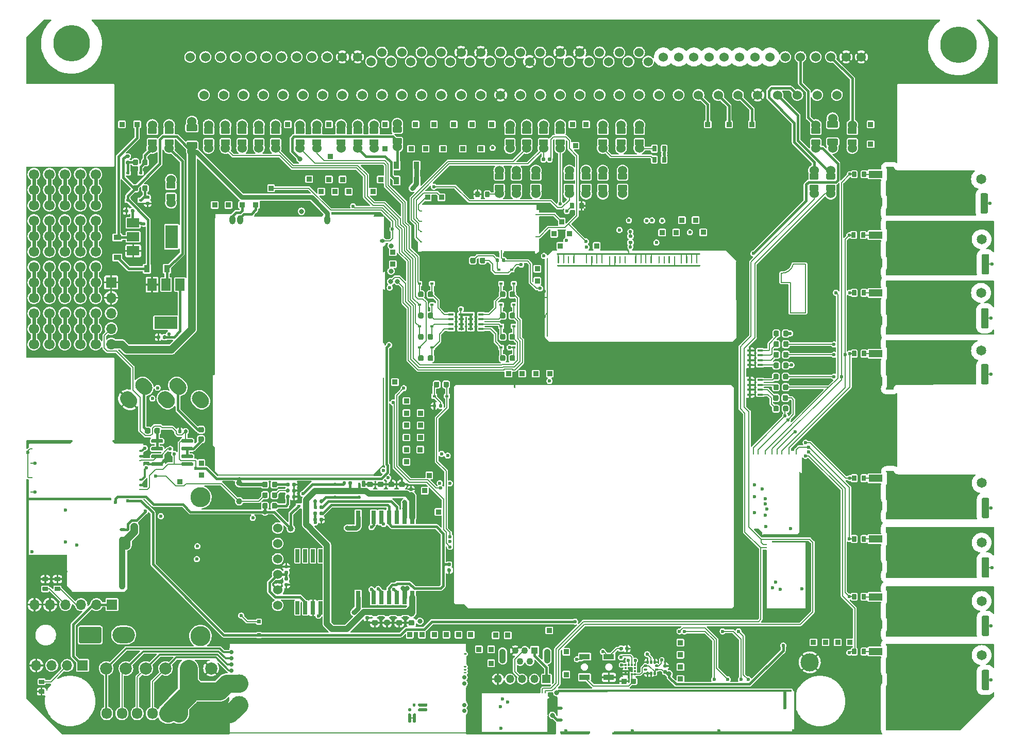
<source format=gtl>
G04 #@! TF.GenerationSoftware,KiCad,Pcbnew,(5.99.0-12439-g94954386e6)*
G04 #@! TF.CreationDate,2021-09-21T03:19:00+03:00*
G04 #@! TF.ProjectId,hellen88bmw,68656c6c-656e-4383-9862-6d772e6b6963,A*
G04 #@! TF.SameCoordinates,PX3d1b110PY9269338*
G04 #@! TF.FileFunction,Copper,L1,Top*
G04 #@! TF.FilePolarity,Positive*
%FSLAX46Y46*%
G04 Gerber Fmt 4.6, Leading zero omitted, Abs format (unit mm)*
G04 Created by KiCad (PCBNEW (5.99.0-12439-g94954386e6)) date 2021-09-21 03:19:00*
%MOMM*%
%LPD*%
G01*
G04 APERTURE LIST*
G04 #@! TA.AperFunction,EtchedComponent*
%ADD10C,0.200000*%
G04 #@! TD*
G04 #@! TA.AperFunction,SMDPad,CuDef*
%ADD11R,0.800000X2.200000*%
G04 #@! TD*
G04 #@! TA.AperFunction,SMDPad,CuDef*
%ADD12R,2.032000X5.080000*%
G04 #@! TD*
G04 #@! TA.AperFunction,SMDPad,CuDef*
%ADD13R,11.430000X7.620000*%
G04 #@! TD*
G04 #@! TA.AperFunction,ComponentPad*
%ADD14C,6.000000*%
G04 #@! TD*
G04 #@! TA.AperFunction,ComponentPad*
%ADD15C,1.524000*%
G04 #@! TD*
G04 #@! TA.AperFunction,SMDPad,CuDef*
%ADD16R,2.200000X1.200000*%
G04 #@! TD*
G04 #@! TA.AperFunction,SMDPad,CuDef*
%ADD17R,6.400000X5.800000*%
G04 #@! TD*
G04 #@! TA.AperFunction,ComponentPad*
%ADD18R,1.700000X1.700000*%
G04 #@! TD*
G04 #@! TA.AperFunction,ComponentPad*
%ADD19O,1.700000X1.700000*%
G04 #@! TD*
G04 #@! TA.AperFunction,SMDPad,CuDef*
%ADD20R,0.640000X2.160000*%
G04 #@! TD*
G04 #@! TA.AperFunction,ComponentPad*
%ADD21C,1.650000*%
G04 #@! TD*
G04 #@! TA.AperFunction,SMDPad,CuDef*
%ADD22R,0.600000X0.450000*%
G04 #@! TD*
G04 #@! TA.AperFunction,ComponentPad*
%ADD23R,0.850000X0.850000*%
G04 #@! TD*
G04 #@! TA.AperFunction,SMDPad,CuDef*
%ADD24R,0.900000X1.200000*%
G04 #@! TD*
G04 #@! TA.AperFunction,ComponentPad*
%ADD25R,1.350000X1.350000*%
G04 #@! TD*
G04 #@! TA.AperFunction,ComponentPad*
%ADD26O,1.350000X1.350000*%
G04 #@! TD*
G04 #@! TA.AperFunction,SMDPad,CuDef*
%ADD27C,3.000000*%
G04 #@! TD*
G04 #@! TA.AperFunction,SMDPad,CuDef*
%ADD28R,1.700000X0.900000*%
G04 #@! TD*
G04 #@! TA.AperFunction,ComponentPad*
%ADD29C,1.700000*%
G04 #@! TD*
G04 #@! TA.AperFunction,SMDPad,CuDef*
%ADD30R,0.900000X0.400000*%
G04 #@! TD*
G04 #@! TA.AperFunction,ComponentPad*
%ADD31C,2.000000*%
G04 #@! TD*
G04 #@! TA.AperFunction,SMDPad,CuDef*
%ADD32C,1.000000*%
G04 #@! TD*
G04 #@! TA.AperFunction,SMDPad,CuDef*
%ADD33O,9.800001X0.399999*%
G04 #@! TD*
G04 #@! TA.AperFunction,SMDPad,CuDef*
%ADD34O,11.100001X0.200000*%
G04 #@! TD*
G04 #@! TA.AperFunction,SMDPad,CuDef*
%ADD35O,0.499999X0.250000*%
G04 #@! TD*
G04 #@! TA.AperFunction,SMDPad,CuDef*
%ADD36O,0.200000X6.799999*%
G04 #@! TD*
G04 #@! TA.AperFunction,SMDPad,CuDef*
%ADD37O,0.200000X5.669999*%
G04 #@! TD*
G04 #@! TA.AperFunction,SMDPad,CuDef*
%ADD38O,0.250000X0.499999*%
G04 #@! TD*
G04 #@! TA.AperFunction,ComponentPad*
%ADD39C,0.599999*%
G04 #@! TD*
G04 #@! TA.AperFunction,SMDPad,CuDef*
%ADD40R,0.350000X0.375000*%
G04 #@! TD*
G04 #@! TA.AperFunction,SMDPad,CuDef*
%ADD41R,0.375000X0.350000*%
G04 #@! TD*
G04 #@! TA.AperFunction,SMDPad,CuDef*
%ADD42O,0.500000X0.250000*%
G04 #@! TD*
G04 #@! TA.AperFunction,SMDPad,CuDef*
%ADD43O,0.200000X1.000000*%
G04 #@! TD*
G04 #@! TA.AperFunction,SMDPad,CuDef*
%ADD44O,5.200000X0.200000*%
G04 #@! TD*
G04 #@! TA.AperFunction,SMDPad,CuDef*
%ADD45O,17.600000X0.200000*%
G04 #@! TD*
G04 #@! TA.AperFunction,SMDPad,CuDef*
%ADD46O,12.800000X0.200000*%
G04 #@! TD*
G04 #@! TA.AperFunction,SMDPad,CuDef*
%ADD47O,0.250000X0.500000*%
G04 #@! TD*
G04 #@! TA.AperFunction,ComponentPad*
%ADD48O,3.700000X2.700000*%
G04 #@! TD*
G04 #@! TA.AperFunction,ComponentPad*
%ADD49C,0.700000*%
G04 #@! TD*
G04 #@! TA.AperFunction,SMDPad,CuDef*
%ADD50R,39.250000X0.250000*%
G04 #@! TD*
G04 #@! TA.AperFunction,SMDPad,CuDef*
%ADD51R,0.250000X3.100000*%
G04 #@! TD*
G04 #@! TA.AperFunction,SMDPad,CuDef*
%ADD52R,0.250000X2.250000*%
G04 #@! TD*
G04 #@! TA.AperFunction,SMDPad,CuDef*
%ADD53R,0.250000X1.450000*%
G04 #@! TD*
G04 #@! TA.AperFunction,SMDPad,CuDef*
%ADD54R,0.250000X0.950000*%
G04 #@! TD*
G04 #@! TA.AperFunction,SMDPad,CuDef*
%ADD55R,0.250000X2.950000*%
G04 #@! TD*
G04 #@! TA.AperFunction,SMDPad,CuDef*
%ADD56O,1.000001X0.499999*%
G04 #@! TD*
G04 #@! TA.AperFunction,SMDPad,CuDef*
%ADD57O,5.000000X0.399999*%
G04 #@! TD*
G04 #@! TA.AperFunction,SMDPad,CuDef*
%ADD58O,0.200000X3.099999*%
G04 #@! TD*
G04 #@! TA.AperFunction,SMDPad,CuDef*
%ADD59O,0.399999X7.200001*%
G04 #@! TD*
G04 #@! TA.AperFunction,SMDPad,CuDef*
%ADD60O,30.000001X0.399999*%
G04 #@! TD*
G04 #@! TA.AperFunction,SMDPad,CuDef*
%ADD61O,0.499999X2.999999*%
G04 #@! TD*
G04 #@! TA.AperFunction,SMDPad,CuDef*
%ADD62O,35.400000X0.399999*%
G04 #@! TD*
G04 #@! TA.AperFunction,ComponentPad*
%ADD63O,1.700000X1.850000*%
G04 #@! TD*
G04 #@! TA.AperFunction,ComponentPad*
%ADD64R,1.100000X1.100000*%
G04 #@! TD*
G04 #@! TA.AperFunction,ComponentPad*
%ADD65C,1.100000*%
G04 #@! TD*
G04 #@! TA.AperFunction,ComponentPad*
%ADD66O,1.100000X2.400000*%
G04 #@! TD*
G04 #@! TA.AperFunction,ComponentPad*
%ADD67C,3.302000*%
G04 #@! TD*
G04 #@! TA.AperFunction,SMDPad,CuDef*
%ADD68O,0.200000X8.824999*%
G04 #@! TD*
G04 #@! TA.AperFunction,SMDPad,CuDef*
%ADD69O,0.200000X4.149999*%
G04 #@! TD*
G04 #@! TA.AperFunction,SMDPad,CuDef*
%ADD70O,25.699999X0.200000*%
G04 #@! TD*
G04 #@! TA.AperFunction,SMDPad,CuDef*
%ADD71O,11.324999X0.200000*%
G04 #@! TD*
G04 #@! TA.AperFunction,SMDPad,CuDef*
%ADD72O,0.200000X3.600000*%
G04 #@! TD*
G04 #@! TA.AperFunction,SMDPad,CuDef*
%ADD73O,1.699999X0.200000*%
G04 #@! TD*
G04 #@! TA.AperFunction,SMDPad,CuDef*
%ADD74O,0.200000X4.249999*%
G04 #@! TD*
G04 #@! TA.AperFunction,SMDPad,CuDef*
%ADD75O,0.200000X14.399999*%
G04 #@! TD*
G04 #@! TA.AperFunction,SMDPad,CuDef*
%ADD76O,0.200000X25.849999*%
G04 #@! TD*
G04 #@! TA.AperFunction,SMDPad,CuDef*
%ADD77O,1.000001X1.500000*%
G04 #@! TD*
G04 #@! TA.AperFunction,SMDPad,CuDef*
%ADD78O,0.800001X0.599999*%
G04 #@! TD*
G04 #@! TA.AperFunction,SMDPad,CuDef*
%ADD79O,1.000001X8.744829*%
G04 #@! TD*
G04 #@! TA.AperFunction,SMDPad,CuDef*
%ADD80O,0.200000X9.199999*%
G04 #@! TD*
G04 #@! TA.AperFunction,SMDPad,CuDef*
%ADD81O,9.000000X0.399999*%
G04 #@! TD*
G04 #@! TA.AperFunction,SMDPad,CuDef*
%ADD82O,13.800000X0.200000*%
G04 #@! TD*
G04 #@! TA.AperFunction,SMDPad,CuDef*
%ADD83O,0.200000X0.499999*%
G04 #@! TD*
G04 #@! TA.AperFunction,SMDPad,CuDef*
%ADD84O,0.399999X5.399999*%
G04 #@! TD*
G04 #@! TA.AperFunction,SMDPad,CuDef*
%ADD85O,6.500000X0.200000*%
G04 #@! TD*
G04 #@! TA.AperFunction,SMDPad,CuDef*
%ADD86O,0.250000X10.200000*%
G04 #@! TD*
G04 #@! TA.AperFunction,SMDPad,CuDef*
%ADD87O,5.800001X0.250000*%
G04 #@! TD*
G04 #@! TA.AperFunction,SMDPad,CuDef*
%ADD88O,0.200000X0.399999*%
G04 #@! TD*
G04 #@! TA.AperFunction,SMDPad,CuDef*
%ADD89R,1.500000X2.000000*%
G04 #@! TD*
G04 #@! TA.AperFunction,SMDPad,CuDef*
%ADD90R,3.800000X2.000000*%
G04 #@! TD*
G04 #@! TA.AperFunction,SMDPad,CuDef*
%ADD91O,5.669999X0.200000*%
G04 #@! TD*
G04 #@! TA.AperFunction,SMDPad,CuDef*
%ADD92O,0.399999X9.800001*%
G04 #@! TD*
G04 #@! TA.AperFunction,SMDPad,CuDef*
%ADD93O,0.200000X11.100001*%
G04 #@! TD*
G04 #@! TA.AperFunction,SMDPad,CuDef*
%ADD94O,6.799999X0.200000*%
G04 #@! TD*
G04 #@! TA.AperFunction,SMDPad,CuDef*
%ADD95R,2.000000X1.500000*%
G04 #@! TD*
G04 #@! TA.AperFunction,SMDPad,CuDef*
%ADD96R,2.000000X3.800000*%
G04 #@! TD*
G04 #@! TA.AperFunction,SMDPad,CuDef*
%ADD97R,0.450000X0.600000*%
G04 #@! TD*
G04 #@! TA.AperFunction,SMDPad,CuDef*
%ADD98R,1.200000X0.900000*%
G04 #@! TD*
G04 #@! TA.AperFunction,ViaPad*
%ADD99C,0.600000*%
G04 #@! TD*
G04 #@! TA.AperFunction,ViaPad*
%ADD100C,0.800000*%
G04 #@! TD*
G04 #@! TA.AperFunction,ViaPad*
%ADD101C,0.812800*%
G04 #@! TD*
G04 #@! TA.AperFunction,Conductor*
%ADD102C,0.200000*%
G04 #@! TD*
G04 #@! TA.AperFunction,Conductor*
%ADD103C,0.400000*%
G04 #@! TD*
G04 #@! TA.AperFunction,Conductor*
%ADD104C,0.300000*%
G04 #@! TD*
G04 #@! TA.AperFunction,Conductor*
%ADD105C,1.000000*%
G04 #@! TD*
G04 #@! TA.AperFunction,Conductor*
%ADD106C,1.300000*%
G04 #@! TD*
G04 #@! TA.AperFunction,Conductor*
%ADD107C,0.800000*%
G04 #@! TD*
G04 #@! TA.AperFunction,Conductor*
%ADD108C,3.000000*%
G04 #@! TD*
G04 #@! TA.AperFunction,Conductor*
%ADD109C,0.600000*%
G04 #@! TD*
G04 APERTURE END LIST*
D10*
G04 #@! TO.C,G1*
X124231349Y74530713D02*
X125731349Y74530713D01*
X125731349Y69530713D02*
X128231349Y69530713D01*
X125731349Y74530713D02*
X125731349Y69530713D01*
X128231349Y77530713D02*
X126231349Y77530713D01*
X128231349Y69530713D02*
X128231349Y77530713D01*
X124231349Y74530713D02*
X124231349Y76030713D01*
X126231348Y77530713D02*
G75*
G02*
X124231349Y76030713I-1921600J478801D01*
G01*
G04 #@! TD*
G04 #@! TO.P,D9,1,K*
G04 #@! TO.N,/VBAT*
G04 #@! TA.AperFunction,SMDPad,CuDef*
G36*
G01*
X38138503Y16284498D02*
X38138503Y16764498D01*
G75*
G02*
X38198503Y16824498I60000J0D01*
G01*
X38678503Y16824498D01*
G75*
G02*
X38738503Y16764498I0J-60000D01*
G01*
X38738503Y16284498D01*
G75*
G02*
X38678503Y16224498I-60000J0D01*
G01*
X38198503Y16224498D01*
G75*
G02*
X38138503Y16284498I0J60000D01*
G01*
G37*
G04 #@! TD.AperFunction*
G04 #@! TO.P,D9,2,A*
G04 #@! TO.N,Net-(BT1-Pad1)*
G04 #@! TA.AperFunction,SMDPad,CuDef*
G36*
G01*
X38138503Y18484498D02*
X38138503Y18964498D01*
G75*
G02*
X38198503Y19024498I60000J0D01*
G01*
X38678503Y19024498D01*
G75*
G02*
X38738503Y18964498I0J-60000D01*
G01*
X38738503Y18484498D01*
G75*
G02*
X38678503Y18424498I-60000J0D01*
G01*
X38198503Y18424498D01*
G75*
G02*
X38138503Y18484498I0J60000D01*
G01*
G37*
G04 #@! TD.AperFunction*
G04 #@! TD*
D11*
G04 #@! TO.P,U6,1,GND@1*
G04 #@! TO.N,GND*
X64891000Y35873000D03*
G04 #@! TO.P,U6,2,VSA*
G04 #@! TO.N,+12V_RAW*
X63621000Y35873000D03*
G04 #@! TO.P,U6,3,OUT2A*
G04 #@! TO.N,/OUT_ETB+*
X62351000Y35873000D03*
G04 #@! TO.P,U6,4,VCP*
G04 #@! TO.N,Net-(C12-Pad2)*
X61081000Y35873000D03*
G04 #@! TO.P,U6,5,ENA*
G04 #@! TO.N,Net-(C10-Pad1)*
X59811000Y35873000D03*
G04 #@! TO.P,U6,6,IN1A*
G04 #@! TO.N,/-ETB*
X58541000Y35873000D03*
G04 #@! TO.P,U6,7,IN2A*
G04 #@! TO.N,/+ETB*
X57271000Y35873000D03*
G04 #@! TO.P,U6,8,SENSEA*
G04 #@! TO.N,GND*
X56001000Y35873000D03*
G04 #@! TO.P,U6,9,OUT1A*
G04 #@! TO.N,/OUT_ETB-*
X54731000Y35873000D03*
G04 #@! TO.P,U6,10,GND@2*
G04 #@! TO.N,GND*
X53461000Y35873000D03*
G04 #@! TO.P,U6,11,GND@3*
X53461000Y22673000D03*
G04 #@! TO.P,U6,12,OUT1B*
G04 #@! TO.N,/OUT_ETB-*
X54731000Y22673000D03*
G04 #@! TO.P,U6,13,SENSEB*
G04 #@! TO.N,GND*
X56001000Y22673000D03*
G04 #@! TO.P,U6,14,IN1B*
G04 #@! TO.N,/-ETB*
X57271000Y22673000D03*
G04 #@! TO.P,U6,15,IN2B*
G04 #@! TO.N,/+ETB*
X58541000Y22673000D03*
G04 #@! TO.P,U6,16,ENB*
G04 #@! TO.N,Net-(C10-Pad1)*
X59811000Y22673000D03*
G04 #@! TO.P,U6,17,VBOOT*
G04 #@! TO.N,Net-(C15-Pad2)*
X61081000Y22673000D03*
G04 #@! TO.P,U6,18,OUT2B*
G04 #@! TO.N,/OUT_ETB+*
X62351000Y22673000D03*
G04 #@! TO.P,U6,19,VSB*
G04 #@! TO.N,+12V_RAW*
X63621000Y22673000D03*
G04 #@! TO.P,U6,20,GND@4*
G04 #@! TO.N,GND*
X64891000Y22673000D03*
D12*
G04 #@! TO.P,U6,SLUG1,SLUG@1*
X66288000Y29273000D03*
D13*
G04 #@! TO.P,U6,SLUG2,SLUG@2*
X59176000Y29273000D03*
D12*
G04 #@! TO.P,U6,SLUG3,SLUG@3*
X52064000Y29273000D03*
G04 #@! TD*
D14*
G04 #@! TO.P,PP1,*
G04 #@! TO.N,*
X7632400Y113856400D03*
X153342400Y113606400D03*
D15*
G04 #@! TO.P,PP1,1,1*
G04 #@! TO.N,Net-(JP1-Pad1)*
X27142400Y111606400D03*
G04 #@! TO.P,PP1,2,2*
G04 #@! TO.N,/OUT_ICV*
X32142400Y111606400D03*
G04 #@! TO.P,PP1,3,3*
G04 #@! TO.N,Net-(JP3-Pad1)*
X37142400Y111606400D03*
G04 #@! TO.P,PP1,4,4*
G04 #@! TO.N,Net-(JP4-Pad1)*
X42142400Y111606400D03*
G04 #@! TO.P,PP1,5,5*
G04 #@! TO.N,Net-(JP5-Pad1)*
X47142400Y111606400D03*
G04 #@! TO.P,PP1,6,6*
G04 #@! TO.N,GND*
X52142400Y111606400D03*
G04 #@! TO.P,PP1,7,7*
G04 #@! TO.N,Net-(JP7-Pad1)*
X56892400Y110856400D03*
G04 #@! TO.P,PP1,8,8*
G04 #@! TO.N,Net-(PP1-Pad8)*
X60142400Y110856400D03*
G04 #@! TO.P,PP1,9,9*
G04 #@! TO.N,N/C*
X63392400Y110856400D03*
G04 #@! TO.P,PP1,10,10*
X66642400Y110856400D03*
G04 #@! TO.P,PP1,11,11*
G04 #@! TO.N,Net-(PP1-Pad11)*
X69892400Y110856400D03*
G04 #@! TO.P,PP1,12,12*
G04 #@! TO.N,Net-(PP1-Pad12)*
X73142400Y110856400D03*
G04 #@! TO.P,PP1,13,13*
G04 #@! TO.N,Net-(PP1-Pad13)*
X76392400Y110856400D03*
G04 #@! TO.P,PP1,14,14*
G04 #@! TO.N,Net-(JP14-Pad1)*
X79642400Y110856400D03*
G04 #@! TO.P,PP1,15,15*
G04 #@! TO.N,GND*
X82892400Y110856400D03*
G04 #@! TO.P,PP1,16,16*
G04 #@! TO.N,Net-(JP16-Pad1)*
X86142400Y110856400D03*
G04 #@! TO.P,PP1,17,17*
G04 #@! TO.N,Net-(JP17-Pad1)*
X89392400Y110856400D03*
G04 #@! TO.P,PP1,18,18*
G04 #@! TO.N,Net-(PP1-Pad18)*
X92642400Y110856400D03*
G04 #@! TO.P,PP1,19,19*
G04 #@! TO.N,Net-(PP1-Pad19)*
X95892400Y110856400D03*
G04 #@! TO.P,PP1,20,20*
G04 #@! TO.N,Net-(JP20-Pad1)*
X99142400Y110856400D03*
G04 #@! TO.P,PP1,21,21*
G04 #@! TO.N,Net-(JP21-Pad1)*
X102392400Y110856400D03*
G04 #@! TO.P,PP1,22,22*
G04 #@! TO.N,/HV_7*
X107392400Y111606400D03*
G04 #@! TO.P,PP1,23,23*
G04 #@! TO.N,/HV_4*
X112392400Y111606400D03*
G04 #@! TO.P,PP1,24,24*
G04 #@! TO.N,/HV_6*
X117392400Y111606400D03*
G04 #@! TO.P,PP1,25,25*
G04 #@! TO.N,/HV_5*
X122392400Y111606400D03*
G04 #@! TO.P,PP1,26,26*
G04 #@! TO.N,Net-(JP26-Pad1)*
X127392400Y111606400D03*
G04 #@! TO.P,PP1,27,27*
G04 #@! TO.N,Net-(JP27-Pad1)*
X132392400Y111606400D03*
G04 #@! TO.P,PP1,28,28*
G04 #@! TO.N,GND*
X137392400Y111606400D03*
G04 #@! TO.P,PP1,29,29*
G04 #@! TO.N,Net-(JP29-Pad1)*
X29642400Y111606400D03*
G04 #@! TO.P,PP1,30,30*
G04 #@! TO.N,Net-(PP1-Pad30)*
X34642400Y111606400D03*
G04 #@! TO.P,PP1,31,31*
G04 #@! TO.N,Net-(JP31-Pad1)*
X39642400Y111606400D03*
G04 #@! TO.P,PP1,32,32*
G04 #@! TO.N,Net-(JP32-Pad1)*
X44642400Y111606400D03*
G04 #@! TO.P,PP1,33,33*
G04 #@! TO.N,Net-(JP33-Pad1)*
X49642400Y111606400D03*
G04 #@! TO.P,PP1,34,34*
G04 #@! TO.N,GND*
X54642400Y111606400D03*
G04 #@! TO.P,PP1,35,35*
G04 #@! TO.N,Net-(JP35-Pad1)*
X58642400Y112356400D03*
G04 #@! TO.P,PP1,36,36*
G04 #@! TO.N,Net-(JP36-Pad1)*
X61892400Y112356400D03*
G04 #@! TO.P,PP1,37,37*
G04 #@! TO.N,Net-(PP1-Pad37)*
X65142400Y112356400D03*
G04 #@! TO.P,PP1,38,38*
G04 #@! TO.N,Net-(PP1-Pad38)*
X68392400Y112356400D03*
G04 #@! TO.P,PP1,39,39*
G04 #@! TO.N,GND*
X71642400Y112356400D03*
G04 #@! TO.P,PP1,40,40*
X74892400Y112356400D03*
G04 #@! TO.P,PP1,41,41*
G04 #@! TO.N,Net-(JP41-Pad1)*
X78142400Y112356400D03*
G04 #@! TO.P,PP1,42,42*
G04 #@! TO.N,Net-(JP42-Pad1)*
X81392400Y112356400D03*
G04 #@! TO.P,PP1,43,43*
G04 #@! TO.N,Net-(JP43-Pad1)*
X84642400Y112356400D03*
G04 #@! TO.P,PP1,44,44*
G04 #@! TO.N,GND*
X87892400Y112356400D03*
G04 #@! TO.P,PP1,45,45*
X91142400Y112356400D03*
G04 #@! TO.P,PP1,46,46*
G04 #@! TO.N,Net-(JP46-Pad1)*
X94392400Y112356400D03*
G04 #@! TO.P,PP1,47,47*
G04 #@! TO.N,Net-(JP47-Pad1)*
X97642400Y112356400D03*
G04 #@! TO.P,PP1,48,48*
G04 #@! TO.N,Net-(JP48-Pad1)*
X100892400Y112356400D03*
G04 #@! TO.P,PP1,49,49*
G04 #@! TO.N,/HV_8*
X104892400Y111606400D03*
G04 #@! TO.P,PP1,50,50*
G04 #@! TO.N,/HV_1*
X109892400Y111606400D03*
G04 #@! TO.P,PP1,51,51*
G04 #@! TO.N,/HV_2*
X114892400Y111606400D03*
G04 #@! TO.P,PP1,52,52*
G04 #@! TO.N,/HV_3*
X119892400Y111606400D03*
G04 #@! TO.P,PP1,53,53*
G04 #@! TO.N,N/C*
X124892400Y111606400D03*
G04 #@! TO.P,PP1,54,54*
G04 #@! TO.N,Net-(JP54-Pad1)*
X129892400Y111606400D03*
G04 #@! TO.P,PP1,55,55*
G04 #@! TO.N,GND*
X134892400Y111606400D03*
G04 #@! TO.P,PP1,56,56*
G04 #@! TO.N,Net-(JP2-Pad1)*
X29392400Y105356400D03*
G04 #@! TO.P,PP1,57,57*
G04 #@! TO.N,N/C*
X32642400Y105356400D03*
G04 #@! TO.P,PP1,58,58*
X35892400Y105356400D03*
G04 #@! TO.P,PP1,59,59*
G04 #@! TO.N,Net-(JP59-Pad1)*
X39142400Y105356400D03*
G04 #@! TO.P,PP1,60,60*
G04 #@! TO.N,Net-(PP1-Pad60)*
X42392400Y105356400D03*
G04 #@! TO.P,PP1,61,61*
G04 #@! TO.N,N/C*
X45642400Y105356400D03*
G04 #@! TO.P,PP1,62,62*
G04 #@! TO.N,Net-(PP1-Pad62)*
X48892400Y105356400D03*
G04 #@! TO.P,PP1,63,63*
G04 #@! TO.N,N/C*
X52142400Y105356400D03*
G04 #@! TO.P,PP1,64,64*
G04 #@! TO.N,Net-(PP1-Pad64)*
X55392400Y105356400D03*
G04 #@! TO.P,PP1,65,65*
G04 #@! TO.N,Net-(PP1-Pad65)*
X58642400Y105356400D03*
G04 #@! TO.P,PP1,66,66*
G04 #@! TO.N,Net-(PP1-Pad66)*
X61892400Y105356400D03*
G04 #@! TO.P,PP1,67,67*
G04 #@! TO.N,Net-(PP1-Pad67)*
X65142400Y105356400D03*
G04 #@! TO.P,PP1,68,68*
G04 #@! TO.N,Net-(PP1-Pad68)*
X68392400Y105356400D03*
G04 #@! TO.P,PP1,69,69*
G04 #@! TO.N,/IN_KNOCK1_RAW*
X71642400Y105356400D03*
G04 #@! TO.P,PP1,70,70*
G04 #@! TO.N,/IN_KNOCK2_RAW*
X74892400Y105356400D03*
G04 #@! TO.P,PP1,71,71*
G04 #@! TO.N,GND*
X78142400Y105356400D03*
G04 #@! TO.P,PP1,72,72*
G04 #@! TO.N,N/C*
X81392400Y105356400D03*
G04 #@! TO.P,PP1,73,73*
G04 #@! TO.N,Net-(JP73-Pad1)*
X84642400Y105356400D03*
G04 #@! TO.P,PP1,74,74*
G04 #@! TO.N,N/C*
X87892400Y105356400D03*
G04 #@! TO.P,PP1,75,75*
X91142400Y105356400D03*
G04 #@! TO.P,PP1,76,76*
X94392400Y105356400D03*
G04 #@! TO.P,PP1,77,77*
G04 #@! TO.N,Net-(JP77-Pad1)*
X97642400Y105356400D03*
G04 #@! TO.P,PP1,78,78*
G04 #@! TO.N,Net-(JP78-Pad1)*
X100892400Y105356400D03*
G04 #@! TO.P,PP1,79,79*
G04 #@! TO.N,N/C*
X104142400Y105356400D03*
G04 #@! TO.P,PP1,80,80*
X107392400Y105356400D03*
G04 #@! TO.P,PP1,81,81*
G04 #@! TO.N,Net-(PP1-Pad81)*
X110642400Y105356400D03*
G04 #@! TO.P,PP1,82,82*
G04 #@! TO.N,Net-(PP1-Pad82)*
X113892400Y105356400D03*
G04 #@! TO.P,PP1,83,83*
G04 #@! TO.N,Net-(PP1-Pad83)*
X117142400Y105356400D03*
G04 #@! TO.P,PP1,84,84*
G04 #@! TO.N,GND*
X120392400Y105356400D03*
G04 #@! TO.P,PP1,85,85*
G04 #@! TO.N,Net-(JP85-Pad1)*
X123642400Y105356400D03*
G04 #@! TO.P,PP1,86,86*
G04 #@! TO.N,Net-(JP86-Pad1)*
X126892400Y105356400D03*
G04 #@! TO.P,PP1,87,87*
G04 #@! TO.N,Net-(PP1-Pad87)*
X130142400Y105356400D03*
G04 #@! TO.P,PP1,88,88*
G04 #@! TO.N,Net-(PP1-Pad88)*
X133392400Y105356400D03*
G04 #@! TD*
G04 #@! TO.P,JP1,1,1*
G04 #@! TO.N,Net-(JP1-Pad1)*
X20926000Y100428000D03*
G04 #@! TA.AperFunction,SMDPad,CuDef*
G36*
G01*
X20301000Y99973001D02*
X21551000Y99973001D01*
G75*
G02*
X21651000Y99873001I0J-100000D01*
G01*
X21651000Y99073001D01*
G75*
G02*
X21551000Y98973001I-100000J0D01*
G01*
X20301000Y98973001D01*
G75*
G02*
X20201000Y99073001I0J100000D01*
G01*
X20201000Y99873001D01*
G75*
G02*
X20301000Y99973001I100000J0D01*
G01*
G37*
G04 #@! TD.AperFunction*
G04 #@! TO.P,JP1,2,2*
G04 #@! TO.N,/OUT_PUMP*
G04 #@! TA.AperFunction,SMDPad,CuDef*
G36*
G01*
X20301000Y98072979D02*
X21551000Y98072979D01*
G75*
G02*
X21651000Y97972979I0J-100000D01*
G01*
X21651000Y97172979D01*
G75*
G02*
X21551000Y97072979I-100000J0D01*
G01*
X20301000Y97072979D01*
G75*
G02*
X20201000Y97172979I0J100000D01*
G01*
X20201000Y97972979D01*
G75*
G02*
X20301000Y98072979I100000J0D01*
G01*
G37*
G04 #@! TD.AperFunction*
X20926000Y96618000D03*
G04 #@! TD*
G04 #@! TO.P,JP3,1,1*
G04 #@! TO.N,Net-(JP3-Pad1)*
X30176000Y100428000D03*
G04 #@! TA.AperFunction,SMDPad,CuDef*
G36*
G01*
X29551000Y99973001D02*
X30801000Y99973001D01*
G75*
G02*
X30901000Y99873001I0J-100000D01*
G01*
X30901000Y99073001D01*
G75*
G02*
X30801000Y98973001I-100000J0D01*
G01*
X29551000Y98973001D01*
G75*
G02*
X29451000Y99073001I0J100000D01*
G01*
X29451000Y99873001D01*
G75*
G02*
X29551000Y99973001I100000J0D01*
G01*
G37*
G04 #@! TD.AperFunction*
G04 #@! TO.P,JP3,2,2*
G04 #@! TO.N,/OUT_INJ5*
G04 #@! TA.AperFunction,SMDPad,CuDef*
G36*
G01*
X29551000Y98072979D02*
X30801000Y98072979D01*
G75*
G02*
X30901000Y97972979I0J-100000D01*
G01*
X30901000Y97172979D01*
G75*
G02*
X30801000Y97072979I-100000J0D01*
G01*
X29551000Y97072979D01*
G75*
G02*
X29451000Y97172979I0J100000D01*
G01*
X29451000Y97972979D01*
G75*
G02*
X29551000Y98072979I100000J0D01*
G01*
G37*
G04 #@! TD.AperFunction*
X30176000Y96618000D03*
G04 #@! TD*
G04 #@! TO.P,JP4,1,1*
G04 #@! TO.N,Net-(JP4-Pad1)*
G04 #@! TA.AperFunction,SMDPad,CuDef*
G36*
G01*
X35051000Y99973001D02*
X36301000Y99973001D01*
G75*
G02*
X36401000Y99873001I0J-100000D01*
G01*
X36401000Y99073001D01*
G75*
G02*
X36301000Y98973001I-100000J0D01*
G01*
X35051000Y98973001D01*
G75*
G02*
X34951000Y99073001I0J100000D01*
G01*
X34951000Y99873001D01*
G75*
G02*
X35051000Y99973001I100000J0D01*
G01*
G37*
G04 #@! TD.AperFunction*
X35676000Y100428000D03*
G04 #@! TO.P,JP4,2,2*
G04 #@! TO.N,/OUT_INJ6*
X35676000Y96618000D03*
G04 #@! TA.AperFunction,SMDPad,CuDef*
G36*
G01*
X35051000Y98072979D02*
X36301000Y98072979D01*
G75*
G02*
X36401000Y97972979I0J-100000D01*
G01*
X36401000Y97172979D01*
G75*
G02*
X36301000Y97072979I-100000J0D01*
G01*
X35051000Y97072979D01*
G75*
G02*
X34951000Y97172979I0J100000D01*
G01*
X34951000Y97972979D01*
G75*
G02*
X35051000Y98072979I100000J0D01*
G01*
G37*
G04 #@! TD.AperFunction*
G04 #@! TD*
G04 #@! TO.P,JP5,1,1*
G04 #@! TO.N,Net-(JP5-Pad1)*
X45176000Y100428000D03*
G04 #@! TA.AperFunction,SMDPad,CuDef*
G36*
G01*
X44551000Y99973001D02*
X45801000Y99973001D01*
G75*
G02*
X45901000Y99873001I0J-100000D01*
G01*
X45901000Y99073001D01*
G75*
G02*
X45801000Y98973001I-100000J0D01*
G01*
X44551000Y98973001D01*
G75*
G02*
X44451000Y99073001I0J100000D01*
G01*
X44451000Y99873001D01*
G75*
G02*
X44551000Y99973001I100000J0D01*
G01*
G37*
G04 #@! TD.AperFunction*
G04 #@! TO.P,JP5,2,2*
G04 #@! TO.N,/OUT_INJ4*
X45176000Y96618000D03*
G04 #@! TA.AperFunction,SMDPad,CuDef*
G36*
G01*
X44551000Y98072979D02*
X45801000Y98072979D01*
G75*
G02*
X45901000Y97972979I0J-100000D01*
G01*
X45901000Y97172979D01*
G75*
G02*
X45801000Y97072979I-100000J0D01*
G01*
X44551000Y97072979D01*
G75*
G02*
X44451000Y97172979I0J100000D01*
G01*
X44451000Y97972979D01*
G75*
G02*
X44551000Y98072979I100000J0D01*
G01*
G37*
G04 #@! TD.AperFunction*
G04 #@! TD*
G04 #@! TO.P,JP7,1,1*
G04 #@! TO.N,Net-(JP7-Pad1)*
G04 #@! TA.AperFunction,SMDPad,CuDef*
G36*
G01*
X51301000Y99973001D02*
X52551000Y99973001D01*
G75*
G02*
X52651000Y99873001I0J-100000D01*
G01*
X52651000Y99073001D01*
G75*
G02*
X52551000Y98973001I-100000J0D01*
G01*
X51301000Y98973001D01*
G75*
G02*
X51201000Y99073001I0J100000D01*
G01*
X51201000Y99873001D01*
G75*
G02*
X51301000Y99973001I100000J0D01*
G01*
G37*
G04 #@! TD.AperFunction*
X51926000Y100428000D03*
G04 #@! TO.P,JP7,2,2*
G04 #@! TO.N,/OUT_INJ7*
G04 #@! TA.AperFunction,SMDPad,CuDef*
G36*
G01*
X51301000Y98072979D02*
X52551000Y98072979D01*
G75*
G02*
X52651000Y97972979I0J-100000D01*
G01*
X52651000Y97172979D01*
G75*
G02*
X52551000Y97072979I-100000J0D01*
G01*
X51301000Y97072979D01*
G75*
G02*
X51201000Y97172979I0J100000D01*
G01*
X51201000Y97972979D01*
G75*
G02*
X51301000Y98072979I100000J0D01*
G01*
G37*
G04 #@! TD.AperFunction*
X51926000Y96618000D03*
G04 #@! TD*
G04 #@! TO.P,JP16,1,1*
G04 #@! TO.N,Net-(JP16-Pad1)*
X85176000Y100428000D03*
G04 #@! TA.AperFunction,SMDPad,CuDef*
G36*
G01*
X84551000Y99973001D02*
X85801000Y99973001D01*
G75*
G02*
X85901000Y99873001I0J-100000D01*
G01*
X85901000Y99073001D01*
G75*
G02*
X85801000Y98973001I-100000J0D01*
G01*
X84551000Y98973001D01*
G75*
G02*
X84451000Y99073001I0J100000D01*
G01*
X84451000Y99873001D01*
G75*
G02*
X84551000Y99973001I100000J0D01*
G01*
G37*
G04 #@! TD.AperFunction*
G04 #@! TO.P,JP16,2,2*
G04 #@! TO.N,/IN_CRANK+*
G04 #@! TA.AperFunction,SMDPad,CuDef*
G36*
G01*
X84551000Y98072979D02*
X85801000Y98072979D01*
G75*
G02*
X85901000Y97972979I0J-100000D01*
G01*
X85901000Y97172979D01*
G75*
G02*
X85801000Y97072979I-100000J0D01*
G01*
X84551000Y97072979D01*
G75*
G02*
X84451000Y97172979I0J100000D01*
G01*
X84451000Y97972979D01*
G75*
G02*
X84551000Y98072979I100000J0D01*
G01*
G37*
G04 #@! TD.AperFunction*
X85176000Y96618000D03*
G04 #@! TD*
G04 #@! TO.P,JP17,1,1*
G04 #@! TO.N,Net-(JP17-Pad1)*
G04 #@! TA.AperFunction,SMDPad,CuDef*
G36*
G01*
X87301000Y99973001D02*
X88551000Y99973001D01*
G75*
G02*
X88651000Y99873001I0J-100000D01*
G01*
X88651000Y99073001D01*
G75*
G02*
X88551000Y98973001I-100000J0D01*
G01*
X87301000Y98973001D01*
G75*
G02*
X87201000Y99073001I0J100000D01*
G01*
X87201000Y99873001D01*
G75*
G02*
X87301000Y99973001I100000J0D01*
G01*
G37*
G04 #@! TD.AperFunction*
X87926000Y100428000D03*
G04 #@! TO.P,JP17,2,2*
G04 #@! TO.N,/IN_CAM*
G04 #@! TA.AperFunction,SMDPad,CuDef*
G36*
G01*
X87301000Y98072979D02*
X88551000Y98072979D01*
G75*
G02*
X88651000Y97972979I0J-100000D01*
G01*
X88651000Y97172979D01*
G75*
G02*
X88551000Y97072979I-100000J0D01*
G01*
X87301000Y97072979D01*
G75*
G02*
X87201000Y97172979I0J100000D01*
G01*
X87201000Y97972979D01*
G75*
G02*
X87301000Y98072979I100000J0D01*
G01*
G37*
G04 #@! TD.AperFunction*
X87926000Y96618000D03*
G04 #@! TD*
G04 #@! TO.P,JP20,1,1*
G04 #@! TO.N,Net-(JP20-Pad1)*
G04 #@! TA.AperFunction,SMDPad,CuDef*
G36*
G01*
X94301000Y92473001D02*
X95551000Y92473001D01*
G75*
G02*
X95651000Y92373001I0J-100000D01*
G01*
X95651000Y91573001D01*
G75*
G02*
X95551000Y91473001I-100000J0D01*
G01*
X94301000Y91473001D01*
G75*
G02*
X94201000Y91573001I0J100000D01*
G01*
X94201000Y92373001D01*
G75*
G02*
X94301000Y92473001I100000J0D01*
G01*
G37*
G04 #@! TD.AperFunction*
X94926000Y92928000D03*
G04 #@! TO.P,JP20,2,2*
G04 #@! TO.N,/USBP*
X94926000Y89118000D03*
G04 #@! TA.AperFunction,SMDPad,CuDef*
G36*
G01*
X94301000Y90572979D02*
X95551000Y90572979D01*
G75*
G02*
X95651000Y90472979I0J-100000D01*
G01*
X95651000Y89672979D01*
G75*
G02*
X95551000Y89572979I-100000J0D01*
G01*
X94301000Y89572979D01*
G75*
G02*
X94201000Y89672979I0J100000D01*
G01*
X94201000Y90472979D01*
G75*
G02*
X94301000Y90572979I100000J0D01*
G01*
G37*
G04 #@! TD.AperFunction*
G04 #@! TD*
G04 #@! TO.P,JP21,1,1*
G04 #@! TO.N,Net-(JP21-Pad1)*
X98176000Y92928000D03*
G04 #@! TA.AperFunction,SMDPad,CuDef*
G36*
G01*
X97551000Y92473001D02*
X98801000Y92473001D01*
G75*
G02*
X98901000Y92373001I0J-100000D01*
G01*
X98901000Y91573001D01*
G75*
G02*
X98801000Y91473001I-100000J0D01*
G01*
X97551000Y91473001D01*
G75*
G02*
X97451000Y91573001I0J100000D01*
G01*
X97451000Y92373001D01*
G75*
G02*
X97551000Y92473001I100000J0D01*
G01*
G37*
G04 #@! TD.AperFunction*
G04 #@! TO.P,JP21,2,2*
G04 #@! TO.N,/USBM*
G04 #@! TA.AperFunction,SMDPad,CuDef*
G36*
G01*
X97551000Y90572979D02*
X98801000Y90572979D01*
G75*
G02*
X98901000Y90472979I0J-100000D01*
G01*
X98901000Y89672979D01*
G75*
G02*
X98801000Y89572979I-100000J0D01*
G01*
X97551000Y89572979D01*
G75*
G02*
X97451000Y89672979I0J100000D01*
G01*
X97451000Y90472979D01*
G75*
G02*
X97551000Y90572979I100000J0D01*
G01*
G37*
G04 #@! TD.AperFunction*
X98176000Y89118000D03*
G04 #@! TD*
G04 #@! TO.P,JP26,1,1*
G04 #@! TO.N,Net-(JP26-Pad1)*
G04 #@! TA.AperFunction,SMDPad,CuDef*
G36*
G01*
X129301000Y99973001D02*
X130551000Y99973001D01*
G75*
G02*
X130651000Y99873001I0J-100000D01*
G01*
X130651000Y99073001D01*
G75*
G02*
X130551000Y98973001I-100000J0D01*
G01*
X129301000Y98973001D01*
G75*
G02*
X129201000Y99073001I0J100000D01*
G01*
X129201000Y99873001D01*
G75*
G02*
X129301000Y99973001I100000J0D01*
G01*
G37*
G04 #@! TD.AperFunction*
X129926000Y100428000D03*
G04 #@! TO.P,JP26,2,2*
G04 #@! TO.N,/V12_PERM*
G04 #@! TA.AperFunction,SMDPad,CuDef*
G36*
G01*
X129301000Y98072979D02*
X130551000Y98072979D01*
G75*
G02*
X130651000Y97972979I0J-100000D01*
G01*
X130651000Y97172979D01*
G75*
G02*
X130551000Y97072979I-100000J0D01*
G01*
X129301000Y97072979D01*
G75*
G02*
X129201000Y97172979I0J100000D01*
G01*
X129201000Y97972979D01*
G75*
G02*
X129301000Y98072979I100000J0D01*
G01*
G37*
G04 #@! TD.AperFunction*
X129926000Y96618000D03*
G04 #@! TD*
G04 #@! TO.P,JP27,1,1*
G04 #@! TO.N,Net-(JP27-Pad1)*
X135926000Y100428000D03*
G04 #@! TA.AperFunction,SMDPad,CuDef*
G36*
G01*
X135301000Y99973001D02*
X136551000Y99973001D01*
G75*
G02*
X136651000Y99873001I0J-100000D01*
G01*
X136651000Y99073001D01*
G75*
G02*
X136551000Y98973001I-100000J0D01*
G01*
X135301000Y98973001D01*
G75*
G02*
X135201000Y99073001I0J100000D01*
G01*
X135201000Y99873001D01*
G75*
G02*
X135301000Y99973001I100000J0D01*
G01*
G37*
G04 #@! TD.AperFunction*
G04 #@! TO.P,JP27,2,2*
G04 #@! TO.N,/OUT_MAIN*
G04 #@! TA.AperFunction,SMDPad,CuDef*
G36*
G01*
X135301000Y98072979D02*
X136551000Y98072979D01*
G75*
G02*
X136651000Y97972979I0J-100000D01*
G01*
X136651000Y97172979D01*
G75*
G02*
X136551000Y97072979I-100000J0D01*
G01*
X135301000Y97072979D01*
G75*
G02*
X135201000Y97172979I0J100000D01*
G01*
X135201000Y97972979D01*
G75*
G02*
X135301000Y98072979I100000J0D01*
G01*
G37*
G04 #@! TD.AperFunction*
X135926000Y96618000D03*
G04 #@! TD*
G04 #@! TO.P,JP29,1,1*
G04 #@! TO.N,Net-(JP29-Pad1)*
X23676000Y100428000D03*
G04 #@! TA.AperFunction,SMDPad,CuDef*
G36*
G01*
X23051000Y99973001D02*
X24301000Y99973001D01*
G75*
G02*
X24401000Y99873001I0J-100000D01*
G01*
X24401000Y99073001D01*
G75*
G02*
X24301000Y98973001I-100000J0D01*
G01*
X23051000Y98973001D01*
G75*
G02*
X22951000Y99073001I0J100000D01*
G01*
X22951000Y99873001D01*
G75*
G02*
X23051000Y99973001I100000J0D01*
G01*
G37*
G04 #@! TD.AperFunction*
G04 #@! TO.P,JP29,2,2*
G04 #@! TO.N,/OUT_IDLE*
G04 #@! TA.AperFunction,SMDPad,CuDef*
G36*
G01*
X23051000Y98072979D02*
X24301000Y98072979D01*
G75*
G02*
X24401000Y97972979I0J-100000D01*
G01*
X24401000Y97172979D01*
G75*
G02*
X24301000Y97072979I-100000J0D01*
G01*
X23051000Y97072979D01*
G75*
G02*
X22951000Y97172979I0J100000D01*
G01*
X22951000Y97972979D01*
G75*
G02*
X23051000Y98072979I100000J0D01*
G01*
G37*
G04 #@! TD.AperFunction*
X23676000Y96618000D03*
G04 #@! TD*
G04 #@! TO.P,JP31,1,1*
G04 #@! TO.N,Net-(JP31-Pad1)*
G04 #@! TA.AperFunction,SMDPad,CuDef*
G36*
G01*
X32301000Y99973001D02*
X33551000Y99973001D01*
G75*
G02*
X33651000Y99873001I0J-100000D01*
G01*
X33651000Y99073001D01*
G75*
G02*
X33551000Y98973001I-100000J0D01*
G01*
X32301000Y98973001D01*
G75*
G02*
X32201000Y99073001I0J100000D01*
G01*
X32201000Y99873001D01*
G75*
G02*
X32301000Y99973001I100000J0D01*
G01*
G37*
G04 #@! TD.AperFunction*
X32926000Y100428000D03*
G04 #@! TO.P,JP31,2,2*
G04 #@! TO.N,/OUT_INJ3*
X32926000Y96618000D03*
G04 #@! TA.AperFunction,SMDPad,CuDef*
G36*
G01*
X32301000Y98072979D02*
X33551000Y98072979D01*
G75*
G02*
X33651000Y97972979I0J-100000D01*
G01*
X33651000Y97172979D01*
G75*
G02*
X33551000Y97072979I-100000J0D01*
G01*
X32301000Y97072979D01*
G75*
G02*
X32201000Y97172979I0J100000D01*
G01*
X32201000Y97972979D01*
G75*
G02*
X32301000Y98072979I100000J0D01*
G01*
G37*
G04 #@! TD.AperFunction*
G04 #@! TD*
G04 #@! TO.P,JP32,1,1*
G04 #@! TO.N,Net-(JP32-Pad1)*
X41176000Y100428000D03*
G04 #@! TA.AperFunction,SMDPad,CuDef*
G36*
G01*
X40551000Y99973001D02*
X41801000Y99973001D01*
G75*
G02*
X41901000Y99873001I0J-100000D01*
G01*
X41901000Y99073001D01*
G75*
G02*
X41801000Y98973001I-100000J0D01*
G01*
X40551000Y98973001D01*
G75*
G02*
X40451000Y99073001I0J100000D01*
G01*
X40451000Y99873001D01*
G75*
G02*
X40551000Y99973001I100000J0D01*
G01*
G37*
G04 #@! TD.AperFunction*
G04 #@! TO.P,JP32,2,2*
G04 #@! TO.N,/OUT_INJ2*
X41176000Y96618000D03*
G04 #@! TA.AperFunction,SMDPad,CuDef*
G36*
G01*
X40551000Y98072979D02*
X41801000Y98072979D01*
G75*
G02*
X41901000Y97972979I0J-100000D01*
G01*
X41901000Y97172979D01*
G75*
G02*
X41801000Y97072979I-100000J0D01*
G01*
X40551000Y97072979D01*
G75*
G02*
X40451000Y97172979I0J100000D01*
G01*
X40451000Y97972979D01*
G75*
G02*
X40551000Y98072979I100000J0D01*
G01*
G37*
G04 #@! TD.AperFunction*
G04 #@! TD*
G04 #@! TO.P,JP33,1,1*
G04 #@! TO.N,Net-(JP33-Pad1)*
G04 #@! TA.AperFunction,SMDPad,CuDef*
G36*
G01*
X47301000Y99973001D02*
X48551000Y99973001D01*
G75*
G02*
X48651000Y99873001I0J-100000D01*
G01*
X48651000Y99073001D01*
G75*
G02*
X48551000Y98973001I-100000J0D01*
G01*
X47301000Y98973001D01*
G75*
G02*
X47201000Y99073001I0J100000D01*
G01*
X47201000Y99873001D01*
G75*
G02*
X47301000Y99973001I100000J0D01*
G01*
G37*
G04 #@! TD.AperFunction*
X47926000Y100428000D03*
G04 #@! TO.P,JP33,2,2*
G04 #@! TO.N,/OUT_INJ1*
G04 #@! TA.AperFunction,SMDPad,CuDef*
G36*
G01*
X47301000Y98072979D02*
X48551000Y98072979D01*
G75*
G02*
X48651000Y97972979I0J-100000D01*
G01*
X48651000Y97172979D01*
G75*
G02*
X48551000Y97072979I-100000J0D01*
G01*
X47301000Y97072979D01*
G75*
G02*
X47201000Y97172979I0J100000D01*
G01*
X47201000Y97972979D01*
G75*
G02*
X47301000Y98072979I100000J0D01*
G01*
G37*
G04 #@! TD.AperFunction*
X47926000Y96618000D03*
G04 #@! TD*
G04 #@! TO.P,JP35,2,2*
G04 #@! TO.N,/OUT_INJ8*
G04 #@! TA.AperFunction,SMDPad,CuDef*
G36*
G01*
X56701000Y98072979D02*
X57951000Y98072979D01*
G75*
G02*
X58051000Y97972979I0J-100000D01*
G01*
X58051000Y97172979D01*
G75*
G02*
X57951000Y97072979I-100000J0D01*
G01*
X56701000Y97072979D01*
G75*
G02*
X56601000Y97172979I0J100000D01*
G01*
X56601000Y97972979D01*
G75*
G02*
X56701000Y98072979I100000J0D01*
G01*
G37*
G04 #@! TD.AperFunction*
X57326000Y96618000D03*
G04 #@! TO.P,JP35,1,1*
G04 #@! TO.N,Net-(JP35-Pad1)*
G04 #@! TA.AperFunction,SMDPad,CuDef*
G36*
G01*
X56701000Y99973001D02*
X57951000Y99973001D01*
G75*
G02*
X58051000Y99873001I0J-100000D01*
G01*
X58051000Y99073001D01*
G75*
G02*
X57951000Y98973001I-100000J0D01*
G01*
X56701000Y98973001D01*
G75*
G02*
X56601000Y99073001I0J100000D01*
G01*
X56601000Y99873001D01*
G75*
G02*
X56701000Y99973001I100000J0D01*
G01*
G37*
G04 #@! TD.AperFunction*
X57326000Y100428000D03*
G04 #@! TD*
G04 #@! TO.P,JP41,2,2*
G04 #@! TO.N,/IN_MAF*
X77926000Y89118000D03*
G04 #@! TA.AperFunction,SMDPad,CuDef*
G36*
G01*
X77301000Y90572979D02*
X78551000Y90572979D01*
G75*
G02*
X78651000Y90472979I0J-100000D01*
G01*
X78651000Y89672979D01*
G75*
G02*
X78551000Y89572979I-100000J0D01*
G01*
X77301000Y89572979D01*
G75*
G02*
X77201000Y89672979I0J100000D01*
G01*
X77201000Y90472979D01*
G75*
G02*
X77301000Y90572979I100000J0D01*
G01*
G37*
G04 #@! TD.AperFunction*
G04 #@! TO.P,JP41,1,1*
G04 #@! TO.N,Net-(JP41-Pad1)*
X77926000Y92928000D03*
G04 #@! TA.AperFunction,SMDPad,CuDef*
G36*
G01*
X77301000Y92473001D02*
X78551000Y92473001D01*
G75*
G02*
X78651000Y92373001I0J-100000D01*
G01*
X78651000Y91573001D01*
G75*
G02*
X78551000Y91473001I-100000J0D01*
G01*
X77301000Y91473001D01*
G75*
G02*
X77201000Y91573001I0J100000D01*
G01*
X77201000Y92373001D01*
G75*
G02*
X77301000Y92473001I100000J0D01*
G01*
G37*
G04 #@! TD.AperFunction*
G04 #@! TD*
G04 #@! TO.P,JP42,1,1*
G04 #@! TO.N,Net-(JP42-Pad1)*
X80726000Y92928000D03*
G04 #@! TA.AperFunction,SMDPad,CuDef*
G36*
G01*
X80101000Y92473001D02*
X81351000Y92473001D01*
G75*
G02*
X81451000Y92373001I0J-100000D01*
G01*
X81451000Y91573001D01*
G75*
G02*
X81351000Y91473001I-100000J0D01*
G01*
X80101000Y91473001D01*
G75*
G02*
X80001000Y91573001I0J100000D01*
G01*
X80001000Y92373001D01*
G75*
G02*
X80101000Y92473001I100000J0D01*
G01*
G37*
G04 #@! TD.AperFunction*
G04 #@! TO.P,JP42,2,2*
G04 #@! TO.N,/IN_VSS*
G04 #@! TA.AperFunction,SMDPad,CuDef*
G36*
G01*
X80101000Y90572979D02*
X81351000Y90572979D01*
G75*
G02*
X81451000Y90472979I0J-100000D01*
G01*
X81451000Y89672979D01*
G75*
G02*
X81351000Y89572979I-100000J0D01*
G01*
X80101000Y89572979D01*
G75*
G02*
X80001000Y89672979I0J100000D01*
G01*
X80001000Y90472979D01*
G75*
G02*
X80101000Y90572979I100000J0D01*
G01*
G37*
G04 #@! TD.AperFunction*
X80726000Y89118000D03*
G04 #@! TD*
G04 #@! TO.P,JP43,1,1*
G04 #@! TO.N,Net-(JP43-Pad1)*
G04 #@! TA.AperFunction,SMDPad,CuDef*
G36*
G01*
X81801000Y99973001D02*
X83051000Y99973001D01*
G75*
G02*
X83151000Y99873001I0J-100000D01*
G01*
X83151000Y99073001D01*
G75*
G02*
X83051000Y98973001I-100000J0D01*
G01*
X81801000Y98973001D01*
G75*
G02*
X81701000Y99073001I0J100000D01*
G01*
X81701000Y99873001D01*
G75*
G02*
X81801000Y99973001I100000J0D01*
G01*
G37*
G04 #@! TD.AperFunction*
X82426000Y100428000D03*
G04 #@! TO.P,JP43,2,2*
G04 #@! TO.N,/IN_CRANK-*
X82426000Y96618000D03*
G04 #@! TA.AperFunction,SMDPad,CuDef*
G36*
G01*
X81801000Y98072979D02*
X83051000Y98072979D01*
G75*
G02*
X83151000Y97972979I0J-100000D01*
G01*
X83151000Y97172979D01*
G75*
G02*
X83051000Y97072979I-100000J0D01*
G01*
X81801000Y97072979D01*
G75*
G02*
X81701000Y97172979I0J100000D01*
G01*
X81701000Y97972979D01*
G75*
G02*
X81801000Y98072979I100000J0D01*
G01*
G37*
G04 #@! TD.AperFunction*
G04 #@! TD*
G04 #@! TO.P,JP46,1,1*
G04 #@! TO.N,Net-(JP46-Pad1)*
X89426000Y92928000D03*
G04 #@! TA.AperFunction,SMDPad,CuDef*
G36*
G01*
X88801000Y92473001D02*
X90051000Y92473001D01*
G75*
G02*
X90151000Y92373001I0J-100000D01*
G01*
X90151000Y91573001D01*
G75*
G02*
X90051000Y91473001I-100000J0D01*
G01*
X88801000Y91473001D01*
G75*
G02*
X88701000Y91573001I0J100000D01*
G01*
X88701000Y92373001D01*
G75*
G02*
X88801000Y92473001I100000J0D01*
G01*
G37*
G04 #@! TD.AperFunction*
G04 #@! TO.P,JP46,2,2*
G04 #@! TO.N,/OUT_FUEL_CONSUM*
G04 #@! TA.AperFunction,SMDPad,CuDef*
G36*
G01*
X88801000Y90572979D02*
X90051000Y90572979D01*
G75*
G02*
X90151000Y90472979I0J-100000D01*
G01*
X90151000Y89672979D01*
G75*
G02*
X90051000Y89572979I-100000J0D01*
G01*
X88801000Y89572979D01*
G75*
G02*
X88701000Y89672979I0J100000D01*
G01*
X88701000Y90472979D01*
G75*
G02*
X88801000Y90572979I100000J0D01*
G01*
G37*
G04 #@! TD.AperFunction*
X89426000Y89118000D03*
G04 #@! TD*
G04 #@! TO.P,JP47,1,1*
G04 #@! TO.N,Net-(JP47-Pad1)*
G04 #@! TA.AperFunction,SMDPad,CuDef*
G36*
G01*
X91551000Y92473001D02*
X92801000Y92473001D01*
G75*
G02*
X92901000Y92373001I0J-100000D01*
G01*
X92901000Y91573001D01*
G75*
G02*
X92801000Y91473001I-100000J0D01*
G01*
X91551000Y91473001D01*
G75*
G02*
X91451000Y91573001I0J100000D01*
G01*
X91451000Y92373001D01*
G75*
G02*
X91551000Y92473001I100000J0D01*
G01*
G37*
G04 #@! TD.AperFunction*
X92176000Y92928000D03*
G04 #@! TO.P,JP47,2,2*
G04 #@! TO.N,/OUT_TACH*
X92176000Y89118000D03*
G04 #@! TA.AperFunction,SMDPad,CuDef*
G36*
G01*
X91551000Y90572979D02*
X92801000Y90572979D01*
G75*
G02*
X92901000Y90472979I0J-100000D01*
G01*
X92901000Y89672979D01*
G75*
G02*
X92801000Y89572979I-100000J0D01*
G01*
X91551000Y89572979D01*
G75*
G02*
X91451000Y89672979I0J100000D01*
G01*
X91451000Y90472979D01*
G75*
G02*
X91551000Y90572979I100000J0D01*
G01*
G37*
G04 #@! TD.AperFunction*
G04 #@! TD*
G04 #@! TO.P,JP54,1,1*
G04 #@! TO.N,Net-(JP54-Pad1)*
G04 #@! TA.AperFunction,SMDPad,CuDef*
G36*
G01*
X131776000Y100178010D02*
X131776000Y100868010D01*
G75*
G02*
X132006000Y101098010I230000J0D01*
G01*
X133346000Y101098010D01*
G75*
G02*
X133576000Y100868010I0J-230000D01*
G01*
X133576000Y100178010D01*
G75*
G02*
X133346000Y99948010I-230000J0D01*
G01*
X132006000Y99948010D01*
G75*
G02*
X131776000Y100178010I0J230000D01*
G01*
G37*
G04 #@! TD.AperFunction*
X132676000Y101523000D03*
G04 #@! TO.P,JP54,2,2*
G04 #@! TO.N,+12V_RAW*
X132676000Y96623000D03*
G04 #@! TA.AperFunction,SMDPad,CuDef*
G36*
G01*
X131776000Y97277990D02*
X131776000Y97967990D01*
G75*
G02*
X132006000Y98197990I230000J0D01*
G01*
X133346000Y98197990D01*
G75*
G02*
X133576000Y97967990I0J-230000D01*
G01*
X133576000Y97277990D01*
G75*
G02*
X133346000Y97047990I-230000J0D01*
G01*
X132006000Y97047990D01*
G75*
G02*
X131776000Y97277990I0J230000D01*
G01*
G37*
G04 #@! TD.AperFunction*
G04 #@! TD*
G04 #@! TO.P,JP56,1,1*
G04 #@! TO.N,Net-(JP2-Pad1)*
G04 #@! TA.AperFunction,SMDPad,CuDef*
G36*
G01*
X26526000Y99628010D02*
X26526000Y100318010D01*
G75*
G02*
X26756000Y100548010I230000J0D01*
G01*
X28096000Y100548010D01*
G75*
G02*
X28326000Y100318010I0J-230000D01*
G01*
X28326000Y99628010D01*
G75*
G02*
X28096000Y99398010I-230000J0D01*
G01*
X26756000Y99398010D01*
G75*
G02*
X26526000Y99628010I0J230000D01*
G01*
G37*
G04 #@! TD.AperFunction*
X27426000Y100973000D03*
G04 #@! TO.P,JP56,2,2*
G04 #@! TO.N,+12V_RAW*
X27426000Y96073000D03*
G04 #@! TA.AperFunction,SMDPad,CuDef*
G36*
G01*
X26526000Y96727990D02*
X26526000Y97417990D01*
G75*
G02*
X26756000Y97647990I230000J0D01*
G01*
X28096000Y97647990D01*
G75*
G02*
X28326000Y97417990I0J-230000D01*
G01*
X28326000Y96727990D01*
G75*
G02*
X28096000Y96497990I-230000J0D01*
G01*
X26756000Y96497990D01*
G75*
G02*
X26526000Y96727990I0J230000D01*
G01*
G37*
G04 #@! TD.AperFunction*
G04 #@! TD*
G04 #@! TO.P,JP73,1,1*
G04 #@! TO.N,Net-(JP73-Pad1)*
X83926000Y92928000D03*
G04 #@! TA.AperFunction,SMDPad,CuDef*
G36*
G01*
X83301000Y92473001D02*
X84551000Y92473001D01*
G75*
G02*
X84651000Y92373001I0J-100000D01*
G01*
X84651000Y91573001D01*
G75*
G02*
X84551000Y91473001I-100000J0D01*
G01*
X83301000Y91473001D01*
G75*
G02*
X83201000Y91573001I0J100000D01*
G01*
X83201000Y92373001D01*
G75*
G02*
X83301000Y92473001I100000J0D01*
G01*
G37*
G04 #@! TD.AperFunction*
G04 #@! TO.P,JP73,2,2*
G04 #@! TO.N,/IN_TPS*
X83926000Y89118000D03*
G04 #@! TA.AperFunction,SMDPad,CuDef*
G36*
G01*
X83301000Y90572979D02*
X84551000Y90572979D01*
G75*
G02*
X84651000Y90472979I0J-100000D01*
G01*
X84651000Y89672979D01*
G75*
G02*
X84551000Y89572979I-100000J0D01*
G01*
X83301000Y89572979D01*
G75*
G02*
X83201000Y89672979I0J100000D01*
G01*
X83201000Y90472979D01*
G75*
G02*
X83301000Y90572979I100000J0D01*
G01*
G37*
G04 #@! TD.AperFunction*
G04 #@! TD*
G04 #@! TO.P,JP77,1,1*
G04 #@! TO.N,Net-(JP77-Pad1)*
G04 #@! TA.AperFunction,SMDPad,CuDef*
G36*
G01*
X94301000Y99973001D02*
X95551000Y99973001D01*
G75*
G02*
X95651000Y99873001I0J-100000D01*
G01*
X95651000Y99073001D01*
G75*
G02*
X95551000Y98973001I-100000J0D01*
G01*
X94301000Y98973001D01*
G75*
G02*
X94201000Y99073001I0J100000D01*
G01*
X94201000Y99873001D01*
G75*
G02*
X94301000Y99973001I100000J0D01*
G01*
G37*
G04 #@! TD.AperFunction*
X94926000Y100428000D03*
G04 #@! TO.P,JP77,2,2*
G04 #@! TO.N,/IN_IAT*
G04 #@! TA.AperFunction,SMDPad,CuDef*
G36*
G01*
X94301000Y98072979D02*
X95551000Y98072979D01*
G75*
G02*
X95651000Y97972979I0J-100000D01*
G01*
X95651000Y97172979D01*
G75*
G02*
X95551000Y97072979I-100000J0D01*
G01*
X94301000Y97072979D01*
G75*
G02*
X94201000Y97172979I0J100000D01*
G01*
X94201000Y97972979D01*
G75*
G02*
X94301000Y98072979I100000J0D01*
G01*
G37*
G04 #@! TD.AperFunction*
X94926000Y96618000D03*
G04 #@! TD*
G04 #@! TO.P,JP78,1,1*
G04 #@! TO.N,Net-(JP78-Pad1)*
X100926000Y100428000D03*
G04 #@! TA.AperFunction,SMDPad,CuDef*
G36*
G01*
X100301000Y99973001D02*
X101551000Y99973001D01*
G75*
G02*
X101651000Y99873001I0J-100000D01*
G01*
X101651000Y99073001D01*
G75*
G02*
X101551000Y98973001I-100000J0D01*
G01*
X100301000Y98973001D01*
G75*
G02*
X100201000Y99073001I0J100000D01*
G01*
X100201000Y99873001D01*
G75*
G02*
X100301000Y99973001I100000J0D01*
G01*
G37*
G04 #@! TD.AperFunction*
G04 #@! TO.P,JP78,2,2*
G04 #@! TO.N,/IN_CLT*
G04 #@! TA.AperFunction,SMDPad,CuDef*
G36*
G01*
X100301000Y98072979D02*
X101551000Y98072979D01*
G75*
G02*
X101651000Y97972979I0J-100000D01*
G01*
X101651000Y97172979D01*
G75*
G02*
X101551000Y97072979I-100000J0D01*
G01*
X100301000Y97072979D01*
G75*
G02*
X100201000Y97172979I0J100000D01*
G01*
X100201000Y97972979D01*
G75*
G02*
X100301000Y98072979I100000J0D01*
G01*
G37*
G04 #@! TD.AperFunction*
X100926000Y96618000D03*
G04 #@! TD*
G04 #@! TO.P,JP85,1,1*
G04 #@! TO.N,Net-(JP85-Pad1)*
G04 #@! TA.AperFunction,SMDPad,CuDef*
G36*
G01*
X131751000Y92473001D02*
X133001000Y92473001D01*
G75*
G02*
X133101000Y92373001I0J-100000D01*
G01*
X133101000Y91573001D01*
G75*
G02*
X133001000Y91473001I-100000J0D01*
G01*
X131751000Y91473001D01*
G75*
G02*
X131651000Y91573001I0J100000D01*
G01*
X131651000Y92373001D01*
G75*
G02*
X131751000Y92473001I100000J0D01*
G01*
G37*
G04 #@! TD.AperFunction*
X132376000Y92928000D03*
G04 #@! TO.P,JP85,2,2*
G04 #@! TO.N,/CAN-*
X132376000Y89118000D03*
G04 #@! TA.AperFunction,SMDPad,CuDef*
G36*
G01*
X131751000Y90572979D02*
X133001000Y90572979D01*
G75*
G02*
X133101000Y90472979I0J-100000D01*
G01*
X133101000Y89672979D01*
G75*
G02*
X133001000Y89572979I-100000J0D01*
G01*
X131751000Y89572979D01*
G75*
G02*
X131651000Y89672979I0J100000D01*
G01*
X131651000Y90472979D01*
G75*
G02*
X131751000Y90572979I100000J0D01*
G01*
G37*
G04 #@! TD.AperFunction*
G04 #@! TD*
G04 #@! TO.P,JP86,1,1*
G04 #@! TO.N,Net-(JP86-Pad1)*
X129626000Y92928000D03*
G04 #@! TA.AperFunction,SMDPad,CuDef*
G36*
G01*
X129001000Y92473001D02*
X130251000Y92473001D01*
G75*
G02*
X130351000Y92373001I0J-100000D01*
G01*
X130351000Y91573001D01*
G75*
G02*
X130251000Y91473001I-100000J0D01*
G01*
X129001000Y91473001D01*
G75*
G02*
X128901000Y91573001I0J100000D01*
G01*
X128901000Y92373001D01*
G75*
G02*
X129001000Y92473001I100000J0D01*
G01*
G37*
G04 #@! TD.AperFunction*
G04 #@! TO.P,JP86,2,2*
G04 #@! TO.N,/CAN+*
G04 #@! TA.AperFunction,SMDPad,CuDef*
G36*
G01*
X129001000Y90572979D02*
X130251000Y90572979D01*
G75*
G02*
X130351000Y90472979I0J-100000D01*
G01*
X130351000Y89672979D01*
G75*
G02*
X130251000Y89572979I-100000J0D01*
G01*
X129001000Y89572979D01*
G75*
G02*
X128901000Y89672979I0J100000D01*
G01*
X128901000Y90472979D01*
G75*
G02*
X129001000Y90572979I100000J0D01*
G01*
G37*
G04 #@! TD.AperFunction*
X129626000Y89118000D03*
G04 #@! TD*
G04 #@! TO.P,JP59,1,1*
G04 #@! TO.N,Net-(JP59-Pad1)*
X38426000Y100428000D03*
G04 #@! TA.AperFunction,SMDPad,CuDef*
G36*
G01*
X37801000Y99973001D02*
X39051000Y99973001D01*
G75*
G02*
X39151000Y99873001I0J-100000D01*
G01*
X39151000Y99073001D01*
G75*
G02*
X39051000Y98973001I-100000J0D01*
G01*
X37801000Y98973001D01*
G75*
G02*
X37701000Y99073001I0J100000D01*
G01*
X37701000Y99873001D01*
G75*
G02*
X37801000Y99973001I100000J0D01*
G01*
G37*
G04 #@! TD.AperFunction*
G04 #@! TO.P,JP59,2,2*
G04 #@! TO.N,+5VA*
X38426000Y96618000D03*
G04 #@! TA.AperFunction,SMDPad,CuDef*
G36*
G01*
X37801000Y98072979D02*
X39051000Y98072979D01*
G75*
G02*
X39151000Y97972979I0J-100000D01*
G01*
X39151000Y97172979D01*
G75*
G02*
X39051000Y97072979I-100000J0D01*
G01*
X37801000Y97072979D01*
G75*
G02*
X37701000Y97172979I0J100000D01*
G01*
X37701000Y97972979D01*
G75*
G02*
X37801000Y98072979I100000J0D01*
G01*
G37*
G04 #@! TD.AperFunction*
G04 #@! TD*
D16*
G04 #@! TO.P,Q1,1,G*
G04 #@! TO.N,Net-(Q1-Pad1)*
X139726000Y32303000D03*
D17*
G04 #@! TO.P,Q1,2,C*
G04 #@! TO.N,/COIL_1*
X146026000Y30023000D03*
D16*
G04 #@! TO.P,Q1,3,E*
G04 #@! TO.N,GND*
X139726000Y27743000D03*
G04 #@! TD*
G04 #@! TO.P,Q6,1,G*
G04 #@! TO.N,Net-(Q6-Pad1)*
X139726000Y92303000D03*
D17*
G04 #@! TO.P,Q6,2,C*
G04 #@! TO.N,/COIL_5*
X146026000Y90023000D03*
D16*
G04 #@! TO.P,Q6,3,E*
G04 #@! TO.N,GND*
X139726000Y87743000D03*
G04 #@! TD*
G04 #@! TO.P,Q2,1,G*
G04 #@! TO.N,Net-(Q2-Pad1)*
X139726000Y42303000D03*
D17*
G04 #@! TO.P,Q2,2,C*
G04 #@! TO.N,/COIL_4*
X146026000Y40023000D03*
D16*
G04 #@! TO.P,Q2,3,E*
G04 #@! TO.N,GND*
X139726000Y37743000D03*
G04 #@! TD*
G04 #@! TO.P,Q5,1,G*
G04 #@! TO.N,Net-(Q5-Pad1)*
X139726000Y82303000D03*
D17*
G04 #@! TO.P,Q5,2,C*
G04 #@! TO.N,/COIL_3*
X146026000Y80023000D03*
D16*
G04 #@! TO.P,Q5,3,E*
G04 #@! TO.N,GND*
X139726000Y77743000D03*
G04 #@! TD*
G04 #@! TO.P,Q3,1,G*
G04 #@! TO.N,Net-(Q3-Pad1)*
X139726000Y62803000D03*
D17*
G04 #@! TO.P,Q3,2,C*
G04 #@! TO.N,/COIL_2*
X146026000Y60523000D03*
D16*
G04 #@! TO.P,Q3,3,E*
G04 #@! TO.N,GND*
X139726000Y58243000D03*
G04 #@! TD*
G04 #@! TO.P,Q4,1,G*
G04 #@! TO.N,Net-(Q4-Pad1)*
X139726000Y72803000D03*
D17*
G04 #@! TO.P,Q4,2,C*
G04 #@! TO.N,/COIL_6*
X146026000Y70523000D03*
D16*
G04 #@! TO.P,Q4,3,E*
G04 #@! TO.N,GND*
X139726000Y68243000D03*
G04 #@! TD*
G04 #@! TO.P,C1,1*
G04 #@! TO.N,+5VA*
G04 #@! TA.AperFunction,SMDPad,CuDef*
G36*
G01*
X42756000Y26033000D02*
X43096000Y26033000D01*
G75*
G02*
X43236000Y25893000I0J-140000D01*
G01*
X43236000Y25613000D01*
G75*
G02*
X43096000Y25473000I-140000J0D01*
G01*
X42756000Y25473000D01*
G75*
G02*
X42616000Y25613000I0J140000D01*
G01*
X42616000Y25893000D01*
G75*
G02*
X42756000Y26033000I140000J0D01*
G01*
G37*
G04 #@! TD.AperFunction*
G04 #@! TO.P,C1,2*
G04 #@! TO.N,GND*
G04 #@! TA.AperFunction,SMDPad,CuDef*
G36*
G01*
X42756000Y25073000D02*
X43096000Y25073000D01*
G75*
G02*
X43236000Y24933000I0J-140000D01*
G01*
X43236000Y24653000D01*
G75*
G02*
X43096000Y24513000I-140000J0D01*
G01*
X42756000Y24513000D01*
G75*
G02*
X42616000Y24653000I0J140000D01*
G01*
X42616000Y24933000D01*
G75*
G02*
X42756000Y25073000I140000J0D01*
G01*
G37*
G04 #@! TD.AperFunction*
G04 #@! TD*
G04 #@! TO.P,C2,1*
G04 #@! TO.N,+5VA*
G04 #@! TA.AperFunction,SMDPad,CuDef*
G36*
G01*
X43096000Y26513000D02*
X42756000Y26513000D01*
G75*
G02*
X42616000Y26653000I0J140000D01*
G01*
X42616000Y26933000D01*
G75*
G02*
X42756000Y27073000I140000J0D01*
G01*
X43096000Y27073000D01*
G75*
G02*
X43236000Y26933000I0J-140000D01*
G01*
X43236000Y26653000D01*
G75*
G02*
X43096000Y26513000I-140000J0D01*
G01*
G37*
G04 #@! TD.AperFunction*
G04 #@! TO.P,C2,2*
G04 #@! TO.N,GND*
G04 #@! TA.AperFunction,SMDPad,CuDef*
G36*
G01*
X43096000Y27473000D02*
X42756000Y27473000D01*
G75*
G02*
X42616000Y27613000I0J140000D01*
G01*
X42616000Y27893000D01*
G75*
G02*
X42756000Y28033000I140000J0D01*
G01*
X43096000Y28033000D01*
G75*
G02*
X43236000Y27893000I0J-140000D01*
G01*
X43236000Y27613000D01*
G75*
G02*
X43096000Y27473000I-140000J0D01*
G01*
G37*
G04 #@! TD.AperFunction*
G04 #@! TD*
D18*
G04 #@! TO.P,J4,1,Pin_1*
G04 #@! TO.N,GND*
X14158000Y74529000D03*
D19*
G04 #@! TO.P,J4,2,Pin_2*
X14158000Y71989000D03*
G04 #@! TO.P,J4,3,Pin_3*
G04 #@! TO.N,+3V3*
X14158000Y69449000D03*
G04 #@! TO.P,J4,4,Pin_4*
G04 #@! TO.N,+5V*
X14158000Y66909000D03*
G04 #@! TO.P,J4,5,Pin_5*
G04 #@! TO.N,+12V_RAW*
X14158000Y64369000D03*
G04 #@! TD*
D20*
G04 #@! TO.P,U1,1,NC*
G04 #@! TO.N,N/C*
X44771000Y21003000D03*
G04 #@! TO.P,U1,2,Vcc*
G04 #@! TO.N,+5VA*
X46041000Y21003000D03*
G04 #@! TO.P,U1,3,GND*
G04 #@! TO.N,GND*
X47311000Y21003000D03*
G04 #@! TO.P,U1,4,Vout*
G04 #@! TO.N,Net-(M7-PadS19)*
X48581000Y21003000D03*
G04 #@! TO.P,U1,5,NC*
G04 #@! TO.N,N/C*
X48581000Y29543000D03*
G04 #@! TO.P,U1,6,NC*
X47311000Y29543000D03*
G04 #@! TO.P,U1,7,NC*
X46041000Y29543000D03*
G04 #@! TO.P,U1,8,NC*
X44771000Y29543000D03*
G04 #@! TD*
G04 #@! TO.P,R1,1*
G04 #@! TO.N,GND*
G04 #@! TA.AperFunction,SMDPad,CuDef*
G36*
G01*
X16396000Y86088000D02*
X16396000Y86458000D01*
G75*
G02*
X16531000Y86593000I135000J0D01*
G01*
X16801000Y86593000D01*
G75*
G02*
X16936000Y86458000I0J-135000D01*
G01*
X16936000Y86088000D01*
G75*
G02*
X16801000Y85953000I-135000J0D01*
G01*
X16531000Y85953000D01*
G75*
G02*
X16396000Y86088000I0J135000D01*
G01*
G37*
G04 #@! TD.AperFunction*
G04 #@! TO.P,R1,2*
G04 #@! TO.N,/ICV*
G04 #@! TA.AperFunction,SMDPad,CuDef*
G36*
G01*
X17416000Y86088000D02*
X17416000Y86458000D01*
G75*
G02*
X17551000Y86593000I135000J0D01*
G01*
X17821000Y86593000D01*
G75*
G02*
X17956000Y86458000I0J-135000D01*
G01*
X17956000Y86088000D01*
G75*
G02*
X17821000Y85953000I-135000J0D01*
G01*
X17551000Y85953000D01*
G75*
G02*
X17416000Y86088000I0J135000D01*
G01*
G37*
G04 #@! TD.AperFunction*
G04 #@! TD*
D21*
G04 #@! TO.P,F3,1,1*
G04 #@! TO.N,/HV_6*
X157066000Y72823000D03*
G04 #@! TO.P,F3,2,2*
G04 #@! TO.N,/COIL_6*
X151986000Y72823000D03*
G04 #@! TD*
D22*
G04 #@! TO.P,D14,1,K*
G04 #@! TO.N,Net-(D14-Pad1)*
X66876000Y70823000D03*
G04 #@! TO.P,D14,2,A*
G04 #@! TO.N,/OUT_INJ2*
X64776000Y70823000D03*
G04 #@! TD*
G04 #@! TO.P,R10,1*
G04 #@! TO.N,/COIL_7*
G04 #@! TA.AperFunction,SMDPad,CuDef*
G36*
G01*
X151251000Y16598000D02*
X151251000Y19448000D01*
G75*
G02*
X151501000Y19698000I250000J0D01*
G01*
X152226000Y19698000D01*
G75*
G02*
X152476000Y19448000I0J-250000D01*
G01*
X152476000Y16598000D01*
G75*
G02*
X152226000Y16348000I-250000J0D01*
G01*
X151501000Y16348000D01*
G75*
G02*
X151251000Y16598000I0J250000D01*
G01*
G37*
G04 #@! TD.AperFunction*
G04 #@! TO.P,R10,2*
G04 #@! TO.N,/OUT_IGN7*
G04 #@! TA.AperFunction,SMDPad,CuDef*
G36*
G01*
X157176000Y16598000D02*
X157176000Y19448000D01*
G75*
G02*
X157426000Y19698000I250000J0D01*
G01*
X158151000Y19698000D01*
G75*
G02*
X158401000Y19448000I0J-250000D01*
G01*
X158401000Y16598000D01*
G75*
G02*
X158151000Y16348000I-250000J0D01*
G01*
X157426000Y16348000D01*
G75*
G02*
X157176000Y16598000I0J250000D01*
G01*
G37*
G04 #@! TD.AperFunction*
G04 #@! TD*
G04 #@! TO.P,D23,1,K*
G04 #@! TO.N,Net-(D23-Pad1)*
G04 #@! TA.AperFunction,SMDPad,CuDef*
G36*
G01*
X122988500Y65866750D02*
X122988500Y66379250D01*
G75*
G02*
X123207250Y66598000I218750J0D01*
G01*
X123644750Y66598000D01*
G75*
G02*
X123863500Y66379250I0J-218750D01*
G01*
X123863500Y65866750D01*
G75*
G02*
X123644750Y65648000I-218750J0D01*
G01*
X123207250Y65648000D01*
G75*
G02*
X122988500Y65866750I0J218750D01*
G01*
G37*
G04 #@! TD.AperFunction*
G04 #@! TO.P,D23,2,A*
G04 #@! TO.N,/OUT_IGN1*
G04 #@! TA.AperFunction,SMDPad,CuDef*
G36*
G01*
X124563500Y65866750D02*
X124563500Y66379250D01*
G75*
G02*
X124782250Y66598000I218750J0D01*
G01*
X125219750Y66598000D01*
G75*
G02*
X125438500Y66379250I0J-218750D01*
G01*
X125438500Y65866750D01*
G75*
G02*
X125219750Y65648000I-218750J0D01*
G01*
X124782250Y65648000D01*
G75*
G02*
X124563500Y65866750I0J218750D01*
G01*
G37*
G04 #@! TD.AperFunction*
G04 #@! TD*
D23*
G04 #@! TO.P,VIN16,1,Pin_1*
G04 #@! TO.N,Net-(M7-PadE4)*
X84176000Y76773000D03*
G04 #@! TD*
G04 #@! TO.P,D25,1,K*
G04 #@! TO.N,/OUT_INJ3*
G04 #@! TA.AperFunction,SMDPad,CuDef*
G36*
G01*
X64601000Y65316750D02*
X64601000Y65829250D01*
G75*
G02*
X64819750Y66048000I218750J0D01*
G01*
X65257250Y66048000D01*
G75*
G02*
X65476000Y65829250I0J-218750D01*
G01*
X65476000Y65316750D01*
G75*
G02*
X65257250Y65098000I-218750J0D01*
G01*
X64819750Y65098000D01*
G75*
G02*
X64601000Y65316750I0J218750D01*
G01*
G37*
G04 #@! TD.AperFunction*
G04 #@! TO.P,D25,2,A*
G04 #@! TO.N,Net-(D25-Pad2)*
G04 #@! TA.AperFunction,SMDPad,CuDef*
G36*
G01*
X66176000Y65316750D02*
X66176000Y65829250D01*
G75*
G02*
X66394750Y66048000I218750J0D01*
G01*
X66832250Y66048000D01*
G75*
G02*
X67051000Y65829250I0J-218750D01*
G01*
X67051000Y65316750D01*
G75*
G02*
X66832250Y65098000I-218750J0D01*
G01*
X66394750Y65098000D01*
G75*
G02*
X66176000Y65316750I0J218750D01*
G01*
G37*
G04 #@! TD.AperFunction*
G04 #@! TD*
D24*
G04 #@! TO.P,D10,1,K*
G04 #@! TO.N,+12V_RAW*
X20026000Y76773000D03*
G04 #@! TO.P,D10,2,A*
G04 #@! TO.N,/OUT_IDLE*
X23326000Y76773000D03*
G04 #@! TD*
D25*
G04 #@! TO.P,J2,1,Pin_1*
G04 #@! TO.N,/VBUS*
X85676000Y9273000D03*
D26*
G04 #@! TO.P,J2,2,Pin_2*
G04 #@! TO.N,/USBM*
X83676000Y9273000D03*
G04 #@! TO.P,J2,3,Pin_3*
G04 #@! TO.N,/USBP*
X81676000Y9273000D03*
G04 #@! TO.P,J2,4,Pin_4*
G04 #@! TO.N,N/C*
X79676000Y9273000D03*
G04 #@! TO.P,J2,5,Pin_5*
G04 #@! TO.N,GND*
X77676000Y9273000D03*
G04 #@! TD*
D27*
G04 #@! TO.P,TP4,1,1*
G04 #@! TO.N,GND*
X128926000Y12023000D03*
G04 #@! TD*
D23*
G04 #@! TO.P,VOUT1,1,Pin_1*
G04 #@! TO.N,Net-(M9-PadS8)*
X46676000Y91523000D03*
G04 #@! TD*
G04 #@! TO.P,D27,1,K*
G04 #@! TO.N,/OUT_INJ7*
G04 #@! TA.AperFunction,SMDPad,CuDef*
G36*
G01*
X80501000Y69329250D02*
X80501000Y68816750D01*
G75*
G02*
X80282250Y68598000I-218750J0D01*
G01*
X79844750Y68598000D01*
G75*
G02*
X79626000Y68816750I0J218750D01*
G01*
X79626000Y69329250D01*
G75*
G02*
X79844750Y69548000I218750J0D01*
G01*
X80282250Y69548000D01*
G75*
G02*
X80501000Y69329250I0J-218750D01*
G01*
G37*
G04 #@! TD.AperFunction*
G04 #@! TO.P,D27,2,A*
G04 #@! TO.N,Net-(D27-Pad2)*
G04 #@! TA.AperFunction,SMDPad,CuDef*
G36*
G01*
X78926000Y69329250D02*
X78926000Y68816750D01*
G75*
G02*
X78707250Y68598000I-218750J0D01*
G01*
X78269750Y68598000D01*
G75*
G02*
X78051000Y68816750I0J218750D01*
G01*
X78051000Y69329250D01*
G75*
G02*
X78269750Y69548000I218750J0D01*
G01*
X78707250Y69548000D01*
G75*
G02*
X78926000Y69329250I0J-218750D01*
G01*
G37*
G04 #@! TD.AperFunction*
G04 #@! TD*
G04 #@! TO.P,VIN5,1,Pin_1*
G04 #@! TO.N,Net-(M7-PadS9)*
X93926000Y80523000D03*
G04 #@! TD*
G04 #@! TO.P,VOUT27,1,Pin_1*
G04 #@! TO.N,Net-(M9-PadW39)*
X28976000Y44823000D03*
G04 #@! TD*
G04 #@! TO.P,MMCU14,1,Pin_1*
G04 #@! TO.N,Net-(M11-PadE16)*
X67926000Y36773000D03*
G04 #@! TD*
G04 #@! TO.P,R6,1*
G04 #@! TO.N,/IN_CRANK-*
G04 #@! TA.AperFunction,SMDPad,CuDef*
G36*
G01*
X99291000Y82403000D02*
X99661000Y82403000D01*
G75*
G02*
X99796000Y82268000I0J-135000D01*
G01*
X99796000Y81998000D01*
G75*
G02*
X99661000Y81863000I-135000J0D01*
G01*
X99291000Y81863000D01*
G75*
G02*
X99156000Y81998000I0J135000D01*
G01*
X99156000Y82268000D01*
G75*
G02*
X99291000Y82403000I135000J0D01*
G01*
G37*
G04 #@! TD.AperFunction*
G04 #@! TO.P,R6,2*
G04 #@! TO.N,/VREF1*
G04 #@! TA.AperFunction,SMDPad,CuDef*
G36*
G01*
X99291000Y81383000D02*
X99661000Y81383000D01*
G75*
G02*
X99796000Y81248000I0J-135000D01*
G01*
X99796000Y80978000D01*
G75*
G02*
X99661000Y80843000I-135000J0D01*
G01*
X99291000Y80843000D01*
G75*
G02*
X99156000Y80978000I0J135000D01*
G01*
X99156000Y81248000D01*
G75*
G02*
X99291000Y81383000I135000J0D01*
G01*
G37*
G04 #@! TD.AperFunction*
G04 #@! TD*
G04 #@! TO.P,MMCU4,1,Pin_1*
G04 #@! TO.N,Net-(M11-PadN6)*
X131526001Y15323000D03*
G04 #@! TD*
G04 #@! TO.P,MMCU31,1,Pin_1*
G04 #@! TO.N,Net-(M11-PadE13)*
X63226000Y16573000D03*
G04 #@! TD*
G04 #@! TO.P,C13,1*
G04 #@! TO.N,+12V_RAW*
G04 #@! TA.AperFunction,SMDPad,CuDef*
G36*
G01*
X61231000Y20528000D02*
X61731000Y20528000D01*
G75*
G02*
X61956000Y20303000I0J-225000D01*
G01*
X61956000Y19853000D01*
G75*
G02*
X61731000Y19628000I-225000J0D01*
G01*
X61231000Y19628000D01*
G75*
G02*
X61006000Y19853000I0J225000D01*
G01*
X61006000Y20303000D01*
G75*
G02*
X61231000Y20528000I225000J0D01*
G01*
G37*
G04 #@! TD.AperFunction*
G04 #@! TO.P,C13,2*
G04 #@! TO.N,GND*
G04 #@! TA.AperFunction,SMDPad,CuDef*
G36*
G01*
X61231000Y18978000D02*
X61731000Y18978000D01*
G75*
G02*
X61956000Y18753000I0J-225000D01*
G01*
X61956000Y18303000D01*
G75*
G02*
X61731000Y18078000I-225000J0D01*
G01*
X61231000Y18078000D01*
G75*
G02*
X61006000Y18303000I0J225000D01*
G01*
X61006000Y18753000D01*
G75*
G02*
X61231000Y18978000I225000J0D01*
G01*
G37*
G04 #@! TD.AperFunction*
G04 #@! TD*
G04 #@! TO.P,cr8,1,Pin_1*
G04 #@! TO.N,Net-(PP1-Pad30)*
X15926000Y100523000D03*
G04 #@! TD*
G04 #@! TO.P,D29,1,K*
G04 #@! TO.N,/OUT_INJ4*
G04 #@! TA.AperFunction,SMDPad,CuDef*
G36*
G01*
X64601000Y61816750D02*
X64601000Y62329250D01*
G75*
G02*
X64819750Y62548000I218750J0D01*
G01*
X65257250Y62548000D01*
G75*
G02*
X65476000Y62329250I0J-218750D01*
G01*
X65476000Y61816750D01*
G75*
G02*
X65257250Y61598000I-218750J0D01*
G01*
X64819750Y61598000D01*
G75*
G02*
X64601000Y61816750I0J218750D01*
G01*
G37*
G04 #@! TD.AperFunction*
G04 #@! TO.P,D29,2,A*
G04 #@! TO.N,Net-(D29-Pad2)*
G04 #@! TA.AperFunction,SMDPad,CuDef*
G36*
G01*
X66176000Y61816750D02*
X66176000Y62329250D01*
G75*
G02*
X66394750Y62548000I218750J0D01*
G01*
X66832250Y62548000D01*
G75*
G02*
X67051000Y62329250I0J-218750D01*
G01*
X67051000Y61816750D01*
G75*
G02*
X66832250Y61598000I-218750J0D01*
G01*
X66394750Y61598000D01*
G75*
G02*
X66176000Y61816750I0J218750D01*
G01*
G37*
G04 #@! TD.AperFunction*
G04 #@! TD*
D28*
G04 #@! TO.P,SW2,1,A*
G04 #@! TO.N,/NRESET*
X95926000Y12973000D03*
G04 #@! TO.P,SW2,2,B*
G04 #@! TO.N,GND*
X95926000Y9573000D03*
G04 #@! TD*
D22*
G04 #@! TO.P,D1,1,K*
G04 #@! TO.N,+12V_RAW*
X16876000Y88023000D03*
G04 #@! TO.P,D1,2,A*
G04 #@! TO.N,Net-(D1-Pad2)*
X18976000Y88023000D03*
G04 #@! TD*
D23*
G04 #@! TO.P,VOUT24,1,Pin_1*
G04 #@! TO.N,Net-(M9-PadW21)*
X60776000Y58123000D03*
G04 #@! TD*
G04 #@! TO.P,MMCU28,1,Pin_1*
G04 #@! TO.N,Net-(M11-PadE9)*
X71226000Y16573000D03*
G04 #@! TD*
G04 #@! TO.P,VOUT10,1,Pin_1*
G04 #@! TO.N,Net-(M9-PadS10)*
X49926000Y91474215D03*
G04 #@! TD*
D29*
G04 #@! TO.P,G6,1*
G04 #@! TO.N,Net-(G6-Pad1)*
X1458000Y77069000D03*
G04 #@! TO.P,G6,2*
G04 #@! TO.N,Net-(G6-Pad12)*
X3998000Y77069000D03*
G04 #@! TO.P,G6,3*
G04 #@! TO.N,Net-(G6-Pad13)*
X6538000Y77069000D03*
G04 #@! TO.P,G6,4*
G04 #@! TO.N,Net-(G6-Pad14)*
X9078000Y77069000D03*
G04 #@! TO.P,G6,5*
G04 #@! TO.N,Net-(G6-Pad10)*
X11618000Y77069000D03*
G04 #@! TO.P,G6,6*
G04 #@! TO.N,Net-(G6-Pad1)*
X1458000Y74529000D03*
G04 #@! TO.P,G6,7*
G04 #@! TO.N,Net-(G6-Pad12)*
X3998000Y74529000D03*
G04 #@! TO.P,G6,8*
G04 #@! TO.N,Net-(G6-Pad13)*
X6538000Y74529000D03*
G04 #@! TO.P,G6,9*
G04 #@! TO.N,Net-(G6-Pad14)*
X9078000Y74529000D03*
G04 #@! TO.P,G6,10*
G04 #@! TO.N,Net-(G6-Pad10)*
X11618000Y74529000D03*
G04 #@! TO.P,G6,11*
G04 #@! TO.N,Net-(G6-Pad1)*
X1458000Y71989000D03*
G04 #@! TO.P,G6,12*
G04 #@! TO.N,Net-(G6-Pad12)*
X3998000Y71989000D03*
G04 #@! TO.P,G6,13*
G04 #@! TO.N,Net-(G6-Pad13)*
X6538000Y71989000D03*
G04 #@! TO.P,G6,14*
G04 #@! TO.N,Net-(G6-Pad14)*
X9078000Y71989000D03*
G04 #@! TO.P,G6,15*
G04 #@! TO.N,Net-(G6-Pad10)*
X11618000Y71989000D03*
G04 #@! TD*
D23*
G04 #@! TO.P,cr1,1,Pin_1*
G04 #@! TO.N,Net-(PP1-Pad11)*
X70426000Y100523000D03*
G04 #@! TD*
G04 #@! TO.P,R33,1*
G04 #@! TO.N,Net-(D2-Pad2)*
G04 #@! TA.AperFunction,SMDPad,CuDef*
G36*
G01*
X42896000Y39088000D02*
X42896000Y39458000D01*
G75*
G02*
X43031000Y39593000I135000J0D01*
G01*
X43301000Y39593000D01*
G75*
G02*
X43436000Y39458000I0J-135000D01*
G01*
X43436000Y39088000D01*
G75*
G02*
X43301000Y38953000I-135000J0D01*
G01*
X43031000Y38953000D01*
G75*
G02*
X42896000Y39088000I0J135000D01*
G01*
G37*
G04 #@! TD.AperFunction*
G04 #@! TO.P,R33,2*
G04 #@! TO.N,GND*
G04 #@! TA.AperFunction,SMDPad,CuDef*
G36*
G01*
X43916000Y39088000D02*
X43916000Y39458000D01*
G75*
G02*
X44051000Y39593000I135000J0D01*
G01*
X44321000Y39593000D01*
G75*
G02*
X44456000Y39458000I0J-135000D01*
G01*
X44456000Y39088000D01*
G75*
G02*
X44321000Y38953000I-135000J0D01*
G01*
X44051000Y38953000D01*
G75*
G02*
X43916000Y39088000I0J135000D01*
G01*
G37*
G04 #@! TD.AperFunction*
G04 #@! TD*
G04 #@! TO.P,MMCU30,1,Pin_1*
G04 #@! TO.N,Net-(M11-PadE11)*
X67226000Y16573000D03*
G04 #@! TD*
D30*
G04 #@! TO.P,RN7,1,R1.1*
G04 #@! TO.N,/12V_prot*
X71676000Y66873000D03*
G04 #@! TO.P,RN7,2,R2.1*
X71676000Y67673000D03*
G04 #@! TO.P,RN7,3,R3.1*
X71676000Y68473000D03*
G04 #@! TO.P,RN7,4,R4.1*
X71676000Y69273000D03*
G04 #@! TO.P,RN7,5,R4.2*
G04 #@! TO.N,Net-(D13-Pad1)*
X69976000Y69273000D03*
G04 #@! TO.P,RN7,6,R3.2*
G04 #@! TO.N,Net-(D14-Pad1)*
X69976000Y68473000D03*
G04 #@! TO.P,RN7,7,R2.2*
G04 #@! TO.N,Net-(D25-Pad2)*
X69976000Y67673000D03*
G04 #@! TO.P,RN7,8,R1.2*
G04 #@! TO.N,Net-(D29-Pad2)*
X69976000Y66873000D03*
G04 #@! TD*
D16*
G04 #@! TO.P,Q7,1,G*
G04 #@! TO.N,Net-(Q7-Pad1)*
X139726000Y22803000D03*
D17*
G04 #@! TO.P,Q7,2,C*
G04 #@! TO.N,/COIL_7*
X146026000Y20523000D03*
D16*
G04 #@! TO.P,Q7,3,E*
G04 #@! TO.N,GND*
X139726000Y18243000D03*
G04 #@! TD*
D23*
G04 #@! TO.P,MMCU18,1,Pin_1*
G04 #@! TO.N,Net-(M11-PadE10)*
X69226000Y16573000D03*
G04 #@! TD*
G04 #@! TO.P,cr11,1,Pin_1*
G04 #@! TO.N,Net-(PP1-Pad38)*
X67176000Y100523000D03*
G04 #@! TD*
D31*
G04 #@! TO.P,P3,1,Pin_1*
G04 #@! TO.N,/LSU_CALIBR_RES*
X23090213Y11023000D03*
G04 #@! TD*
D23*
G04 #@! TO.P,MMCU9,1,Pin_1*
G04 #@! TO.N,Net-(M11-PadE1)*
X77326000Y16473000D03*
G04 #@! TD*
G04 #@! TO.P,D28,1,K*
G04 #@! TO.N,/OUT_INJ2*
G04 #@! TA.AperFunction,SMDPad,CuDef*
G36*
G01*
X64601000Y68816750D02*
X64601000Y69329250D01*
G75*
G02*
X64819750Y69548000I218750J0D01*
G01*
X65257250Y69548000D01*
G75*
G02*
X65476000Y69329250I0J-218750D01*
G01*
X65476000Y68816750D01*
G75*
G02*
X65257250Y68598000I-218750J0D01*
G01*
X64819750Y68598000D01*
G75*
G02*
X64601000Y68816750I0J218750D01*
G01*
G37*
G04 #@! TD.AperFunction*
G04 #@! TO.P,D28,2,A*
G04 #@! TO.N,Net-(D14-Pad1)*
G04 #@! TA.AperFunction,SMDPad,CuDef*
G36*
G01*
X66176000Y68816750D02*
X66176000Y69329250D01*
G75*
G02*
X66394750Y69548000I218750J0D01*
G01*
X66832250Y69548000D01*
G75*
G02*
X67051000Y69329250I0J-218750D01*
G01*
X67051000Y68816750D01*
G75*
G02*
X66832250Y68598000I-218750J0D01*
G01*
X66394750Y68598000D01*
G75*
G02*
X66176000Y68816750I0J218750D01*
G01*
G37*
G04 #@! TD.AperFunction*
G04 #@! TD*
G04 #@! TO.P,R9,1*
G04 #@! TO.N,/COIL_2*
G04 #@! TA.AperFunction,SMDPad,CuDef*
G36*
G01*
X151151000Y57998000D02*
X151151000Y60848000D01*
G75*
G02*
X151401000Y61098000I250000J0D01*
G01*
X152126000Y61098000D01*
G75*
G02*
X152376000Y60848000I0J-250000D01*
G01*
X152376000Y57998000D01*
G75*
G02*
X152126000Y57748000I-250000J0D01*
G01*
X151401000Y57748000D01*
G75*
G02*
X151151000Y57998000I0J250000D01*
G01*
G37*
G04 #@! TD.AperFunction*
G04 #@! TO.P,R9,2*
G04 #@! TO.N,/OUT_IGN2*
G04 #@! TA.AperFunction,SMDPad,CuDef*
G36*
G01*
X157076000Y57998000D02*
X157076000Y60848000D01*
G75*
G02*
X157326000Y61098000I250000J0D01*
G01*
X158051000Y61098000D01*
G75*
G02*
X158301000Y60848000I0J-250000D01*
G01*
X158301000Y57998000D01*
G75*
G02*
X158051000Y57748000I-250000J0D01*
G01*
X157326000Y57748000D01*
G75*
G02*
X157076000Y57998000I0J250000D01*
G01*
G37*
G04 #@! TD.AperFunction*
G04 #@! TD*
G04 #@! TO.P,D11,1,K*
G04 #@! TO.N,Net-(D11-Pad1)*
G04 #@! TA.AperFunction,SMDPad,CuDef*
G36*
G01*
X67188500Y57466750D02*
X67188500Y57979250D01*
G75*
G02*
X67407250Y58198000I218750J0D01*
G01*
X67844750Y58198000D01*
G75*
G02*
X68063500Y57979250I0J-218750D01*
G01*
X68063500Y57466750D01*
G75*
G02*
X67844750Y57248000I-218750J0D01*
G01*
X67407250Y57248000D01*
G75*
G02*
X67188500Y57466750I0J218750D01*
G01*
G37*
G04 #@! TD.AperFunction*
G04 #@! TO.P,D11,2,A*
G04 #@! TO.N,/MAIN_RELAY*
G04 #@! TA.AperFunction,SMDPad,CuDef*
G36*
G01*
X68763500Y57466750D02*
X68763500Y57979250D01*
G75*
G02*
X68982250Y58198000I218750J0D01*
G01*
X69419750Y58198000D01*
G75*
G02*
X69638500Y57979250I0J-218750D01*
G01*
X69638500Y57466750D01*
G75*
G02*
X69419750Y57248000I-218750J0D01*
G01*
X68982250Y57248000D01*
G75*
G02*
X68763500Y57466750I0J218750D01*
G01*
G37*
G04 #@! TD.AperFunction*
G04 #@! TD*
G04 #@! TO.P,VOUT5,1,Pin_1*
G04 #@! TO.N,Net-(M9-PadS9)*
X48676000Y89474215D03*
G04 #@! TD*
G04 #@! TO.P,C21,1*
G04 #@! TO.N,+12V_RAW*
G04 #@! TA.AperFunction,SMDPad,CuDef*
G36*
G01*
X56926000Y39298000D02*
X56426000Y39298000D01*
G75*
G02*
X56201000Y39523000I0J225000D01*
G01*
X56201000Y39973000D01*
G75*
G02*
X56426000Y40198000I225000J0D01*
G01*
X56926000Y40198000D01*
G75*
G02*
X57151000Y39973000I0J-225000D01*
G01*
X57151000Y39523000D01*
G75*
G02*
X56926000Y39298000I-225000J0D01*
G01*
G37*
G04 #@! TD.AperFunction*
G04 #@! TO.P,C21,2*
G04 #@! TO.N,GND*
G04 #@! TA.AperFunction,SMDPad,CuDef*
G36*
G01*
X56926000Y40848000D02*
X56426000Y40848000D01*
G75*
G02*
X56201000Y41073000I0J225000D01*
G01*
X56201000Y41523000D01*
G75*
G02*
X56426000Y41748000I225000J0D01*
G01*
X56926000Y41748000D01*
G75*
G02*
X57151000Y41523000I0J-225000D01*
G01*
X57151000Y41073000D01*
G75*
G02*
X56926000Y40848000I-225000J0D01*
G01*
G37*
G04 #@! TD.AperFunction*
G04 #@! TD*
G04 #@! TO.P,R31,1*
G04 #@! TO.N,Net-(D5-Pad1)*
G04 #@! TA.AperFunction,SMDPad,CuDef*
G36*
G01*
X42896000Y41088000D02*
X42896000Y41458000D01*
G75*
G02*
X43031000Y41593000I135000J0D01*
G01*
X43301000Y41593000D01*
G75*
G02*
X43436000Y41458000I0J-135000D01*
G01*
X43436000Y41088000D01*
G75*
G02*
X43301000Y40953000I-135000J0D01*
G01*
X43031000Y40953000D01*
G75*
G02*
X42896000Y41088000I0J135000D01*
G01*
G37*
G04 #@! TD.AperFunction*
G04 #@! TO.P,R31,2*
G04 #@! TO.N,GND*
G04 #@! TA.AperFunction,SMDPad,CuDef*
G36*
G01*
X43916000Y41088000D02*
X43916000Y41458000D01*
G75*
G02*
X44051000Y41593000I135000J0D01*
G01*
X44321000Y41593000D01*
G75*
G02*
X44456000Y41458000I0J-135000D01*
G01*
X44456000Y41088000D01*
G75*
G02*
X44321000Y40953000I-135000J0D01*
G01*
X44051000Y40953000D01*
G75*
G02*
X43916000Y41088000I0J135000D01*
G01*
G37*
G04 #@! TD.AperFunction*
G04 #@! TD*
G04 #@! TO.P,D22,1,K*
G04 #@! TO.N,Net-(D22-Pad1)*
G04 #@! TA.AperFunction,SMDPad,CuDef*
G36*
G01*
X122988500Y62366750D02*
X122988500Y62879250D01*
G75*
G02*
X123207250Y63098000I218750J0D01*
G01*
X123644750Y63098000D01*
G75*
G02*
X123863500Y62879250I0J-218750D01*
G01*
X123863500Y62366750D01*
G75*
G02*
X123644750Y62148000I-218750J0D01*
G01*
X123207250Y62148000D01*
G75*
G02*
X122988500Y62366750I0J218750D01*
G01*
G37*
G04 #@! TD.AperFunction*
G04 #@! TO.P,D22,2,A*
G04 #@! TO.N,/OUT_IGN3*
G04 #@! TA.AperFunction,SMDPad,CuDef*
G36*
G01*
X124563500Y62366750D02*
X124563500Y62879250D01*
G75*
G02*
X124782250Y63098000I218750J0D01*
G01*
X125219750Y63098000D01*
G75*
G02*
X125438500Y62879250I0J-218750D01*
G01*
X125438500Y62366750D01*
G75*
G02*
X125219750Y62148000I-218750J0D01*
G01*
X124782250Y62148000D01*
G75*
G02*
X124563500Y62366750I0J218750D01*
G01*
G37*
G04 #@! TD.AperFunction*
G04 #@! TD*
G04 #@! TO.P,VOUT13,1,Pin_1*
G04 #@! TO.N,Net-(M9-PadW27)*
X62676000Y53023000D03*
G04 #@! TD*
G04 #@! TO.P,KNOCK_RAW2,1,Pin_1*
G04 #@! TO.N,/IN_KNOCK2_RAW*
X74926000Y96523000D03*
G04 #@! TD*
G04 #@! TO.P,C17,1*
G04 #@! TO.N,+12V_RAW*
G04 #@! TA.AperFunction,SMDPad,CuDef*
G36*
G01*
X60426000Y39298000D02*
X59926000Y39298000D01*
G75*
G02*
X59701000Y39523000I0J225000D01*
G01*
X59701000Y39973000D01*
G75*
G02*
X59926000Y40198000I225000J0D01*
G01*
X60426000Y40198000D01*
G75*
G02*
X60651000Y39973000I0J-225000D01*
G01*
X60651000Y39523000D01*
G75*
G02*
X60426000Y39298000I-225000J0D01*
G01*
G37*
G04 #@! TD.AperFunction*
G04 #@! TO.P,C17,2*
G04 #@! TO.N,GND*
G04 #@! TA.AperFunction,SMDPad,CuDef*
G36*
G01*
X60426000Y40848000D02*
X59926000Y40848000D01*
G75*
G02*
X59701000Y41073000I0J225000D01*
G01*
X59701000Y41523000D01*
G75*
G02*
X59926000Y41748000I225000J0D01*
G01*
X60426000Y41748000D01*
G75*
G02*
X60651000Y41523000I0J-225000D01*
G01*
X60651000Y41073000D01*
G75*
G02*
X60426000Y40848000I-225000J0D01*
G01*
G37*
G04 #@! TD.AperFunction*
G04 #@! TD*
G04 #@! TO.P,MMCU2,1,Pin_1*
G04 #@! TO.N,Net-(M11-PadN4)*
X135526000Y15323000D03*
G04 #@! TD*
G04 #@! TO.P,MMCU7,1,Pin_1*
G04 #@! TO.N,Net-(M11-PadN27)*
X88926000Y10023000D03*
G04 #@! TD*
G04 #@! TO.P,C11,1*
G04 #@! TO.N,+12V_RAW*
G04 #@! TA.AperFunction,SMDPad,CuDef*
G36*
G01*
X59231000Y20553000D02*
X59731000Y20553000D01*
G75*
G02*
X59956000Y20328000I0J-225000D01*
G01*
X59956000Y19878000D01*
G75*
G02*
X59731000Y19653000I-225000J0D01*
G01*
X59231000Y19653000D01*
G75*
G02*
X59006000Y19878000I0J225000D01*
G01*
X59006000Y20328000D01*
G75*
G02*
X59231000Y20553000I225000J0D01*
G01*
G37*
G04 #@! TD.AperFunction*
G04 #@! TO.P,C11,2*
G04 #@! TO.N,GND*
G04 #@! TA.AperFunction,SMDPad,CuDef*
G36*
G01*
X59231000Y19003000D02*
X59731000Y19003000D01*
G75*
G02*
X59956000Y18778000I0J-225000D01*
G01*
X59956000Y18328000D01*
G75*
G02*
X59731000Y18103000I-225000J0D01*
G01*
X59231000Y18103000D01*
G75*
G02*
X59006000Y18328000I0J225000D01*
G01*
X59006000Y18778000D01*
G75*
G02*
X59231000Y19003000I225000J0D01*
G01*
G37*
G04 #@! TD.AperFunction*
G04 #@! TD*
D15*
G04 #@! TO.P,JP14,1,1*
G04 #@! TO.N,Net-(JP14-Pad1)*
X79676000Y100428000D03*
G04 #@! TA.AperFunction,SMDPad,CuDef*
G36*
G01*
X79051000Y99973001D02*
X80301000Y99973001D01*
G75*
G02*
X80401000Y99873001I0J-100000D01*
G01*
X80401000Y99073001D01*
G75*
G02*
X80301000Y98973001I-100000J0D01*
G01*
X79051000Y98973001D01*
G75*
G02*
X78951000Y99073001I0J100000D01*
G01*
X78951000Y99873001D01*
G75*
G02*
X79051000Y99973001I100000J0D01*
G01*
G37*
G04 #@! TD.AperFunction*
G04 #@! TO.P,JP14,2,2*
G04 #@! TO.N,/IN_MAF*
X79676000Y96618000D03*
G04 #@! TA.AperFunction,SMDPad,CuDef*
G36*
G01*
X79051000Y98072979D02*
X80301000Y98072979D01*
G75*
G02*
X80401000Y97972979I0J-100000D01*
G01*
X80401000Y97172979D01*
G75*
G02*
X80301000Y97072979I-100000J0D01*
G01*
X79051000Y97072979D01*
G75*
G02*
X78951000Y97172979I0J100000D01*
G01*
X78951000Y97972979D01*
G75*
G02*
X79051000Y98072979I100000J0D01*
G01*
G37*
G04 #@! TD.AperFunction*
G04 #@! TD*
G04 #@! TO.P,C15,1*
G04 #@! TO.N,+12V_RAW*
G04 #@! TA.AperFunction,SMDPad,CuDef*
G36*
G01*
X53686000Y41693000D02*
X53686000Y41353000D01*
G75*
G02*
X53546000Y41213000I-140000J0D01*
G01*
X53266000Y41213000D01*
G75*
G02*
X53126000Y41353000I0J140000D01*
G01*
X53126000Y41693000D01*
G75*
G02*
X53266000Y41833000I140000J0D01*
G01*
X53546000Y41833000D01*
G75*
G02*
X53686000Y41693000I0J-140000D01*
G01*
G37*
G04 #@! TD.AperFunction*
G04 #@! TO.P,C15,2*
G04 #@! TO.N,Net-(C15-Pad2)*
G04 #@! TA.AperFunction,SMDPad,CuDef*
G36*
G01*
X52726000Y41693000D02*
X52726000Y41353000D01*
G75*
G02*
X52586000Y41213000I-140000J0D01*
G01*
X52306000Y41213000D01*
G75*
G02*
X52166000Y41353000I0J140000D01*
G01*
X52166000Y41693000D01*
G75*
G02*
X52306000Y41833000I140000J0D01*
G01*
X52586000Y41833000D01*
G75*
G02*
X52726000Y41693000I0J-140000D01*
G01*
G37*
G04 #@! TD.AperFunction*
G04 #@! TD*
G04 #@! TO.P,R26,1*
G04 #@! TO.N,GND*
G04 #@! TA.AperFunction,SMDPad,CuDef*
G36*
G01*
X91801489Y87513000D02*
X91801489Y86733000D01*
G75*
G02*
X91731489Y86663000I-70000J0D01*
G01*
X91171489Y86663000D01*
G75*
G02*
X91101489Y86733000I0J70000D01*
G01*
X91101489Y87513000D01*
G75*
G02*
X91171489Y87583000I70000J0D01*
G01*
X91731489Y87583000D01*
G75*
G02*
X91801489Y87513000I0J-70000D01*
G01*
G37*
G04 #@! TD.AperFunction*
G04 #@! TO.P,R26,2*
G04 #@! TO.N,/IN_KNOCK2*
G04 #@! TA.AperFunction,SMDPad,CuDef*
G36*
G01*
X90201489Y87513000D02*
X90201489Y86733000D01*
G75*
G02*
X90131489Y86663000I-70000J0D01*
G01*
X89571489Y86663000D01*
G75*
G02*
X89501489Y86733000I0J70000D01*
G01*
X89501489Y87513000D01*
G75*
G02*
X89571489Y87583000I70000J0D01*
G01*
X90131489Y87583000D01*
G75*
G02*
X90201489Y87513000I0J-70000D01*
G01*
G37*
G04 #@! TD.AperFunction*
G04 #@! TD*
G04 #@! TO.P,R14,1*
G04 #@! TO.N,/OUT_IGN8*
G04 #@! TA.AperFunction,SMDPad,CuDef*
G36*
G01*
X158401000Y10548000D02*
X158401000Y7698000D01*
G75*
G02*
X158151000Y7448000I-250000J0D01*
G01*
X157426000Y7448000D01*
G75*
G02*
X157176000Y7698000I0J250000D01*
G01*
X157176000Y10548000D01*
G75*
G02*
X157426000Y10798000I250000J0D01*
G01*
X158151000Y10798000D01*
G75*
G02*
X158401000Y10548000I0J-250000D01*
G01*
G37*
G04 #@! TD.AperFunction*
G04 #@! TO.P,R14,2*
G04 #@! TO.N,/COIL_8*
G04 #@! TA.AperFunction,SMDPad,CuDef*
G36*
G01*
X152476000Y10548000D02*
X152476000Y7698000D01*
G75*
G02*
X152226000Y7448000I-250000J0D01*
G01*
X151501000Y7448000D01*
G75*
G02*
X151251000Y7698000I0J250000D01*
G01*
X151251000Y10548000D01*
G75*
G02*
X151501000Y10798000I250000J0D01*
G01*
X152226000Y10798000D01*
G75*
G02*
X152476000Y10548000I0J-250000D01*
G01*
G37*
G04 #@! TD.AperFunction*
G04 #@! TD*
D32*
G04 #@! TO.P,TP3,1,1*
G04 #@! TO.N,+3V3*
X35176000Y38523000D03*
G04 #@! TD*
D15*
G04 #@! TO.P,JP36,1,1*
G04 #@! TO.N,Net-(JP36-Pad1)*
X61176000Y100630500D03*
G04 #@! TA.AperFunction,SMDPad,CuDef*
G36*
G01*
X60551000Y100175501D02*
X61801000Y100175501D01*
G75*
G02*
X61901000Y100075501I0J-100000D01*
G01*
X61901000Y99275501D01*
G75*
G02*
X61801000Y99175501I-100000J0D01*
G01*
X60551000Y99175501D01*
G75*
G02*
X60451000Y99275501I0J100000D01*
G01*
X60451000Y100075501D01*
G75*
G02*
X60551000Y100175501I100000J0D01*
G01*
G37*
G04 #@! TD.AperFunction*
G04 #@! TO.P,JP36,2,2*
G04 #@! TO.N,/OUT_EVAP*
X61176000Y96820500D03*
G04 #@! TA.AperFunction,SMDPad,CuDef*
G36*
G01*
X60551000Y98275479D02*
X61801000Y98275479D01*
G75*
G02*
X61901000Y98175479I0J-100000D01*
G01*
X61901000Y97375479D01*
G75*
G02*
X61801000Y97275479I-100000J0D01*
G01*
X60551000Y97275479D01*
G75*
G02*
X60451000Y97375479I0J100000D01*
G01*
X60451000Y98175479D01*
G75*
G02*
X60551000Y98275479I100000J0D01*
G01*
G37*
G04 #@! TD.AperFunction*
G04 #@! TD*
G04 #@! TO.P,D16,1,K*
G04 #@! TO.N,Net-(D16-Pad1)*
G04 #@! TA.AperFunction,SMDPad,CuDef*
G36*
G01*
X122951000Y53516750D02*
X122951000Y54029250D01*
G75*
G02*
X123169750Y54248000I218750J0D01*
G01*
X123607250Y54248000D01*
G75*
G02*
X123826000Y54029250I0J-218750D01*
G01*
X123826000Y53516750D01*
G75*
G02*
X123607250Y53298000I-218750J0D01*
G01*
X123169750Y53298000D01*
G75*
G02*
X122951000Y53516750I0J218750D01*
G01*
G37*
G04 #@! TD.AperFunction*
G04 #@! TO.P,D16,2,A*
G04 #@! TO.N,/OUT_IGN8*
G04 #@! TA.AperFunction,SMDPad,CuDef*
G36*
G01*
X124526000Y53516750D02*
X124526000Y54029250D01*
G75*
G02*
X124744750Y54248000I218750J0D01*
G01*
X125182250Y54248000D01*
G75*
G02*
X125401000Y54029250I0J-218750D01*
G01*
X125401000Y53516750D01*
G75*
G02*
X125182250Y53298000I-218750J0D01*
G01*
X124744750Y53298000D01*
G75*
G02*
X124526000Y53516750I0J218750D01*
G01*
G37*
G04 #@! TD.AperFunction*
G04 #@! TD*
G04 #@! TO.P,M7,E1,GND*
G04 #@! TO.N,GND*
G04 #@! TA.AperFunction,SMDPad,CuDef*
G36*
G01*
X85726000Y65654988D02*
X85726000Y78454988D01*
G75*
G02*
X85826000Y78554988I100000J0D01*
G01*
X85826000Y78554988D01*
G75*
G02*
X85926000Y78454988I0J-100000D01*
G01*
X85926000Y65654988D01*
G75*
G02*
X85826000Y65554988I-100000J0D01*
G01*
X85826000Y65554988D01*
G75*
G02*
X85726000Y65654988I0J100000D01*
G01*
G37*
G04 #@! TD.AperFunction*
G04 #@! TO.P,M7,J1,PULL_V5A*
G04 #@! TO.N,+5VA*
G04 #@! TA.AperFunction,SMDPad,CuDef*
G36*
G01*
X87506000Y77399997D02*
X110856000Y77399997D01*
G75*
G02*
X110981000Y77274997I0J-125000D01*
G01*
X110981000Y77274997D01*
G75*
G02*
X110856000Y77149997I-125000J0D01*
G01*
X87506000Y77149997D01*
G75*
G02*
X87381000Y77274997I0J125000D01*
G01*
X87381000Y77274997D01*
G75*
G02*
X87506000Y77399997I125000J0D01*
G01*
G37*
G04 #@! TD.AperFunction*
G04 #@! TO.P,M7,J2,PULL_GNDA*
G04 #@! TO.N,GND*
G04 #@! TA.AperFunction,SMDPad,CuDef*
G36*
G01*
X110831000Y79074960D02*
X87481000Y79074960D01*
G75*
G02*
X87356000Y79199960I0J125000D01*
G01*
X87356000Y79199960D01*
G75*
G02*
X87481000Y79324960I125000J0D01*
G01*
X110831000Y79324960D01*
G75*
G02*
X110956000Y79199960I0J-125000D01*
G01*
X110956000Y79199960D01*
G75*
G02*
X110831000Y79074960I-125000J0D01*
G01*
G37*
G04 #@! TD.AperFunction*
G04 #@! TO.P,M7,J3,PULL_RES2*
G04 #@! TA.AperFunction,SMDPad,CuDef*
G36*
G01*
X110480983Y78774979D02*
X110480983Y77724979D01*
G75*
G02*
X110380983Y77624979I-100000J0D01*
G01*
X110380983Y77624979D01*
G75*
G02*
X110280983Y77724979I0J100000D01*
G01*
X110280983Y78774979D01*
G75*
G02*
X110380983Y78874979I100000J0D01*
G01*
X110380983Y78874979D01*
G75*
G02*
X110480983Y78774979I0J-100000D01*
G01*
G37*
G04 #@! TD.AperFunction*
G04 #@! TO.P,M7,J4,PULL_O2S2*
G04 #@! TA.AperFunction,SMDPad,CuDef*
G36*
G01*
X109605984Y78774979D02*
X109605984Y77724979D01*
G75*
G02*
X109505984Y77624979I-100000J0D01*
G01*
X109505984Y77624979D01*
G75*
G02*
X109405984Y77724979I0J100000D01*
G01*
X109405984Y78774979D01*
G75*
G02*
X109505984Y78874979I100000J0D01*
G01*
X109505984Y78874979D01*
G75*
G02*
X109605984Y78774979I0J-100000D01*
G01*
G37*
G04 #@! TD.AperFunction*
G04 #@! TO.P,M7,J5,PULL_PPS*
G04 #@! TA.AperFunction,SMDPad,CuDef*
G36*
G01*
X108805958Y78774990D02*
X108805958Y77724990D01*
G75*
G02*
X108705958Y77624990I-100000J0D01*
G01*
X108705958Y77624990D01*
G75*
G02*
X108605958Y77724990I0J100000D01*
G01*
X108605958Y78774990D01*
G75*
G02*
X108705958Y78874990I100000J0D01*
G01*
X108705958Y78874990D01*
G75*
G02*
X108805958Y78774990I0J-100000D01*
G01*
G37*
G04 #@! TD.AperFunction*
G04 #@! TO.P,M7,J6,PULL_RES1*
G04 #@! TA.AperFunction,SMDPad,CuDef*
G36*
G01*
X107930955Y78774990D02*
X107930955Y77724990D01*
G75*
G02*
X107830955Y77624990I-100000J0D01*
G01*
X107830955Y77624990D01*
G75*
G02*
X107730955Y77724990I0J100000D01*
G01*
X107730955Y78774990D01*
G75*
G02*
X107830955Y78874990I100000J0D01*
G01*
X107830955Y78874990D01*
G75*
G02*
X107930955Y78774990I0J-100000D01*
G01*
G37*
G04 #@! TD.AperFunction*
G04 #@! TO.P,M7,J7,PULL_AUX4*
G04 #@! TO.N,+5VA*
G04 #@! TA.AperFunction,SMDPad,CuDef*
G36*
G01*
X106805997Y78774990D02*
X106805997Y77724990D01*
G75*
G02*
X106705997Y77624990I-100000J0D01*
G01*
X106705997Y77624990D01*
G75*
G02*
X106605997Y77724990I0J100000D01*
G01*
X106605997Y78774990D01*
G75*
G02*
X106705997Y78874990I100000J0D01*
G01*
X106705997Y78874990D01*
G75*
G02*
X106805997Y78774990I0J-100000D01*
G01*
G37*
G04 #@! TD.AperFunction*
G04 #@! TO.P,M7,J8,PULL_AUX3*
G04 #@! TO.N,N/C*
G04 #@! TA.AperFunction,SMDPad,CuDef*
G36*
G01*
X105930995Y78774990D02*
X105930995Y77724990D01*
G75*
G02*
X105830995Y77624990I-100000J0D01*
G01*
X105830995Y77624990D01*
G75*
G02*
X105730995Y77724990I0J100000D01*
G01*
X105730995Y78774990D01*
G75*
G02*
X105830995Y78874990I100000J0D01*
G01*
X105830995Y78874990D01*
G75*
G02*
X105930995Y78774990I0J-100000D01*
G01*
G37*
G04 #@! TD.AperFunction*
G04 #@! TO.P,M7,J9,PULL_AUX2*
G04 #@! TA.AperFunction,SMDPad,CuDef*
G36*
G01*
X105130997Y78774990D02*
X105130997Y77724990D01*
G75*
G02*
X105030997Y77624990I-100000J0D01*
G01*
X105030997Y77624990D01*
G75*
G02*
X104930997Y77724990I0J100000D01*
G01*
X104930997Y78774990D01*
G75*
G02*
X105030997Y78874990I100000J0D01*
G01*
X105030997Y78874990D01*
G75*
G02*
X105130997Y78774990I0J-100000D01*
G01*
G37*
G04 #@! TD.AperFunction*
G04 #@! TO.P,M7,J10,PULL_AUX1*
G04 #@! TA.AperFunction,SMDPad,CuDef*
G36*
G01*
X104255995Y78774990D02*
X104255995Y77724990D01*
G75*
G02*
X104155995Y77624990I-100000J0D01*
G01*
X104155995Y77624990D01*
G75*
G02*
X104055995Y77724990I0J100000D01*
G01*
X104055995Y78774990D01*
G75*
G02*
X104155995Y78874990I100000J0D01*
G01*
X104155995Y78874990D01*
G75*
G02*
X104255995Y78774990I0J-100000D01*
G01*
G37*
G04 #@! TD.AperFunction*
G04 #@! TO.P,M7,J11,PULL_RES3*
G04 #@! TO.N,GND*
G04 #@! TA.AperFunction,SMDPad,CuDef*
G36*
G01*
X102980998Y78774990D02*
X102980998Y77724990D01*
G75*
G02*
X102880998Y77624990I-100000J0D01*
G01*
X102880998Y77624990D01*
G75*
G02*
X102780998Y77724990I0J100000D01*
G01*
X102780998Y78774990D01*
G75*
G02*
X102880998Y78874990I100000J0D01*
G01*
X102880998Y78874990D01*
G75*
G02*
X102980998Y78774990I0J-100000D01*
G01*
G37*
G04 #@! TD.AperFunction*
G04 #@! TO.P,M7,J12,PULL_MAP3*
G04 #@! TA.AperFunction,SMDPad,CuDef*
G36*
G01*
X102105996Y78774990D02*
X102105996Y77724990D01*
G75*
G02*
X102005996Y77624990I-100000J0D01*
G01*
X102005996Y77624990D01*
G75*
G02*
X101905996Y77724990I0J100000D01*
G01*
X101905996Y78774990D01*
G75*
G02*
X102005996Y78874990I100000J0D01*
G01*
X102005996Y78874990D01*
G75*
G02*
X102105996Y78774990I0J-100000D01*
G01*
G37*
G04 #@! TD.AperFunction*
G04 #@! TO.P,M7,J13,PULL_MAP2*
G04 #@! TA.AperFunction,SMDPad,CuDef*
G36*
G01*
X101305998Y78774990D02*
X101305998Y77724990D01*
G75*
G02*
X101205998Y77624990I-100000J0D01*
G01*
X101205998Y77624990D01*
G75*
G02*
X101105998Y77724990I0J100000D01*
G01*
X101105998Y78774990D01*
G75*
G02*
X101205998Y78874990I100000J0D01*
G01*
X101205998Y78874990D01*
G75*
G02*
X101305998Y78774990I0J-100000D01*
G01*
G37*
G04 #@! TD.AperFunction*
G04 #@! TO.P,M7,J14,PULL_MAP1*
G04 #@! TA.AperFunction,SMDPad,CuDef*
G36*
G01*
X100430996Y78774990D02*
X100430996Y77724990D01*
G75*
G02*
X100330996Y77624990I-100000J0D01*
G01*
X100330996Y77624990D01*
G75*
G02*
X100230996Y77724990I0J100000D01*
G01*
X100230996Y78774990D01*
G75*
G02*
X100330996Y78874990I100000J0D01*
G01*
X100330996Y78874990D01*
G75*
G02*
X100430996Y78774990I0J-100000D01*
G01*
G37*
G04 #@! TD.AperFunction*
G04 #@! TO.P,M7,J15,PULL_IAT*
G04 #@! TO.N,N/C*
G04 #@! TA.AperFunction,SMDPad,CuDef*
G36*
G01*
X98705993Y78774990D02*
X98705993Y77724990D01*
G75*
G02*
X98605993Y77624990I-100000J0D01*
G01*
X98605993Y77624990D01*
G75*
G02*
X98505993Y77724990I0J100000D01*
G01*
X98505993Y78774990D01*
G75*
G02*
X98605993Y78874990I100000J0D01*
G01*
X98605993Y78874990D01*
G75*
G02*
X98705993Y78774990I0J-100000D01*
G01*
G37*
G04 #@! TD.AperFunction*
G04 #@! TO.P,M7,J16,PULL_CLT*
G04 #@! TA.AperFunction,SMDPad,CuDef*
G36*
G01*
X97830991Y78774990D02*
X97830991Y77724990D01*
G75*
G02*
X97730991Y77624990I-100000J0D01*
G01*
X97730991Y77624990D01*
G75*
G02*
X97630991Y77724990I0J100000D01*
G01*
X97630991Y78774990D01*
G75*
G02*
X97730991Y78874990I100000J0D01*
G01*
X97730991Y78874990D01*
G75*
G02*
X97830991Y78774990I0J-100000D01*
G01*
G37*
G04 #@! TD.AperFunction*
G04 #@! TO.P,M7,J17,PULL_CAM*
G04 #@! TO.N,+5VA*
G04 #@! TA.AperFunction,SMDPad,CuDef*
G36*
G01*
X97030992Y78774990D02*
X97030992Y77724990D01*
G75*
G02*
X96930992Y77624990I-100000J0D01*
G01*
X96930992Y77624990D01*
G75*
G02*
X96830992Y77724990I0J100000D01*
G01*
X96830992Y78774990D01*
G75*
G02*
X96930992Y78874990I100000J0D01*
G01*
X96930992Y78874990D01*
G75*
G02*
X97030992Y78774990I0J-100000D01*
G01*
G37*
G04 #@! TD.AperFunction*
G04 #@! TO.P,M7,J18,PULL_VSS*
G04 #@! TA.AperFunction,SMDPad,CuDef*
G36*
G01*
X96155990Y78774990D02*
X96155990Y77724990D01*
G75*
G02*
X96055990Y77624990I-100000J0D01*
G01*
X96055990Y77624990D01*
G75*
G02*
X95955990Y77724990I0J100000D01*
G01*
X95955990Y78774990D01*
G75*
G02*
X96055990Y78874990I100000J0D01*
G01*
X96055990Y78874990D01*
G75*
G02*
X96155990Y78774990I0J-100000D01*
G01*
G37*
G04 #@! TD.AperFunction*
G04 #@! TO.P,M7,J19,PULL_TPS*
G04 #@! TO.N,GND*
G04 #@! TA.AperFunction,SMDPad,CuDef*
G36*
G01*
X94906003Y78774990D02*
X94906003Y77724990D01*
G75*
G02*
X94806003Y77624990I-100000J0D01*
G01*
X94806003Y77624990D01*
G75*
G02*
X94706003Y77724990I0J100000D01*
G01*
X94706003Y78774990D01*
G75*
G02*
X94806003Y78874990I100000J0D01*
G01*
X94806003Y78874990D01*
G75*
G02*
X94906003Y78774990I0J-100000D01*
G01*
G37*
G04 #@! TD.AperFunction*
G04 #@! TO.P,M7,J20,PULL_O2S*
G04 #@! TA.AperFunction,SMDPad,CuDef*
G36*
G01*
X94031000Y78774990D02*
X94031000Y77724990D01*
G75*
G02*
X93931000Y77624990I-100000J0D01*
G01*
X93931000Y77624990D01*
G75*
G02*
X93831000Y77724990I0J100000D01*
G01*
X93831000Y78774990D01*
G75*
G02*
X93931000Y78874990I100000J0D01*
G01*
X93931000Y78874990D01*
G75*
G02*
X94031000Y78774990I0J-100000D01*
G01*
G37*
G04 #@! TD.AperFunction*
G04 #@! TO.P,M7,J21,PULL_CRANK*
G04 #@! TO.N,+5VA*
G04 #@! TA.AperFunction,SMDPad,CuDef*
G36*
G01*
X93231003Y78774990D02*
X93231003Y77724990D01*
G75*
G02*
X93131003Y77624990I-100000J0D01*
G01*
X93131003Y77624990D01*
G75*
G02*
X93031003Y77724990I0J100000D01*
G01*
X93031003Y78774990D01*
G75*
G02*
X93131003Y78874990I100000J0D01*
G01*
X93131003Y78874990D01*
G75*
G02*
X93231003Y78774990I0J-100000D01*
G01*
G37*
G04 #@! TD.AperFunction*
G04 #@! TO.P,M7,J22,PULL_KNOCK*
G04 #@! TO.N,GND*
G04 #@! TA.AperFunction,SMDPad,CuDef*
G36*
G01*
X92356000Y78774990D02*
X92356000Y77724990D01*
G75*
G02*
X92256000Y77624990I-100000J0D01*
G01*
X92256000Y77624990D01*
G75*
G02*
X92156000Y77724990I0J100000D01*
G01*
X92156000Y78774990D01*
G75*
G02*
X92256000Y78874990I100000J0D01*
G01*
X92256000Y78874990D01*
G75*
G02*
X92356000Y78774990I0J-100000D01*
G01*
G37*
G04 #@! TD.AperFunction*
G04 #@! TO.P,M7,J23,PULL_SENS4*
G04 #@! TA.AperFunction,SMDPad,CuDef*
G36*
G01*
X90275989Y78774995D02*
X90275989Y77724995D01*
G75*
G02*
X90175989Y77624995I-100000J0D01*
G01*
X90175989Y77624995D01*
G75*
G02*
X90075989Y77724995I0J100000D01*
G01*
X90075989Y78774995D01*
G75*
G02*
X90175989Y78874995I100000J0D01*
G01*
X90175989Y78874995D01*
G75*
G02*
X90275989Y78774995I0J-100000D01*
G01*
G37*
G04 #@! TD.AperFunction*
G04 #@! TO.P,M7,J24,PULL_SENS3*
G04 #@! TO.N,N/C*
G04 #@! TA.AperFunction,SMDPad,CuDef*
G36*
G01*
X89400987Y78774995D02*
X89400987Y77724995D01*
G75*
G02*
X89300987Y77624995I-100000J0D01*
G01*
X89300987Y77624995D01*
G75*
G02*
X89200987Y77724995I0J100000D01*
G01*
X89200987Y78774995D01*
G75*
G02*
X89300987Y78874995I100000J0D01*
G01*
X89300987Y78874995D01*
G75*
G02*
X89400987Y78774995I0J-100000D01*
G01*
G37*
G04 #@! TD.AperFunction*
G04 #@! TO.P,M7,J25,PULL_SENS2*
G04 #@! TO.N,GND*
G04 #@! TA.AperFunction,SMDPad,CuDef*
G36*
G01*
X88600989Y78774995D02*
X88600989Y77724995D01*
G75*
G02*
X88500989Y77624995I-100000J0D01*
G01*
X88500989Y77624995D01*
G75*
G02*
X88400989Y77724995I0J100000D01*
G01*
X88400989Y78774995D01*
G75*
G02*
X88500989Y78874995I100000J0D01*
G01*
X88500989Y78874995D01*
G75*
G02*
X88600989Y78774995I0J-100000D01*
G01*
G37*
G04 #@! TD.AperFunction*
G04 #@! TO.P,M7,J26,PULL_SENS1*
G04 #@! TA.AperFunction,SMDPad,CuDef*
G36*
G01*
X87725987Y78774995D02*
X87725987Y77724995D01*
G75*
G02*
X87625987Y77624995I-100000J0D01*
G01*
X87625987Y77624995D01*
G75*
G02*
X87525987Y77724995I0J100000D01*
G01*
X87525987Y78774995D01*
G75*
G02*
X87625987Y78874995I100000J0D01*
G01*
X87625987Y78874995D01*
G75*
G02*
X87725987Y78774995I0J-100000D01*
G01*
G37*
G04 #@! TD.AperFunction*
G04 #@! TD*
D23*
G04 #@! TO.P,MMCU10,1,Pin_1*
G04 #@! TO.N,Net-(M11-PadE2)*
X76576000Y14173000D03*
G04 #@! TD*
D21*
G04 #@! TO.P,F8,1,1*
G04 #@! TO.N,/HV_3*
X157166000Y81623000D03*
G04 #@! TO.P,F8,2,2*
G04 #@! TO.N,/COIL_3*
X152086000Y81623000D03*
G04 #@! TD*
D23*
G04 #@! TO.P,MMCU29,1,Pin_1*
G04 #@! TO.N,Net-(M11-PadE22)*
X64976000Y49023000D03*
G04 #@! TD*
G04 #@! TO.P,R4,1*
G04 #@! TO.N,GND*
G04 #@! TA.AperFunction,SMDPad,CuDef*
G36*
G01*
X2936000Y26073000D02*
X3716000Y26073000D01*
G75*
G02*
X3786000Y26003000I0J-70000D01*
G01*
X3786000Y25443000D01*
G75*
G02*
X3716000Y25373000I-70000J0D01*
G01*
X2936000Y25373000D01*
G75*
G02*
X2866000Y25443000I0J70000D01*
G01*
X2866000Y26003000D01*
G75*
G02*
X2936000Y26073000I70000J0D01*
G01*
G37*
G04 #@! TD.AperFunction*
G04 #@! TO.P,R4,2*
G04 #@! TO.N,/IN_TPS2*
G04 #@! TA.AperFunction,SMDPad,CuDef*
G36*
G01*
X2936000Y24473000D02*
X3716000Y24473000D01*
G75*
G02*
X3786000Y24403000I0J-70000D01*
G01*
X3786000Y23843000D01*
G75*
G02*
X3716000Y23773000I-70000J0D01*
G01*
X2936000Y23773000D01*
G75*
G02*
X2866000Y23843000I0J70000D01*
G01*
X2866000Y24403000D01*
G75*
G02*
X2936000Y24473000I70000J0D01*
G01*
G37*
G04 #@! TD.AperFunction*
G04 #@! TD*
D21*
G04 #@! TO.P,F2,1,1*
G04 #@! TO.N,/HV_4*
X157166000Y41523000D03*
G04 #@! TO.P,F2,2,2*
G04 #@! TO.N,/COIL_4*
X152086000Y41523000D03*
G04 #@! TD*
G04 #@! TO.P,R7,1*
G04 #@! TO.N,/COIL_1*
G04 #@! TA.AperFunction,SMDPad,CuDef*
G36*
G01*
X151251000Y26198000D02*
X151251000Y29048000D01*
G75*
G02*
X151501000Y29298000I250000J0D01*
G01*
X152226000Y29298000D01*
G75*
G02*
X152476000Y29048000I0J-250000D01*
G01*
X152476000Y26198000D01*
G75*
G02*
X152226000Y25948000I-250000J0D01*
G01*
X151501000Y25948000D01*
G75*
G02*
X151251000Y26198000I0J250000D01*
G01*
G37*
G04 #@! TD.AperFunction*
G04 #@! TO.P,R7,2*
G04 #@! TO.N,/OUT_IGN1*
G04 #@! TA.AperFunction,SMDPad,CuDef*
G36*
G01*
X157176000Y26198000D02*
X157176000Y29048000D01*
G75*
G02*
X157426000Y29298000I250000J0D01*
G01*
X158151000Y29298000D01*
G75*
G02*
X158401000Y29048000I0J-250000D01*
G01*
X158401000Y26198000D01*
G75*
G02*
X158151000Y25948000I-250000J0D01*
G01*
X157426000Y25948000D01*
G75*
G02*
X157176000Y26198000I0J250000D01*
G01*
G37*
G04 #@! TD.AperFunction*
G04 #@! TD*
D30*
G04 #@! TO.P,RN5,1,R1.1*
G04 #@! TO.N,GND*
X119076000Y58473000D03*
G04 #@! TO.P,RN5,2,R2.1*
X119076000Y57673000D03*
G04 #@! TO.P,RN5,3,R3.1*
X119076000Y56873000D03*
G04 #@! TO.P,RN5,4,R4.1*
X119076000Y56073000D03*
G04 #@! TO.P,RN5,5,R4.2*
G04 #@! TO.N,Net-(D16-Pad1)*
X120776000Y56073000D03*
G04 #@! TO.P,RN5,6,R3.2*
G04 #@! TO.N,Net-(D20-Pad1)*
X120776000Y56873000D03*
G04 #@! TO.P,RN5,7,R2.2*
G04 #@! TO.N,Net-(D17-Pad1)*
X120776000Y57673000D03*
G04 #@! TO.P,RN5,8,R1.2*
G04 #@! TO.N,Net-(D21-Pad1)*
X120776000Y58473000D03*
G04 #@! TD*
D23*
G04 #@! TO.P,MMCU15,1,Pin_1*
G04 #@! TO.N,Net-(M11-PadE12)*
X65226000Y16573000D03*
G04 #@! TD*
G04 #@! TO.P,C19,1*
G04 #@! TO.N,+12V_RAW*
G04 #@! TA.AperFunction,SMDPad,CuDef*
G36*
G01*
X58676000Y39298000D02*
X58176000Y39298000D01*
G75*
G02*
X57951000Y39523000I0J225000D01*
G01*
X57951000Y39973000D01*
G75*
G02*
X58176000Y40198000I225000J0D01*
G01*
X58676000Y40198000D01*
G75*
G02*
X58901000Y39973000I0J-225000D01*
G01*
X58901000Y39523000D01*
G75*
G02*
X58676000Y39298000I-225000J0D01*
G01*
G37*
G04 #@! TD.AperFunction*
G04 #@! TO.P,C19,2*
G04 #@! TO.N,GND*
G04 #@! TA.AperFunction,SMDPad,CuDef*
G36*
G01*
X58676000Y40848000D02*
X58176000Y40848000D01*
G75*
G02*
X57951000Y41073000I0J225000D01*
G01*
X57951000Y41523000D01*
G75*
G02*
X58176000Y41748000I225000J0D01*
G01*
X58676000Y41748000D01*
G75*
G02*
X58901000Y41523000I0J-225000D01*
G01*
X58901000Y41073000D01*
G75*
G02*
X58676000Y40848000I-225000J0D01*
G01*
G37*
G04 #@! TD.AperFunction*
G04 #@! TD*
G04 #@! TO.P,R18,1*
G04 #@! TO.N,Net-(Q6-Pad1)*
G04 #@! TA.AperFunction,SMDPad,CuDef*
G36*
G01*
X138186001Y92713000D02*
X138186001Y91933000D01*
G75*
G02*
X138116001Y91863000I-70000J0D01*
G01*
X137556001Y91863000D01*
G75*
G02*
X137486001Y91933000I0J70000D01*
G01*
X137486001Y92713000D01*
G75*
G02*
X137556001Y92783000I70000J0D01*
G01*
X138116001Y92783000D01*
G75*
G02*
X138186001Y92713000I0J-70000D01*
G01*
G37*
G04 #@! TD.AperFunction*
G04 #@! TO.P,R18,2*
G04 #@! TO.N,/OUT_IGN5*
G04 #@! TA.AperFunction,SMDPad,CuDef*
G36*
G01*
X136586001Y92713000D02*
X136586001Y91933000D01*
G75*
G02*
X136516001Y91863000I-70000J0D01*
G01*
X135956001Y91863000D01*
G75*
G02*
X135886001Y91933000I0J70000D01*
G01*
X135886001Y92713000D01*
G75*
G02*
X135956001Y92783000I70000J0D01*
G01*
X136516001Y92783000D01*
G75*
G02*
X136586001Y92713000I0J-70000D01*
G01*
G37*
G04 #@! TD.AperFunction*
G04 #@! TD*
G04 #@! TO.P,R5,1*
G04 #@! TO.N,/IN_CRANK+*
G04 #@! TA.AperFunction,SMDPad,CuDef*
G36*
G01*
X84906000Y94588000D02*
X84906000Y94958000D01*
G75*
G02*
X85041000Y95093000I135000J0D01*
G01*
X85311000Y95093000D01*
G75*
G02*
X85446000Y94958000I0J-135000D01*
G01*
X85446000Y94588000D01*
G75*
G02*
X85311000Y94453000I-135000J0D01*
G01*
X85041000Y94453000D01*
G75*
G02*
X84906000Y94588000I0J135000D01*
G01*
G37*
G04 #@! TD.AperFunction*
G04 #@! TO.P,R5,2*
G04 #@! TO.N,/IN_CRANK*
G04 #@! TA.AperFunction,SMDPad,CuDef*
G36*
G01*
X85926000Y94588000D02*
X85926000Y94958000D01*
G75*
G02*
X86061000Y95093000I135000J0D01*
G01*
X86331000Y95093000D01*
G75*
G02*
X86466000Y94958000I0J-135000D01*
G01*
X86466000Y94588000D01*
G75*
G02*
X86331000Y94453000I-135000J0D01*
G01*
X86061000Y94453000D01*
G75*
G02*
X85926000Y94588000I0J135000D01*
G01*
G37*
G04 #@! TD.AperFunction*
G04 #@! TD*
G04 #@! TO.P,cr15,1,Pin_1*
G04 #@! TO.N,Net-(PP1-Pad65)*
X59176000Y100523000D03*
G04 #@! TD*
G04 #@! TO.P,MMCU8,1,Pin_1*
G04 #@! TO.N,Net-(M11-PadN32)*
X79326000Y16473000D03*
G04 #@! TD*
G04 #@! TO.P,R27,1*
G04 #@! TO.N,/IN_IAT*
G04 #@! TA.AperFunction,SMDPad,CuDef*
G36*
G01*
X103066000Y94333000D02*
X103066000Y95113000D01*
G75*
G02*
X103136000Y95183000I70000J0D01*
G01*
X103696000Y95183000D01*
G75*
G02*
X103766000Y95113000I0J-70000D01*
G01*
X103766000Y94333000D01*
G75*
G02*
X103696000Y94263000I-70000J0D01*
G01*
X103136000Y94263000D01*
G75*
G02*
X103066000Y94333000I0J70000D01*
G01*
G37*
G04 #@! TD.AperFunction*
G04 #@! TO.P,R27,2*
G04 #@! TO.N,+5VA*
G04 #@! TA.AperFunction,SMDPad,CuDef*
G36*
G01*
X104666000Y94333000D02*
X104666000Y95113000D01*
G75*
G02*
X104736000Y95183000I70000J0D01*
G01*
X105296000Y95183000D01*
G75*
G02*
X105366000Y95113000I0J-70000D01*
G01*
X105366000Y94333000D01*
G75*
G02*
X105296000Y94263000I-70000J0D01*
G01*
X104736000Y94263000D01*
G75*
G02*
X104666000Y94333000I0J70000D01*
G01*
G37*
G04 #@! TD.AperFunction*
G04 #@! TD*
G04 #@! TO.P,cr20,1,Pin_1*
G04 #@! TO.N,Net-(PP1-Pad82)*
X115676000Y100523000D03*
G04 #@! TD*
G04 #@! TO.P,R12,1*
G04 #@! TO.N,/OUT_IGN3*
G04 #@! TA.AperFunction,SMDPad,CuDef*
G36*
G01*
X158401000Y78948000D02*
X158401000Y76098000D01*
G75*
G02*
X158151000Y75848000I-250000J0D01*
G01*
X157426000Y75848000D01*
G75*
G02*
X157176000Y76098000I0J250000D01*
G01*
X157176000Y78948000D01*
G75*
G02*
X157426000Y79198000I250000J0D01*
G01*
X158151000Y79198000D01*
G75*
G02*
X158401000Y78948000I0J-250000D01*
G01*
G37*
G04 #@! TD.AperFunction*
G04 #@! TO.P,R12,2*
G04 #@! TO.N,/COIL_3*
G04 #@! TA.AperFunction,SMDPad,CuDef*
G36*
G01*
X152476000Y78948000D02*
X152476000Y76098000D01*
G75*
G02*
X152226000Y75848000I-250000J0D01*
G01*
X151501000Y75848000D01*
G75*
G02*
X151251000Y76098000I0J250000D01*
G01*
X151251000Y78948000D01*
G75*
G02*
X151501000Y79198000I250000J0D01*
G01*
X152226000Y79198000D01*
G75*
G02*
X152476000Y78948000I0J-250000D01*
G01*
G37*
G04 #@! TD.AperFunction*
G04 #@! TD*
D30*
G04 #@! TO.P,RN6,1,R1.1*
G04 #@! TO.N,GND*
X119076000Y63323000D03*
G04 #@! TO.P,RN6,2,R2.1*
X119076000Y62523000D03*
G04 #@! TO.P,RN6,3,R3.1*
X119076000Y61723000D03*
G04 #@! TO.P,RN6,4,R4.1*
X119076000Y60923000D03*
G04 #@! TO.P,RN6,5,R4.2*
G04 #@! TO.N,Net-(D18-Pad1)*
X120776000Y60923000D03*
G04 #@! TO.P,RN6,6,R3.2*
G04 #@! TO.N,Net-(D22-Pad1)*
X120776000Y61723000D03*
G04 #@! TO.P,RN6,7,R2.2*
G04 #@! TO.N,Net-(D19-Pad1)*
X120776000Y62523000D03*
G04 #@! TO.P,RN6,8,R1.2*
G04 #@! TO.N,Net-(D23-Pad1)*
X120776000Y63323000D03*
G04 #@! TD*
D23*
G04 #@! TO.P,MMCU16,1,Pin_1*
G04 #@! TO.N,Net-(M11-PadS6)*
X86226000Y59523000D03*
G04 #@! TD*
G04 #@! TO.P,VIN10,1,Pin_1*
G04 #@! TO.N,Net-(M7-PadS4)*
X89426000Y82523000D03*
G04 #@! TD*
G04 #@! TO.P,MMCU5,1,Pin_1*
G04 #@! TO.N,Net-(M11-PadN25)*
X86126000Y17273000D03*
G04 #@! TD*
G04 #@! TO.P,C12,1*
G04 #@! TO.N,Net-(C12-Pad1)*
G04 #@! TA.AperFunction,SMDPad,CuDef*
G36*
G01*
X47436000Y37353000D02*
X47436000Y37693000D01*
G75*
G02*
X47576000Y37833000I140000J0D01*
G01*
X47856000Y37833000D01*
G75*
G02*
X47996000Y37693000I0J-140000D01*
G01*
X47996000Y37353000D01*
G75*
G02*
X47856000Y37213000I-140000J0D01*
G01*
X47576000Y37213000D01*
G75*
G02*
X47436000Y37353000I0J140000D01*
G01*
G37*
G04 #@! TD.AperFunction*
G04 #@! TO.P,C12,2*
G04 #@! TO.N,Net-(C12-Pad2)*
G04 #@! TA.AperFunction,SMDPad,CuDef*
G36*
G01*
X48396000Y37353000D02*
X48396000Y37693000D01*
G75*
G02*
X48536000Y37833000I140000J0D01*
G01*
X48816000Y37833000D01*
G75*
G02*
X48956000Y37693000I0J-140000D01*
G01*
X48956000Y37353000D01*
G75*
G02*
X48816000Y37213000I-140000J0D01*
G01*
X48536000Y37213000D01*
G75*
G02*
X48396000Y37353000I0J140000D01*
G01*
G37*
G04 #@! TD.AperFunction*
G04 #@! TD*
G04 #@! TO.P,VIN17,1,Pin_1*
G04 #@! TO.N,Net-(M7-PadE3)*
X84176000Y74773000D03*
G04 #@! TD*
G04 #@! TO.P,C8,1*
G04 #@! TO.N,Net-(C8-Pad1)*
G04 #@! TA.AperFunction,SMDPad,CuDef*
G36*
G01*
X29176000Y48298000D02*
X28676000Y48298000D01*
G75*
G02*
X28451000Y48523000I0J225000D01*
G01*
X28451000Y48973000D01*
G75*
G02*
X28676000Y49198000I225000J0D01*
G01*
X29176000Y49198000D01*
G75*
G02*
X29401000Y48973000I0J-225000D01*
G01*
X29401000Y48523000D01*
G75*
G02*
X29176000Y48298000I-225000J0D01*
G01*
G37*
G04 #@! TD.AperFunction*
G04 #@! TO.P,C8,2*
G04 #@! TO.N,Net-(C8-Pad2)*
G04 #@! TA.AperFunction,SMDPad,CuDef*
G36*
G01*
X29176000Y49848000D02*
X28676000Y49848000D01*
G75*
G02*
X28451000Y50073000I0J225000D01*
G01*
X28451000Y50523000D01*
G75*
G02*
X28676000Y50748000I225000J0D01*
G01*
X29176000Y50748000D01*
G75*
G02*
X29401000Y50523000I0J-225000D01*
G01*
X29401000Y50073000D01*
G75*
G02*
X29176000Y49848000I-225000J0D01*
G01*
G37*
G04 #@! TD.AperFunction*
G04 #@! TD*
G04 #@! TO.P,D18,1,K*
G04 #@! TO.N,Net-(D18-Pad1)*
G04 #@! TA.AperFunction,SMDPad,CuDef*
G36*
G01*
X122988500Y60616750D02*
X122988500Y61129250D01*
G75*
G02*
X123207250Y61348000I218750J0D01*
G01*
X123644750Y61348000D01*
G75*
G02*
X123863500Y61129250I0J-218750D01*
G01*
X123863500Y60616750D01*
G75*
G02*
X123644750Y60398000I-218750J0D01*
G01*
X123207250Y60398000D01*
G75*
G02*
X122988500Y60616750I0J218750D01*
G01*
G37*
G04 #@! TD.AperFunction*
G04 #@! TO.P,D18,2,A*
G04 #@! TO.N,/OUT_IGN4*
G04 #@! TA.AperFunction,SMDPad,CuDef*
G36*
G01*
X124563500Y60616750D02*
X124563500Y61129250D01*
G75*
G02*
X124782250Y61348000I218750J0D01*
G01*
X125219750Y61348000D01*
G75*
G02*
X125438500Y61129250I0J-218750D01*
G01*
X125438500Y60616750D01*
G75*
G02*
X125219750Y60398000I-218750J0D01*
G01*
X124782250Y60398000D01*
G75*
G02*
X124563500Y60616750I0J218750D01*
G01*
G37*
G04 #@! TD.AperFunction*
G04 #@! TD*
G04 #@! TO.P,R2,1*
G04 #@! TO.N,GND*
G04 #@! TA.AperFunction,SMDPad,CuDef*
G36*
G01*
X21646000Y65338000D02*
X21646000Y65708000D01*
G75*
G02*
X21781000Y65843000I135000J0D01*
G01*
X22051000Y65843000D01*
G75*
G02*
X22186000Y65708000I0J-135000D01*
G01*
X22186000Y65338000D01*
G75*
G02*
X22051000Y65203000I-135000J0D01*
G01*
X21781000Y65203000D01*
G75*
G02*
X21646000Y65338000I0J135000D01*
G01*
G37*
G04 #@! TD.AperFunction*
G04 #@! TO.P,R2,2*
G04 #@! TO.N,/IDLE*
G04 #@! TA.AperFunction,SMDPad,CuDef*
G36*
G01*
X22666000Y65338000D02*
X22666000Y65708000D01*
G75*
G02*
X22801000Y65843000I135000J0D01*
G01*
X23071000Y65843000D01*
G75*
G02*
X23206000Y65708000I0J-135000D01*
G01*
X23206000Y65338000D01*
G75*
G02*
X23071000Y65203000I-135000J0D01*
G01*
X22801000Y65203000D01*
G75*
G02*
X22666000Y65338000I0J135000D01*
G01*
G37*
G04 #@! TD.AperFunction*
G04 #@! TD*
D24*
G04 #@! TO.P,D3,1,K*
G04 #@! TO.N,+12V_RAW*
X64326000Y91273000D03*
G04 #@! TO.P,D3,2,A*
G04 #@! TO.N,Net-(D3-Pad2)*
X61026000Y91273000D03*
G04 #@! TD*
D16*
G04 #@! TO.P,Q8,1,G*
G04 #@! TO.N,Net-(Q8-Pad1)*
X139726000Y13803000D03*
D17*
G04 #@! TO.P,Q8,2,C*
G04 #@! TO.N,/COIL_8*
X146026000Y11523000D03*
D16*
G04 #@! TO.P,Q8,3,E*
G04 #@! TO.N,GND*
X139726000Y9243000D03*
G04 #@! TD*
D23*
G04 #@! TO.P,VOUT15,1,Pin_1*
G04 #@! TO.N,Net-(M9-PadS5)*
X37926000Y87273000D03*
G04 #@! TD*
G04 #@! TO.P,R43,1*
G04 #@! TO.N,Net-(D11-Pad1)*
G04 #@! TA.AperFunction,SMDPad,CuDef*
G36*
G01*
X68556000Y54408000D02*
X68556000Y54038000D01*
G75*
G02*
X68421000Y53903000I-135000J0D01*
G01*
X68151000Y53903000D01*
G75*
G02*
X68016000Y54038000I0J135000D01*
G01*
X68016000Y54408000D01*
G75*
G02*
X68151000Y54543000I135000J0D01*
G01*
X68421000Y54543000D01*
G75*
G02*
X68556000Y54408000I0J-135000D01*
G01*
G37*
G04 #@! TD.AperFunction*
G04 #@! TO.P,R43,2*
G04 #@! TO.N,GND*
G04 #@! TA.AperFunction,SMDPad,CuDef*
G36*
G01*
X67536000Y54408000D02*
X67536000Y54038000D01*
G75*
G02*
X67401000Y53903000I-135000J0D01*
G01*
X67131000Y53903000D01*
G75*
G02*
X66996000Y54038000I0J135000D01*
G01*
X66996000Y54408000D01*
G75*
G02*
X67131000Y54543000I135000J0D01*
G01*
X67401000Y54543000D01*
G75*
G02*
X67536000Y54408000I0J-135000D01*
G01*
G37*
G04 #@! TD.AperFunction*
G04 #@! TD*
G04 #@! TO.P,D15,1,K*
G04 #@! TO.N,/OUT_PUMP*
G04 #@! TA.AperFunction,SMDPad,CuDef*
G36*
G01*
X20151000Y94529250D02*
X20151000Y94016750D01*
G75*
G02*
X19932250Y93798000I-218750J0D01*
G01*
X19494750Y93798000D01*
G75*
G02*
X19276000Y94016750I0J218750D01*
G01*
X19276000Y94529250D01*
G75*
G02*
X19494750Y94748000I218750J0D01*
G01*
X19932250Y94748000D01*
G75*
G02*
X20151000Y94529250I0J-218750D01*
G01*
G37*
G04 #@! TD.AperFunction*
G04 #@! TO.P,D15,2,A*
G04 #@! TO.N,Net-(D15-Pad2)*
G04 #@! TA.AperFunction,SMDPad,CuDef*
G36*
G01*
X18576000Y94529250D02*
X18576000Y94016750D01*
G75*
G02*
X18357250Y93798000I-218750J0D01*
G01*
X17919750Y93798000D01*
G75*
G02*
X17701000Y94016750I0J218750D01*
G01*
X17701000Y94529250D01*
G75*
G02*
X17919750Y94748000I218750J0D01*
G01*
X18357250Y94748000D01*
G75*
G02*
X18576000Y94529250I0J-218750D01*
G01*
G37*
G04 #@! TD.AperFunction*
G04 #@! TD*
G04 #@! TO.P,D20,1,K*
G04 #@! TO.N,Net-(D20-Pad1)*
G04 #@! TA.AperFunction,SMDPad,CuDef*
G36*
G01*
X122913500Y55266750D02*
X122913500Y55779250D01*
G75*
G02*
X123132250Y55998000I218750J0D01*
G01*
X123569750Y55998000D01*
G75*
G02*
X123788500Y55779250I0J-218750D01*
G01*
X123788500Y55266750D01*
G75*
G02*
X123569750Y55048000I-218750J0D01*
G01*
X123132250Y55048000D01*
G75*
G02*
X122913500Y55266750I0J218750D01*
G01*
G37*
G04 #@! TD.AperFunction*
G04 #@! TO.P,D20,2,A*
G04 #@! TO.N,/OUT_IGN7*
G04 #@! TA.AperFunction,SMDPad,CuDef*
G36*
G01*
X124488500Y55266750D02*
X124488500Y55779250D01*
G75*
G02*
X124707250Y55998000I218750J0D01*
G01*
X125144750Y55998000D01*
G75*
G02*
X125363500Y55779250I0J-218750D01*
G01*
X125363500Y55266750D01*
G75*
G02*
X125144750Y55048000I-218750J0D01*
G01*
X124707250Y55048000D01*
G75*
G02*
X124488500Y55266750I0J218750D01*
G01*
G37*
G04 #@! TD.AperFunction*
G04 #@! TD*
G04 #@! TO.P,VIN4,1,Pin_1*
G04 #@! TO.N,Net-(M7-PadS22)*
X106976000Y82723000D03*
G04 #@! TD*
D30*
G04 #@! TO.P,RN8,1,R1.1*
G04 #@! TO.N,/12V_prot*
X73226000Y69273000D03*
G04 #@! TO.P,RN8,2,R2.1*
X73226000Y68473000D03*
G04 #@! TO.P,RN8,3,R3.1*
X73226000Y67673000D03*
G04 #@! TO.P,RN8,4,R4.1*
X73226000Y66873000D03*
G04 #@! TO.P,RN8,5,R4.2*
G04 #@! TO.N,Net-(D26-Pad2)*
X74926000Y66873000D03*
G04 #@! TO.P,RN8,6,R3.2*
G04 #@! TO.N,Net-(D30-Pad2)*
X74926000Y67673000D03*
G04 #@! TO.P,RN8,7,R2.2*
G04 #@! TO.N,Net-(D27-Pad2)*
X74926000Y68473000D03*
G04 #@! TO.P,RN8,8,R1.2*
G04 #@! TO.N,Net-(D31-Pad2)*
X74926000Y69273000D03*
G04 #@! TD*
G04 #@! TO.P,JP6,1,1*
G04 #@! TO.N,/OUT_INJ7*
G04 #@! TA.AperFunction,SMDPad,CuDef*
G36*
G01*
X54051000Y99973001D02*
X55301000Y99973001D01*
G75*
G02*
X55401000Y99873001I0J-100000D01*
G01*
X55401000Y99073001D01*
G75*
G02*
X55301000Y98973001I-100000J0D01*
G01*
X54051000Y98973001D01*
G75*
G02*
X53951000Y99073001I0J100000D01*
G01*
X53951000Y99873001D01*
G75*
G02*
X54051000Y99973001I100000J0D01*
G01*
G37*
G04 #@! TD.AperFunction*
D15*
X54676000Y100428000D03*
G04 #@! TO.P,JP6,2,2*
G04 #@! TO.N,Net-(D3-Pad2)*
G04 #@! TA.AperFunction,SMDPad,CuDef*
G36*
G01*
X54051000Y98072979D02*
X55301000Y98072979D01*
G75*
G02*
X55401000Y97972979I0J-100000D01*
G01*
X55401000Y97172979D01*
G75*
G02*
X55301000Y97072979I-100000J0D01*
G01*
X54051000Y97072979D01*
G75*
G02*
X53951000Y97172979I0J100000D01*
G01*
X53951000Y97972979D01*
G75*
G02*
X54051000Y98072979I100000J0D01*
G01*
G37*
G04 #@! TD.AperFunction*
X54676000Y96618000D03*
G04 #@! TD*
D22*
G04 #@! TO.P,D37,1,K*
G04 #@! TO.N,Net-(D30-Pad2)*
X78226000Y67323000D03*
G04 #@! TO.P,D37,2,A*
G04 #@! TO.N,/OUT_INJ6*
X80326000Y67323000D03*
G04 #@! TD*
G04 #@! TO.P,R24,1*
G04 #@! TO.N,Net-(Q8-Pad1)*
G04 #@! TA.AperFunction,SMDPad,CuDef*
G36*
G01*
X138176001Y14203000D02*
X138176001Y13423000D01*
G75*
G02*
X138106001Y13353000I-70000J0D01*
G01*
X137546001Y13353000D01*
G75*
G02*
X137476001Y13423000I0J70000D01*
G01*
X137476001Y14203000D01*
G75*
G02*
X137546001Y14273000I70000J0D01*
G01*
X138106001Y14273000D01*
G75*
G02*
X138176001Y14203000I0J-70000D01*
G01*
G37*
G04 #@! TD.AperFunction*
G04 #@! TO.P,R24,2*
G04 #@! TO.N,/OUT_IGN8*
G04 #@! TA.AperFunction,SMDPad,CuDef*
G36*
G01*
X136576001Y14203000D02*
X136576001Y13423000D01*
G75*
G02*
X136506001Y13353000I-70000J0D01*
G01*
X135946001Y13353000D01*
G75*
G02*
X135876001Y13423000I0J70000D01*
G01*
X135876001Y14203000D01*
G75*
G02*
X135946001Y14273000I70000J0D01*
G01*
X136506001Y14273000D01*
G75*
G02*
X136576001Y14203000I0J-70000D01*
G01*
G37*
G04 #@! TD.AperFunction*
G04 #@! TD*
D23*
G04 #@! TO.P,cr13,1,Pin_1*
G04 #@! TO.N,Net-(PP1-Pad62)*
X49926000Y100523000D03*
G04 #@! TD*
G04 #@! TO.P,MMCU38,1,Pin_1*
G04 #@! TO.N,Net-(M11-PadE23)*
X64976000Y51023000D03*
G04 #@! TD*
G04 #@! TO.P,cr2,1,Pin_1*
G04 #@! TO.N,Net-(PP1-Pad12)*
X73426000Y100523000D03*
G04 #@! TD*
G04 #@! TO.P,R23,1*
G04 #@! TO.N,Net-(Q7-Pad1)*
G04 #@! TA.AperFunction,SMDPad,CuDef*
G36*
G01*
X138176000Y23213000D02*
X138176000Y22433000D01*
G75*
G02*
X138106000Y22363000I-70000J0D01*
G01*
X137546000Y22363000D01*
G75*
G02*
X137476000Y22433000I0J70000D01*
G01*
X137476000Y23213000D01*
G75*
G02*
X137546000Y23283000I70000J0D01*
G01*
X138106000Y23283000D01*
G75*
G02*
X138176000Y23213000I0J-70000D01*
G01*
G37*
G04 #@! TD.AperFunction*
G04 #@! TO.P,R23,2*
G04 #@! TO.N,/OUT_IGN7*
G04 #@! TA.AperFunction,SMDPad,CuDef*
G36*
G01*
X136576000Y23213000D02*
X136576000Y22433000D01*
G75*
G02*
X136506000Y22363000I-70000J0D01*
G01*
X135946000Y22363000D01*
G75*
G02*
X135876000Y22433000I0J70000D01*
G01*
X135876000Y23213000D01*
G75*
G02*
X135946000Y23283000I70000J0D01*
G01*
X136506000Y23283000D01*
G75*
G02*
X136576000Y23213000I0J-70000D01*
G01*
G37*
G04 #@! TD.AperFunction*
G04 #@! TD*
G04 #@! TO.P,cr3,1,Pin_1*
G04 #@! TO.N,Net-(PP1-Pad13)*
X76676000Y100523000D03*
G04 #@! TD*
G04 #@! TO.P,U5,1*
G04 #@! TO.N,Net-(C7-Pad1)*
G04 #@! TA.AperFunction,SMDPad,CuDef*
G36*
G01*
X20726000Y48278000D02*
X20726000Y48578000D01*
G75*
G02*
X20876000Y48728000I150000J0D01*
G01*
X22526000Y48728000D01*
G75*
G02*
X22676000Y48578000I0J-150000D01*
G01*
X22676000Y48278000D01*
G75*
G02*
X22526000Y48128000I-150000J0D01*
G01*
X20876000Y48128000D01*
G75*
G02*
X20726000Y48278000I0J150000D01*
G01*
G37*
G04 #@! TD.AperFunction*
G04 #@! TO.P,U5,2,-*
G04 #@! TA.AperFunction,SMDPad,CuDef*
G36*
G01*
X20726000Y47008000D02*
X20726000Y47308000D01*
G75*
G02*
X20876000Y47458000I150000J0D01*
G01*
X22526000Y47458000D01*
G75*
G02*
X22676000Y47308000I0J-150000D01*
G01*
X22676000Y47008000D01*
G75*
G02*
X22526000Y46858000I-150000J0D01*
G01*
X20876000Y46858000D01*
G75*
G02*
X20726000Y47008000I0J150000D01*
G01*
G37*
G04 #@! TD.AperFunction*
G04 #@! TO.P,U5,3,+*
G04 #@! TO.N,/IN_KNOCK1*
G04 #@! TA.AperFunction,SMDPad,CuDef*
G36*
G01*
X20726000Y45738000D02*
X20726000Y46038000D01*
G75*
G02*
X20876000Y46188000I150000J0D01*
G01*
X22526000Y46188000D01*
G75*
G02*
X22676000Y46038000I0J-150000D01*
G01*
X22676000Y45738000D01*
G75*
G02*
X22526000Y45588000I-150000J0D01*
G01*
X20876000Y45588000D01*
G75*
G02*
X20726000Y45738000I0J150000D01*
G01*
G37*
G04 #@! TD.AperFunction*
G04 #@! TO.P,U5,4,V-*
G04 #@! TO.N,GND*
G04 #@! TA.AperFunction,SMDPad,CuDef*
G36*
G01*
X20726000Y44468000D02*
X20726000Y44768000D01*
G75*
G02*
X20876000Y44918000I150000J0D01*
G01*
X22526000Y44918000D01*
G75*
G02*
X22676000Y44768000I0J-150000D01*
G01*
X22676000Y44468000D01*
G75*
G02*
X22526000Y44318000I-150000J0D01*
G01*
X20876000Y44318000D01*
G75*
G02*
X20726000Y44468000I0J150000D01*
G01*
G37*
G04 #@! TD.AperFunction*
G04 #@! TO.P,U5,5,+*
G04 #@! TO.N,/IN_KNOCK2*
G04 #@! TA.AperFunction,SMDPad,CuDef*
G36*
G01*
X25676000Y44468000D02*
X25676000Y44768000D01*
G75*
G02*
X25826000Y44918000I150000J0D01*
G01*
X27476000Y44918000D01*
G75*
G02*
X27626000Y44768000I0J-150000D01*
G01*
X27626000Y44468000D01*
G75*
G02*
X27476000Y44318000I-150000J0D01*
G01*
X25826000Y44318000D01*
G75*
G02*
X25676000Y44468000I0J150000D01*
G01*
G37*
G04 #@! TD.AperFunction*
G04 #@! TO.P,U5,6,-*
G04 #@! TO.N,Net-(C8-Pad1)*
G04 #@! TA.AperFunction,SMDPad,CuDef*
G36*
G01*
X25676000Y45738000D02*
X25676000Y46038000D01*
G75*
G02*
X25826000Y46188000I150000J0D01*
G01*
X27476000Y46188000D01*
G75*
G02*
X27626000Y46038000I0J-150000D01*
G01*
X27626000Y45738000D01*
G75*
G02*
X27476000Y45588000I-150000J0D01*
G01*
X25826000Y45588000D01*
G75*
G02*
X25676000Y45738000I0J150000D01*
G01*
G37*
G04 #@! TD.AperFunction*
G04 #@! TO.P,U5,7*
G04 #@! TA.AperFunction,SMDPad,CuDef*
G36*
G01*
X25676000Y47008000D02*
X25676000Y47308000D01*
G75*
G02*
X25826000Y47458000I150000J0D01*
G01*
X27476000Y47458000D01*
G75*
G02*
X27626000Y47308000I0J-150000D01*
G01*
X27626000Y47008000D01*
G75*
G02*
X27476000Y46858000I-150000J0D01*
G01*
X25826000Y46858000D01*
G75*
G02*
X25676000Y47008000I0J150000D01*
G01*
G37*
G04 #@! TD.AperFunction*
G04 #@! TO.P,U5,8,V+*
G04 #@! TO.N,+5V*
G04 #@! TA.AperFunction,SMDPad,CuDef*
G36*
G01*
X25676000Y48278000D02*
X25676000Y48578000D01*
G75*
G02*
X25826000Y48728000I150000J0D01*
G01*
X27476000Y48728000D01*
G75*
G02*
X27626000Y48578000I0J-150000D01*
G01*
X27626000Y48278000D01*
G75*
G02*
X27476000Y48128000I-150000J0D01*
G01*
X25826000Y48128000D01*
G75*
G02*
X25676000Y48278000I0J150000D01*
G01*
G37*
G04 #@! TD.AperFunction*
G04 #@! TD*
G04 #@! TO.P,R25,1*
G04 #@! TO.N,GND*
G04 #@! TA.AperFunction,SMDPad,CuDef*
G36*
G01*
X3116000Y6873000D02*
X2336000Y6873000D01*
G75*
G02*
X2266000Y6943000I0J70000D01*
G01*
X2266000Y7503000D01*
G75*
G02*
X2336000Y7573000I70000J0D01*
G01*
X3116000Y7573000D01*
G75*
G02*
X3186000Y7503000I0J-70000D01*
G01*
X3186000Y6943000D01*
G75*
G02*
X3116000Y6873000I-70000J0D01*
G01*
G37*
G04 #@! TD.AperFunction*
G04 #@! TO.P,R25,2*
G04 #@! TO.N,/IN_PPS2*
G04 #@! TA.AperFunction,SMDPad,CuDef*
G36*
G01*
X3116000Y8473000D02*
X2336000Y8473000D01*
G75*
G02*
X2266000Y8543000I0J70000D01*
G01*
X2266000Y9103000D01*
G75*
G02*
X2336000Y9173000I70000J0D01*
G01*
X3116000Y9173000D01*
G75*
G02*
X3186000Y9103000I0J-70000D01*
G01*
X3186000Y8543000D01*
G75*
G02*
X3116000Y8473000I-70000J0D01*
G01*
G37*
G04 #@! TD.AperFunction*
G04 #@! TD*
D33*
G04 #@! TO.P,M4,E1,GND*
G04 #@! TO.N,GND*
X79763500Y7116334D03*
D34*
X80463501Y516337D03*
D35*
X75138506Y7116334D03*
D36*
X74963502Y3853836D03*
D37*
X85938502Y3253837D03*
D38*
G04 #@! TO.P,M4,S1,CANL*
G04 #@! TO.N,/CAN-*
X85488500Y7066336D03*
G04 #@! TO.P,M4,S2,CANH*
G04 #@! TO.N,/CAN+*
X84988499Y7066336D03*
D39*
G04 #@! TO.P,M4,V1,V5*
G04 #@! TO.N,+5V*
X78438502Y6016338D03*
G04 #@! TO.P,M4,V2,CAN_VIO*
G04 #@! TO.N,Net-(M3-PadW2)*
X79313504Y5491338D03*
G04 #@! TO.P,M4,V5,CAN_TX*
G04 #@! TO.N,Net-(M3-PadW4)*
X78138500Y4741340D03*
G04 #@! TO.P,M4,V6,CAN_RX*
G04 #@! TO.N,Net-(M3-PadW3)*
X78213503Y1191339D03*
G04 #@! TD*
G04 #@! TO.P,R8,1*
G04 #@! TO.N,/COIL_4*
G04 #@! TA.AperFunction,SMDPad,CuDef*
G36*
G01*
X151251000Y35998000D02*
X151251000Y38848000D01*
G75*
G02*
X151501000Y39098000I250000J0D01*
G01*
X152226000Y39098000D01*
G75*
G02*
X152476000Y38848000I0J-250000D01*
G01*
X152476000Y35998000D01*
G75*
G02*
X152226000Y35748000I-250000J0D01*
G01*
X151501000Y35748000D01*
G75*
G02*
X151251000Y35998000I0J250000D01*
G01*
G37*
G04 #@! TD.AperFunction*
G04 #@! TO.P,R8,2*
G04 #@! TO.N,/OUT_IGN4*
G04 #@! TA.AperFunction,SMDPad,CuDef*
G36*
G01*
X157176000Y35998000D02*
X157176000Y38848000D01*
G75*
G02*
X157426000Y39098000I250000J0D01*
G01*
X158151000Y39098000D01*
G75*
G02*
X158401000Y38848000I0J-250000D01*
G01*
X158401000Y35998000D01*
G75*
G02*
X158151000Y35748000I-250000J0D01*
G01*
X157426000Y35748000D01*
G75*
G02*
X157176000Y35998000I0J250000D01*
G01*
G37*
G04 #@! TD.AperFunction*
G04 #@! TD*
G04 #@! TO.P,D21,1,K*
G04 #@! TO.N,Net-(D21-Pad1)*
G04 #@! TA.AperFunction,SMDPad,CuDef*
G36*
G01*
X122951000Y58766750D02*
X122951000Y59279250D01*
G75*
G02*
X123169750Y59498000I218750J0D01*
G01*
X123607250Y59498000D01*
G75*
G02*
X123826000Y59279250I0J-218750D01*
G01*
X123826000Y58766750D01*
G75*
G02*
X123607250Y58548000I-218750J0D01*
G01*
X123169750Y58548000D01*
G75*
G02*
X122951000Y58766750I0J218750D01*
G01*
G37*
G04 #@! TD.AperFunction*
G04 #@! TO.P,D21,2,A*
G04 #@! TO.N,/OUT_IGN5*
G04 #@! TA.AperFunction,SMDPad,CuDef*
G36*
G01*
X124526000Y58766750D02*
X124526000Y59279250D01*
G75*
G02*
X124744750Y59498000I218750J0D01*
G01*
X125182250Y59498000D01*
G75*
G02*
X125401000Y59279250I0J-218750D01*
G01*
X125401000Y58766750D01*
G75*
G02*
X125182250Y58548000I-218750J0D01*
G01*
X124744750Y58548000D01*
G75*
G02*
X124526000Y58766750I0J218750D01*
G01*
G37*
G04 #@! TD.AperFunction*
G04 #@! TD*
G04 #@! TO.P,R13,1*
G04 #@! TO.N,/OUT_IGN6*
G04 #@! TA.AperFunction,SMDPad,CuDef*
G36*
G01*
X158301000Y70048000D02*
X158301000Y67198000D01*
G75*
G02*
X158051000Y66948000I-250000J0D01*
G01*
X157326000Y66948000D01*
G75*
G02*
X157076000Y67198000I0J250000D01*
G01*
X157076000Y70048000D01*
G75*
G02*
X157326000Y70298000I250000J0D01*
G01*
X158051000Y70298000D01*
G75*
G02*
X158301000Y70048000I0J-250000D01*
G01*
G37*
G04 #@! TD.AperFunction*
G04 #@! TO.P,R13,2*
G04 #@! TO.N,/COIL_6*
G04 #@! TA.AperFunction,SMDPad,CuDef*
G36*
G01*
X152376000Y70048000D02*
X152376000Y67198000D01*
G75*
G02*
X152126000Y66948000I-250000J0D01*
G01*
X151401000Y66948000D01*
G75*
G02*
X151151000Y67198000I0J250000D01*
G01*
X151151000Y70048000D01*
G75*
G02*
X151401000Y70298000I250000J0D01*
G01*
X152126000Y70298000D01*
G75*
G02*
X152376000Y70048000I0J-250000D01*
G01*
G37*
G04 #@! TD.AperFunction*
G04 #@! TD*
D21*
G04 #@! TO.P,F7,1,1*
G04 #@! TO.N,/HV_2*
X157066000Y63323000D03*
G04 #@! TO.P,F7,2,2*
G04 #@! TO.N,/COIL_2*
X151986000Y63323000D03*
G04 #@! TD*
D24*
G04 #@! TO.P,D8,1,K*
G04 #@! TO.N,+12V_RAW*
X64326000Y93773000D03*
G04 #@! TO.P,D8,2,A*
G04 #@! TO.N,/OUT_EVAP*
X61026000Y93773000D03*
G04 #@! TD*
D40*
G04 #@! TO.P,U3,1,SCL/SPC*
G04 #@! TO.N,/SPI_SCK*
X100176000Y11595500D03*
G04 #@! TO.P,U3,2,~{CS}*
G04 #@! TO.N,/SPI_CS*
X99676000Y11595500D03*
G04 #@! TO.P,U3,3,SA0/SDO*
G04 #@! TO.N,/SPI_MISO*
X99176000Y11595500D03*
G04 #@! TO.P,U3,4,SDA/SDI*
G04 #@! TO.N,/SPI_MOSI*
X98676000Y11595500D03*
D41*
G04 #@! TO.P,U3,5,NC*
G04 #@! TO.N,N/C*
X98663500Y11083000D03*
G04 #@! TO.P,U3,6,GND*
G04 #@! TO.N,GND*
X98663500Y10583000D03*
D40*
G04 #@! TO.P,U3,7,RES*
X98676000Y10070500D03*
G04 #@! TO.P,U3,8,GND*
X99176000Y10070500D03*
G04 #@! TO.P,U3,9,Vdd*
G04 #@! TO.N,+3V3*
X99676000Y10070500D03*
G04 #@! TO.P,U3,10,Vdd_IO*
X100176000Y10070500D03*
D41*
G04 #@! TO.P,U3,11,INT2*
G04 #@! TO.N,N/C*
X100188500Y10583000D03*
G04 #@! TO.P,U3,12,INT1*
X100188500Y11083000D03*
G04 #@! TD*
G04 #@! TO.P,JP48,1,1*
G04 #@! TO.N,Net-(JP48-Pad1)*
G04 #@! TA.AperFunction,SMDPad,CuDef*
G36*
G01*
X97301000Y99973001D02*
X98551000Y99973001D01*
G75*
G02*
X98651000Y99873001I0J-100000D01*
G01*
X98651000Y99073001D01*
G75*
G02*
X98551000Y98973001I-100000J0D01*
G01*
X97301000Y98973001D01*
G75*
G02*
X97201000Y99073001I0J100000D01*
G01*
X97201000Y99873001D01*
G75*
G02*
X97301000Y99973001I100000J0D01*
G01*
G37*
G04 #@! TD.AperFunction*
D15*
X97926000Y100428000D03*
G04 #@! TO.P,JP48,2,2*
G04 #@! TO.N,/OUT_AC_COMPR*
X97926000Y96618000D03*
G04 #@! TA.AperFunction,SMDPad,CuDef*
G36*
G01*
X97301000Y98072979D02*
X98551000Y98072979D01*
G75*
G02*
X98651000Y97972979I0J-100000D01*
G01*
X98651000Y97172979D01*
G75*
G02*
X98551000Y97072979I-100000J0D01*
G01*
X97301000Y97072979D01*
G75*
G02*
X97201000Y97172979I0J100000D01*
G01*
X97201000Y97972979D01*
G75*
G02*
X97301000Y98072979I100000J0D01*
G01*
G37*
G04 #@! TD.AperFunction*
G04 #@! TD*
D31*
G04 #@! TO.P,P5,1,Pin_1*
G04 #@! TO.N,/LSU_SENSOR_U{slash}PUMP_I*
X16590213Y11023000D03*
G04 #@! TD*
G04 #@! TO.P,R3,1*
G04 #@! TO.N,Net-(D6-Pad1)*
G04 #@! TA.AperFunction,SMDPad,CuDef*
G36*
G01*
X42896000Y40088000D02*
X42896000Y40458000D01*
G75*
G02*
X43031000Y40593000I135000J0D01*
G01*
X43301000Y40593000D01*
G75*
G02*
X43436000Y40458000I0J-135000D01*
G01*
X43436000Y40088000D01*
G75*
G02*
X43301000Y39953000I-135000J0D01*
G01*
X43031000Y39953000D01*
G75*
G02*
X42896000Y40088000I0J135000D01*
G01*
G37*
G04 #@! TD.AperFunction*
G04 #@! TO.P,R3,2*
G04 #@! TO.N,GND*
G04 #@! TA.AperFunction,SMDPad,CuDef*
G36*
G01*
X43916000Y40088000D02*
X43916000Y40458000D01*
G75*
G02*
X44051000Y40593000I135000J0D01*
G01*
X44321000Y40593000D01*
G75*
G02*
X44456000Y40458000I0J-135000D01*
G01*
X44456000Y40088000D01*
G75*
G02*
X44321000Y39953000I-135000J0D01*
G01*
X44051000Y39953000D01*
G75*
G02*
X43916000Y40088000I0J135000D01*
G01*
G37*
G04 #@! TD.AperFunction*
G04 #@! TD*
D23*
G04 #@! TO.P,VIN8,1,Pin_1*
G04 #@! TO.N,Net-(M7-PadS1)*
X86926000Y82523000D03*
G04 #@! TD*
D21*
G04 #@! TO.P,F1,1,1*
G04 #@! TO.N,/HV_7*
X157166000Y22123000D03*
G04 #@! TO.P,F1,2,2*
G04 #@! TO.N,/COIL_7*
X152086000Y22123000D03*
G04 #@! TD*
G04 #@! TO.P,F6,1,1*
G04 #@! TO.N,/HV_1*
X157166000Y31723000D03*
G04 #@! TO.P,F6,2,2*
G04 #@! TO.N,/COIL_1*
X152086000Y31723000D03*
G04 #@! TD*
G04 #@! TO.P,R21,1*
G04 #@! TO.N,Net-(Q3-Pad1)*
G04 #@! TA.AperFunction,SMDPad,CuDef*
G36*
G01*
X138186000Y63213000D02*
X138186000Y62433000D01*
G75*
G02*
X138116000Y62363000I-70000J0D01*
G01*
X137556000Y62363000D01*
G75*
G02*
X137486000Y62433000I0J70000D01*
G01*
X137486000Y63213000D01*
G75*
G02*
X137556000Y63283000I70000J0D01*
G01*
X138116000Y63283000D01*
G75*
G02*
X138186000Y63213000I0J-70000D01*
G01*
G37*
G04 #@! TD.AperFunction*
G04 #@! TO.P,R21,2*
G04 #@! TO.N,/OUT_IGN2*
G04 #@! TA.AperFunction,SMDPad,CuDef*
G36*
G01*
X136586000Y63213000D02*
X136586000Y62433000D01*
G75*
G02*
X136516000Y62363000I-70000J0D01*
G01*
X135956000Y62363000D01*
G75*
G02*
X135886000Y62433000I0J70000D01*
G01*
X135886000Y63213000D01*
G75*
G02*
X135956000Y63283000I70000J0D01*
G01*
X136516000Y63283000D01*
G75*
G02*
X136586000Y63213000I0J-70000D01*
G01*
G37*
G04 #@! TD.AperFunction*
G04 #@! TD*
G04 #@! TO.P,C6,1*
G04 #@! TO.N,+5V*
G04 #@! TA.AperFunction,SMDPad,CuDef*
G36*
G01*
X26686000Y50193000D02*
X26686000Y49853000D01*
G75*
G02*
X26546000Y49713000I-140000J0D01*
G01*
X26266000Y49713000D01*
G75*
G02*
X26126000Y49853000I0J140000D01*
G01*
X26126000Y50193000D01*
G75*
G02*
X26266000Y50333000I140000J0D01*
G01*
X26546000Y50333000D01*
G75*
G02*
X26686000Y50193000I0J-140000D01*
G01*
G37*
G04 #@! TD.AperFunction*
G04 #@! TO.P,C6,2*
G04 #@! TO.N,GND*
G04 #@! TA.AperFunction,SMDPad,CuDef*
G36*
G01*
X25726000Y50193000D02*
X25726000Y49853000D01*
G75*
G02*
X25586000Y49713000I-140000J0D01*
G01*
X25306000Y49713000D01*
G75*
G02*
X25166000Y49853000I0J140000D01*
G01*
X25166000Y50193000D01*
G75*
G02*
X25306000Y50333000I140000J0D01*
G01*
X25586000Y50333000D01*
G75*
G02*
X25726000Y50193000I0J-140000D01*
G01*
G37*
G04 #@! TD.AperFunction*
G04 #@! TD*
D29*
G04 #@! TO.P,G7,1*
G04 #@! TO.N,Net-(G7-Pad1)*
X1458000Y84689000D03*
G04 #@! TO.P,G7,2*
G04 #@! TO.N,Net-(G7-Pad12)*
X3998000Y84689000D03*
G04 #@! TO.P,G7,3*
G04 #@! TO.N,Net-(G7-Pad13)*
X6538000Y84689000D03*
G04 #@! TO.P,G7,4*
G04 #@! TO.N,Net-(G7-Pad14)*
X9078000Y84689000D03*
G04 #@! TO.P,G7,5*
G04 #@! TO.N,Net-(G7-Pad10)*
X11618000Y84689000D03*
G04 #@! TO.P,G7,6*
G04 #@! TO.N,Net-(G7-Pad1)*
X1458000Y82149000D03*
G04 #@! TO.P,G7,7*
G04 #@! TO.N,Net-(G7-Pad12)*
X3998000Y82149000D03*
G04 #@! TO.P,G7,8*
G04 #@! TO.N,Net-(G7-Pad13)*
X6538000Y82149000D03*
G04 #@! TO.P,G7,9*
G04 #@! TO.N,Net-(G7-Pad14)*
X9078000Y82149000D03*
G04 #@! TO.P,G7,10*
G04 #@! TO.N,Net-(G7-Pad10)*
X11618000Y82149000D03*
G04 #@! TO.P,G7,11*
G04 #@! TO.N,Net-(G7-Pad1)*
X1458000Y79609000D03*
G04 #@! TO.P,G7,12*
G04 #@! TO.N,Net-(G7-Pad12)*
X3998000Y79609000D03*
G04 #@! TO.P,G7,13*
G04 #@! TO.N,Net-(G7-Pad13)*
X6538000Y79609000D03*
G04 #@! TO.P,G7,14*
G04 #@! TO.N,Net-(G7-Pad14)*
X9078000Y79609000D03*
G04 #@! TO.P,G7,15*
G04 #@! TO.N,Net-(G7-Pad10)*
X11618000Y79609000D03*
G04 #@! TD*
D31*
G04 #@! TO.P,P2,1,Pin_1*
G04 #@! TO.N,/LSU_HEAT-*
X26840213Y11023000D03*
G04 #@! TD*
G04 #@! TO.P,M11,S2,GND*
G04 #@! TO.N,GND*
G04 #@! TA.AperFunction,SMDPad,CuDef*
G36*
G01*
X116076000Y57623003D02*
X70676000Y57623003D01*
G75*
G02*
X70576000Y57723003I0J100000D01*
G01*
X70576000Y57723003D01*
G75*
G02*
X70676000Y57823003I100000J0D01*
G01*
X116076000Y57823003D01*
G75*
G02*
X116176000Y57723003I0J-100000D01*
G01*
X116176000Y57723003D01*
G75*
G02*
X116076000Y57623003I-100000J0D01*
G01*
G37*
G04 #@! TD.AperFunction*
G04 #@! TA.AperFunction,SMDPad,CuDef*
G36*
G01*
X116500997Y21205909D02*
X116500997Y57195909D01*
G75*
G02*
X116600997Y57295909I100000J0D01*
G01*
X116600997Y57295909D01*
G75*
G02*
X116700997Y57195909I0J-100000D01*
G01*
X116700997Y21205909D01*
G75*
G02*
X116600997Y21105909I-100000J0D01*
G01*
X116600997Y21105909D01*
G75*
G02*
X116500997Y21205909I0J100000D01*
G01*
G37*
G04 #@! TD.AperFunction*
G04 #@! TA.AperFunction,SMDPad,CuDef*
G36*
G01*
X70358441Y57521861D02*
X70627141Y57790561D01*
G75*
G02*
X70768563Y57790561I70711J-70711D01*
G01*
X70768563Y57790561D01*
G75*
G02*
X70768563Y57649139I-70711J-70711D01*
G01*
X70499863Y57380439D01*
G75*
G02*
X70358441Y57380439I-70711J70711D01*
G01*
X70358441Y57380439D01*
G75*
G02*
X70358441Y57521861I70711J70711D01*
G01*
G37*
G04 #@! TD.AperFunction*
G04 #@! TA.AperFunction,SMDPad,CuDef*
G36*
G01*
X116529417Y57128163D02*
X116006157Y57651423D01*
G75*
G02*
X116006157Y57792845I70711J70711D01*
G01*
X116006157Y57792845D01*
G75*
G02*
X116147579Y57792845I70711J-70711D01*
G01*
X116670839Y57269585D01*
G75*
G02*
X116670839Y57128163I-70711J-70711D01*
G01*
X116670839Y57128163D01*
G75*
G02*
X116529417Y57128163I-70711J70711D01*
G01*
G37*
G04 #@! TD.AperFunction*
G04 #@! TA.AperFunction,SMDPad,CuDef*
G36*
G01*
X116668432Y21129826D02*
X116244168Y20705562D01*
G75*
G02*
X116102746Y20705562I-70711J70711D01*
G01*
X116102746Y20705562D01*
G75*
G02*
X116102746Y20846984I70711J70711D01*
G01*
X116527010Y21271248D01*
G75*
G02*
X116668432Y21271248I70711J-70711D01*
G01*
X116668432Y21271248D01*
G75*
G02*
X116668432Y21129826I-70711J-70711D01*
G01*
G37*
G04 #@! TD.AperFunction*
G04 #@! TA.AperFunction,SMDPad,CuDef*
G36*
G01*
X70326000Y21747997D02*
X70326000Y57447997D01*
G75*
G02*
X70426000Y57547997I100000J0D01*
G01*
X70426000Y57547997D01*
G75*
G02*
X70526000Y57447997I0J-100000D01*
G01*
X70526000Y21747997D01*
G75*
G02*
X70426000Y21647997I-100000J0D01*
G01*
X70426000Y21647997D01*
G75*
G02*
X70326000Y21747997I0J100000D01*
G01*
G37*
G04 #@! TD.AperFunction*
G04 #@! TA.AperFunction,SMDPad,CuDef*
G36*
G01*
X72205654Y21559763D02*
X72912760Y20852657D01*
G75*
G02*
X72912760Y20711235I-70711J-70711D01*
G01*
X72912760Y20711235D01*
G75*
G02*
X72771338Y20711235I-70711J70711D01*
G01*
X72064232Y21418341D01*
G75*
G02*
X72064232Y21559763I70711J70711D01*
G01*
X72064232Y21559763D01*
G75*
G02*
X72205654Y21559763I70711J-70711D01*
G01*
G37*
G04 #@! TD.AperFunction*
G04 #@! TA.AperFunction,SMDPad,CuDef*
G36*
G01*
X72100998Y21398000D02*
X70700998Y21398000D01*
G75*
G02*
X70600998Y21498000I0J100000D01*
G01*
X70600998Y21498000D01*
G75*
G02*
X70700998Y21598000I100000J0D01*
G01*
X72100998Y21598000D01*
G75*
G02*
X72200998Y21498000I0J-100000D01*
G01*
X72200998Y21498000D01*
G75*
G02*
X72100998Y21398000I-100000J0D01*
G01*
G37*
G04 #@! TD.AperFunction*
G04 #@! TA.AperFunction,SMDPad,CuDef*
G36*
G01*
X70497964Y21817455D02*
X70745452Y21569967D01*
G75*
G02*
X70745452Y21428545I-70711J-70711D01*
G01*
X70745452Y21428545D01*
G75*
G02*
X70604030Y21428545I-70711J70711D01*
G01*
X70356542Y21676033D01*
G75*
G02*
X70356542Y21817455I70711J70711D01*
G01*
X70356542Y21817455D01*
G75*
G02*
X70497964Y21817455I70711J-70711D01*
G01*
G37*
G04 #@! TD.AperFunction*
G04 #@! TA.AperFunction,SMDPad,CuDef*
G36*
G01*
X116160591Y20673000D02*
X72860591Y20673000D01*
G75*
G02*
X72760591Y20773000I0J100000D01*
G01*
X72760591Y20773000D01*
G75*
G02*
X72860591Y20873000I100000J0D01*
G01*
X116160591Y20873000D01*
G75*
G02*
X116260591Y20773000I0J-100000D01*
G01*
X116260591Y20773000D01*
G75*
G02*
X116160591Y20673000I-100000J0D01*
G01*
G37*
G04 #@! TD.AperFunction*
G04 #@! TA.AperFunction,SMDPad,CuDef*
G36*
G01*
X80346000Y57248000D02*
X80346000Y57698000D01*
G75*
G02*
X80471000Y57823000I125000J0D01*
G01*
X80471000Y57823000D01*
G75*
G02*
X80596000Y57698000I0J-125000D01*
G01*
X80596000Y57248000D01*
G75*
G02*
X80471000Y57123000I-125000J0D01*
G01*
X80471000Y57123000D01*
G75*
G02*
X80346000Y57248000I0J125000D01*
G01*
G37*
G04 #@! TD.AperFunction*
G04 #@! TD*
D23*
G04 #@! TO.P,VIN2,1,Pin_1*
G04 #@! TO.N,Net-(M7-PadS23)*
X107926000Y84773000D03*
G04 #@! TD*
D22*
G04 #@! TO.P,D13,1,K*
G04 #@! TO.N,Net-(D13-Pad1)*
X66876000Y74323000D03*
G04 #@! TO.P,D13,2,A*
G04 #@! TO.N,/OUT_INJ1*
X64776000Y74323000D03*
G04 #@! TD*
G04 #@! TO.P,R15,1*
G04 #@! TO.N,+12V_RAW*
G04 #@! TA.AperFunction,SMDPad,CuDef*
G36*
G01*
X16691000Y95553000D02*
X17061000Y95553000D01*
G75*
G02*
X17196000Y95418000I0J-135000D01*
G01*
X17196000Y95148000D01*
G75*
G02*
X17061000Y95013000I-135000J0D01*
G01*
X16691000Y95013000D01*
G75*
G02*
X16556000Y95148000I0J135000D01*
G01*
X16556000Y95418000D01*
G75*
G02*
X16691000Y95553000I135000J0D01*
G01*
G37*
G04 #@! TD.AperFunction*
G04 #@! TO.P,R15,2*
G04 #@! TO.N,Net-(D15-Pad2)*
G04 #@! TA.AperFunction,SMDPad,CuDef*
G36*
G01*
X16691000Y94533000D02*
X17061000Y94533000D01*
G75*
G02*
X17196000Y94398000I0J-135000D01*
G01*
X17196000Y94128000D01*
G75*
G02*
X17061000Y93993000I-135000J0D01*
G01*
X16691000Y93993000D01*
G75*
G02*
X16556000Y94128000I0J135000D01*
G01*
X16556000Y94398000D01*
G75*
G02*
X16691000Y94533000I135000J0D01*
G01*
G37*
G04 #@! TD.AperFunction*
G04 #@! TD*
D18*
G04 #@! TO.P,J21,1,Pin_1*
G04 #@! TO.N,+5VA*
X9476000Y11523000D03*
D19*
G04 #@! TO.P,J21,2,Pin_2*
G04 #@! TO.N,/IN_PPS2*
X6936000Y11523000D03*
G04 #@! TO.P,J21,3,Pin_3*
G04 #@! TO.N,/IN_PPS1*
X4396000Y11523000D03*
G04 #@! TO.P,J21,4,Pin_4*
G04 #@! TO.N,GND*
X1856000Y11523000D03*
G04 #@! TD*
D22*
G04 #@! TO.P,D39,1,K*
G04 #@! TO.N,Net-(D31-Pad2)*
X78226000Y74323000D03*
G04 #@! TO.P,D39,2,A*
G04 #@! TO.N,/OUT_INJ8*
X80326000Y74323000D03*
G04 #@! TD*
D23*
G04 #@! TO.P,VOUT2,1,Pin_1*
G04 #@! TO.N,Net-(M9-PadW1)*
X57176000Y89474215D03*
G04 #@! TD*
G04 #@! TO.P,KNOCK_RAW1,1,Pin_1*
G04 #@! TO.N,/IN_KNOCK1_RAW*
X71926000Y96523000D03*
G04 #@! TD*
G04 #@! TO.P,R16,1*
G04 #@! TO.N,GND*
G04 #@! TA.AperFunction,SMDPad,CuDef*
G36*
G01*
X4936000Y26073000D02*
X5716000Y26073000D01*
G75*
G02*
X5786000Y26003000I0J-70000D01*
G01*
X5786000Y25443000D01*
G75*
G02*
X5716000Y25373000I-70000J0D01*
G01*
X4936000Y25373000D01*
G75*
G02*
X4866000Y25443000I0J70000D01*
G01*
X4866000Y26003000D01*
G75*
G02*
X4936000Y26073000I70000J0D01*
G01*
G37*
G04 #@! TD.AperFunction*
G04 #@! TO.P,R16,2*
G04 #@! TO.N,/IN_TPS3*
G04 #@! TA.AperFunction,SMDPad,CuDef*
G36*
G01*
X4936000Y24473000D02*
X5716000Y24473000D01*
G75*
G02*
X5786000Y24403000I0J-70000D01*
G01*
X5786000Y23843000D01*
G75*
G02*
X5716000Y23773000I-70000J0D01*
G01*
X4936000Y23773000D01*
G75*
G02*
X4866000Y23843000I0J70000D01*
G01*
X4866000Y24403000D01*
G75*
G02*
X4936000Y24473000I70000J0D01*
G01*
G37*
G04 #@! TD.AperFunction*
G04 #@! TD*
G04 #@! TO.P,D24,1,K*
G04 #@! TO.N,/OUT_INJ1*
G04 #@! TA.AperFunction,SMDPad,CuDef*
G36*
G01*
X64601000Y72316750D02*
X64601000Y72829250D01*
G75*
G02*
X64819750Y73048000I218750J0D01*
G01*
X65257250Y73048000D01*
G75*
G02*
X65476000Y72829250I0J-218750D01*
G01*
X65476000Y72316750D01*
G75*
G02*
X65257250Y72098000I-218750J0D01*
G01*
X64819750Y72098000D01*
G75*
G02*
X64601000Y72316750I0J218750D01*
G01*
G37*
G04 #@! TD.AperFunction*
G04 #@! TO.P,D24,2,A*
G04 #@! TO.N,Net-(D13-Pad1)*
G04 #@! TA.AperFunction,SMDPad,CuDef*
G36*
G01*
X66176000Y72316750D02*
X66176000Y72829250D01*
G75*
G02*
X66394750Y73048000I218750J0D01*
G01*
X66832250Y73048000D01*
G75*
G02*
X67051000Y72829250I0J-218750D01*
G01*
X67051000Y72316750D01*
G75*
G02*
X66832250Y72098000I-218750J0D01*
G01*
X66394750Y72098000D01*
G75*
G02*
X66176000Y72316750I0J218750D01*
G01*
G37*
G04 #@! TD.AperFunction*
G04 #@! TD*
G04 #@! TO.P,MMCU40,1,Pin_1*
G04 #@! TO.N,Net-(M11-PadE20)*
X64926000Y47023000D03*
G04 #@! TD*
D42*
G04 #@! TO.P,M6,E1,IN_VR1-*
G04 #@! TO.N,/IN_CRANK-*
X65051002Y81151414D03*
G04 #@! TO.P,M6,E2,IN_VR1+*
G04 #@! TO.N,/IN_CRANK+*
X65051002Y82876416D03*
G04 #@! TO.P,M6,E3,IN_VR2+*
G04 #@! TO.N,Net-(J14-Pad1)*
X65051002Y84601416D03*
G04 #@! TO.P,M6,E4,IN_VR2-*
G04 #@! TO.N,Net-(J15-Pad1)*
X65051002Y86301414D03*
D43*
G04 #@! TO.P,M6,G,GND*
G04 #@! TO.N,GND*
X84083227Y86862402D03*
D44*
X81246421Y79557908D03*
D45*
X75373819Y87329765D03*
D46*
X71500999Y79551414D03*
D47*
G04 #@! TO.P,M6,N1,V5*
G04 #@! TO.N,+5V*
X78251001Y79676414D03*
D42*
G04 #@! TO.P,M6,W1,OUT_VR2*
G04 #@! TO.N,Net-(J16-Pad1)*
X84006875Y85697812D03*
G04 #@! TO.P,M6,W2,OUT_VR1*
G04 #@! TO.N,/IN_CRANK*
X84001003Y82076414D03*
G04 #@! TD*
G04 #@! TO.P,C7,1*
G04 #@! TO.N,Net-(C7-Pad1)*
G04 #@! TA.AperFunction,SMDPad,CuDef*
G36*
G01*
X22151000Y50373000D02*
X22151000Y49873000D01*
G75*
G02*
X21926000Y49648000I-225000J0D01*
G01*
X21476000Y49648000D01*
G75*
G02*
X21251000Y49873000I0J225000D01*
G01*
X21251000Y50373000D01*
G75*
G02*
X21476000Y50598000I225000J0D01*
G01*
X21926000Y50598000D01*
G75*
G02*
X22151000Y50373000I0J-225000D01*
G01*
G37*
G04 #@! TD.AperFunction*
G04 #@! TO.P,C7,2*
G04 #@! TO.N,Net-(C7-Pad2)*
G04 #@! TA.AperFunction,SMDPad,CuDef*
G36*
G01*
X20601000Y50373000D02*
X20601000Y49873000D01*
G75*
G02*
X20376000Y49648000I-225000J0D01*
G01*
X19926000Y49648000D01*
G75*
G02*
X19701000Y49873000I0J225000D01*
G01*
X19701000Y50373000D01*
G75*
G02*
X19926000Y50598000I225000J0D01*
G01*
X20376000Y50598000D01*
G75*
G02*
X20601000Y50373000I0J-225000D01*
G01*
G37*
G04 #@! TD.AperFunction*
G04 #@! TD*
G04 #@! TO.P,J19,1,Pin_1*
G04 #@! TO.N,/OUT_ETB-*
G04 #@! TA.AperFunction,ComponentPad*
G36*
G01*
X12300999Y15173000D02*
X9101001Y15173000D01*
G75*
G02*
X8851000Y15423001I0J250001D01*
G01*
X8851000Y17622999D01*
G75*
G02*
X9101001Y17873000I250001J0D01*
G01*
X12300999Y17873000D01*
G75*
G02*
X12551000Y17622999I0J-250001D01*
G01*
X12551000Y15423001D01*
G75*
G02*
X12300999Y15173000I-250001J0D01*
G01*
G37*
G04 #@! TD.AperFunction*
D48*
G04 #@! TO.P,J19,2,Pin_2*
G04 #@! TO.N,/OUT_ETB+*
X16201000Y16523000D03*
G04 #@! TD*
D22*
G04 #@! TO.P,D2,1,K*
G04 #@! TO.N,+12V*
X44976000Y37773000D03*
G04 #@! TO.P,D2,2,A*
G04 #@! TO.N,Net-(D2-Pad2)*
X42876000Y37773000D03*
G04 #@! TD*
D23*
G04 #@! TO.P,VOUT25,1,Pin_1*
G04 #@! TO.N,Net-(M9-PadW29)*
X62676000Y51023000D03*
G04 #@! TD*
G04 #@! TO.P,VIN3,1,Pin_1*
G04 #@! TO.N,Net-(M7-PadS26)*
X111426000Y82773000D03*
G04 #@! TD*
G04 #@! TO.P,C3,1*
G04 #@! TO.N,/NRESET*
G04 #@! TA.AperFunction,SMDPad,CuDef*
G36*
G01*
X97666000Y14103000D02*
X97666000Y14443000D01*
G75*
G02*
X97806000Y14583000I140000J0D01*
G01*
X98086000Y14583000D01*
G75*
G02*
X98226000Y14443000I0J-140000D01*
G01*
X98226000Y14103000D01*
G75*
G02*
X98086000Y13963000I-140000J0D01*
G01*
X97806000Y13963000D01*
G75*
G02*
X97666000Y14103000I0J140000D01*
G01*
G37*
G04 #@! TD.AperFunction*
G04 #@! TO.P,C3,2*
G04 #@! TO.N,GND*
G04 #@! TA.AperFunction,SMDPad,CuDef*
G36*
G01*
X98626000Y14103000D02*
X98626000Y14443000D01*
G75*
G02*
X98766000Y14583000I140000J0D01*
G01*
X99046000Y14583000D01*
G75*
G02*
X99186000Y14443000I0J-140000D01*
G01*
X99186000Y14103000D01*
G75*
G02*
X99046000Y13963000I-140000J0D01*
G01*
X98766000Y13963000D01*
G75*
G02*
X98626000Y14103000I0J140000D01*
G01*
G37*
G04 #@! TD.AperFunction*
G04 #@! TD*
D49*
G04 #@! TO.P,M3,E1,LSU_Un*
G04 #@! TO.N,/LSU_SENSOR_U*
X33926000Y13673000D03*
G04 #@! TO.P,M3,E2,LSU_Vm*
G04 #@! TO.N,/LSU_SENSOR_U{slash}PUMP_I*
X33926000Y12673000D03*
G04 #@! TO.P,M3,E3,LSU_Ip*
G04 #@! TO.N,/LSU_PUMP_I*
X33926000Y11673000D03*
G04 #@! TO.P,M3,E4,LSU_Rtrim*
G04 #@! TO.N,/LSU_CALIBR_RES*
X33926000Y10673000D03*
D27*
G04 #@! TO.P,M3,E5,LSU_H+*
G04 #@! TO.N,/LSU_HEAT-*
X35176000Y8523000D03*
G04 #@! TO.P,M3,E6,LSU_H-*
G04 #@! TO.N,GND*
X35176000Y5023000D03*
D50*
G04 #@! TO.P,M3,G,GND*
X53051000Y398000D03*
D51*
X72551000Y1823000D03*
D50*
X53051000Y15148000D03*
D52*
X72551000Y6798000D03*
D53*
X72551000Y14548000D03*
D54*
X33551000Y14798000D03*
D55*
X33551000Y1748000D03*
G04 #@! TO.P,M3,J1,SEL1*
G04 #@! TO.N,Net-(M3-PadJ1)*
G04 #@! TA.AperFunction,SMDPad,CuDef*
G36*
G01*
X62926000Y2223000D02*
X62926000Y3473000D01*
G75*
G02*
X63051000Y3598000I125000J0D01*
G01*
X63301000Y3598000D01*
G75*
G02*
X63426000Y3473000I0J-125000D01*
G01*
X63426000Y2223000D01*
G75*
G02*
X63301000Y2098000I-125000J0D01*
G01*
X63051000Y2098000D01*
G75*
G02*
X62926000Y2223000I0J125000D01*
G01*
G37*
G04 #@! TD.AperFunction*
G04 #@! TO.P,M3,J2,SEL2*
G04 #@! TO.N,N/C*
G04 #@! TA.AperFunction,SMDPad,CuDef*
G36*
G01*
X64601000Y4898000D02*
X64601000Y5148000D01*
G75*
G02*
X64726000Y5273000I125000J0D01*
G01*
X65976000Y5273000D01*
G75*
G02*
X66101000Y5148000I0J-125000D01*
G01*
X66101000Y4898000D01*
G75*
G02*
X65976000Y4773000I-125000J0D01*
G01*
X64726000Y4773000D01*
G75*
G02*
X64601000Y4898000I0J125000D01*
G01*
G37*
G04 #@! TD.AperFunction*
G04 #@! TO.P,M3,J_GND1,PULL_DOWN1*
G04 #@! TO.N,Net-(M3-PadJ1)*
G04 #@! TA.AperFunction,SMDPad,CuDef*
G36*
G01*
X63726000Y2223000D02*
X63726000Y3473000D01*
G75*
G02*
X63851000Y3598000I125000J0D01*
G01*
X64101000Y3598000D01*
G75*
G02*
X64226000Y3473000I0J-125000D01*
G01*
X64226000Y2223000D01*
G75*
G02*
X64101000Y2098000I-125000J0D01*
G01*
X63851000Y2098000D01*
G75*
G02*
X63726000Y2223000I0J125000D01*
G01*
G37*
G04 #@! TD.AperFunction*
G04 #@! TO.P,M3,J_GND2,PULL_DOWN2*
G04 #@! TO.N,N/C*
G04 #@! TA.AperFunction,SMDPad,CuDef*
G36*
G01*
X64051000Y4773000D02*
X63801000Y4773000D01*
G75*
G02*
X63676000Y4898000I0J125000D01*
G01*
X63676000Y5148000D01*
G75*
G02*
X63801000Y5273000I125000J0D01*
G01*
X64051000Y5273000D01*
G75*
G02*
X64176000Y5148000I0J-125000D01*
G01*
X64176000Y4898000D01*
G75*
G02*
X64051000Y4773000I-125000J0D01*
G01*
G37*
G04 #@! TD.AperFunction*
G04 #@! TO.P,M3,J_VCC1,PULL_UP1*
G04 #@! TA.AperFunction,SMDPad,CuDef*
G36*
G01*
X62926000Y4098000D02*
X62926000Y4348000D01*
G75*
G02*
X63051000Y4473000I125000J0D01*
G01*
X63301000Y4473000D01*
G75*
G02*
X63426000Y4348000I0J-125000D01*
G01*
X63426000Y4098000D01*
G75*
G02*
X63301000Y3973000I-125000J0D01*
G01*
X63051000Y3973000D01*
G75*
G02*
X62926000Y4098000I0J125000D01*
G01*
G37*
G04 #@! TD.AperFunction*
G04 #@! TO.P,M3,J_VCC2,PULL_UP2*
G04 #@! TA.AperFunction,SMDPad,CuDef*
G36*
G01*
X64601000Y4098000D02*
X64601000Y4348000D01*
G75*
G02*
X64726000Y4473000I125000J0D01*
G01*
X65976000Y4473000D01*
G75*
G02*
X66101000Y4348000I0J-125000D01*
G01*
X66101000Y4098000D01*
G75*
G02*
X65976000Y3973000I-125000J0D01*
G01*
X64726000Y3973000D01*
G75*
G02*
X64601000Y4098000I0J125000D01*
G01*
G37*
G04 #@! TD.AperFunction*
D49*
G04 #@! TO.P,M3,W1,V5_IN*
G04 #@! TO.N,+5V*
X72176000Y4023000D03*
G04 #@! TO.P,M3,W2,CAN_VIO*
G04 #@! TO.N,Net-(M3-PadW2)*
X72176000Y5023000D03*
G04 #@! TO.P,M3,W3,CAN_RX*
G04 #@! TO.N,Net-(M3-PadW3)*
X72176000Y8573000D03*
G04 #@! TO.P,M3,W4,CAN_TX*
G04 #@! TO.N,Net-(M3-PadW4)*
X72176000Y9573000D03*
G04 #@! TO.P,M3,W5,nReset*
G04 #@! TO.N,N/C*
G04 #@! TA.AperFunction,SMDPad,CuDef*
G36*
G01*
X72576000Y10323000D02*
X72576000Y10323000D01*
G75*
G02*
X72451000Y10198000I-125000J0D01*
G01*
X72201000Y10198000D01*
G75*
G02*
X72076000Y10323000I0J125000D01*
G01*
X72076000Y10323000D01*
G75*
G02*
X72201000Y10448000I125000J0D01*
G01*
X72451000Y10448000D01*
G75*
G02*
X72576000Y10323000I0J-125000D01*
G01*
G37*
G04 #@! TD.AperFunction*
G04 #@! TO.P,M3,W6,SWDIO*
G04 #@! TA.AperFunction,SMDPad,CuDef*
G36*
G01*
X72576000Y10823000D02*
X72576000Y10823000D01*
G75*
G02*
X72451000Y10698000I-125000J0D01*
G01*
X72201000Y10698000D01*
G75*
G02*
X72076000Y10823000I0J125000D01*
G01*
X72076000Y10823000D01*
G75*
G02*
X72201000Y10948000I125000J0D01*
G01*
X72451000Y10948000D01*
G75*
G02*
X72576000Y10823000I0J-125000D01*
G01*
G37*
G04 #@! TD.AperFunction*
G04 #@! TO.P,M3,W7,SWCLK*
G04 #@! TA.AperFunction,SMDPad,CuDef*
G36*
G01*
X72576000Y11323000D02*
X72576000Y11323000D01*
G75*
G02*
X72451000Y11198000I-125000J0D01*
G01*
X72201000Y11198000D01*
G75*
G02*
X72076000Y11323000I0J125000D01*
G01*
X72076000Y11323000D01*
G75*
G02*
X72201000Y11448000I125000J0D01*
G01*
X72451000Y11448000D01*
G75*
G02*
X72576000Y11323000I0J-125000D01*
G01*
G37*
G04 #@! TD.AperFunction*
G04 #@! TO.P,M3,W8,V33_OUT*
G04 #@! TA.AperFunction,SMDPad,CuDef*
G36*
G01*
X72576000Y13423000D02*
X72576000Y13423000D01*
G75*
G02*
X72451000Y13298000I-125000J0D01*
G01*
X72201000Y13298000D01*
G75*
G02*
X72076000Y13423000I0J125000D01*
G01*
X72076000Y13423000D01*
G75*
G02*
X72201000Y13548000I125000J0D01*
G01*
X72451000Y13548000D01*
G75*
G02*
X72576000Y13423000I0J-125000D01*
G01*
G37*
G04 #@! TD.AperFunction*
G04 #@! TD*
G04 #@! TO.P,C4,1*
G04 #@! TO.N,+3V3*
G04 #@! TA.AperFunction,SMDPad,CuDef*
G36*
G01*
X105333500Y10175500D02*
X104993500Y10175500D01*
G75*
G02*
X104853500Y10315500I0J140000D01*
G01*
X104853500Y10595500D01*
G75*
G02*
X104993500Y10735500I140000J0D01*
G01*
X105333500Y10735500D01*
G75*
G02*
X105473500Y10595500I0J-140000D01*
G01*
X105473500Y10315500D01*
G75*
G02*
X105333500Y10175500I-140000J0D01*
G01*
G37*
G04 #@! TD.AperFunction*
G04 #@! TO.P,C4,2*
G04 #@! TO.N,GND*
G04 #@! TA.AperFunction,SMDPad,CuDef*
G36*
G01*
X105333500Y11135500D02*
X104993500Y11135500D01*
G75*
G02*
X104853500Y11275500I0J140000D01*
G01*
X104853500Y11555500D01*
G75*
G02*
X104993500Y11695500I140000J0D01*
G01*
X105333500Y11695500D01*
G75*
G02*
X105473500Y11555500I0J-140000D01*
G01*
X105473500Y11275500D01*
G75*
G02*
X105333500Y11135500I-140000J0D01*
G01*
G37*
G04 #@! TD.AperFunction*
G04 #@! TD*
D23*
G04 #@! TO.P,VOUT12,1,Pin_1*
G04 #@! TO.N,Net-(M9-PadW37)*
X28976000Y42823000D03*
G04 #@! TD*
D29*
G04 #@! TO.P,G3,1*
G04 #@! TO.N,Net-(G3-Pad1)*
X1458000Y92309000D03*
G04 #@! TO.P,G3,2*
G04 #@! TO.N,Net-(G3-Pad12)*
X3998000Y92309000D03*
G04 #@! TO.P,G3,3*
G04 #@! TO.N,Net-(G3-Pad13)*
X6538000Y92309000D03*
G04 #@! TO.P,G3,4*
G04 #@! TO.N,Net-(G3-Pad14)*
X9078000Y92309000D03*
G04 #@! TO.P,G3,5*
G04 #@! TO.N,Net-(G3-Pad10)*
X11618000Y92309000D03*
G04 #@! TO.P,G3,6*
G04 #@! TO.N,Net-(G3-Pad1)*
X1458000Y89769000D03*
G04 #@! TO.P,G3,7*
G04 #@! TO.N,Net-(G3-Pad12)*
X3998000Y89769000D03*
G04 #@! TO.P,G3,8*
G04 #@! TO.N,Net-(G3-Pad13)*
X6538000Y89769000D03*
G04 #@! TO.P,G3,9*
G04 #@! TO.N,Net-(G3-Pad14)*
X9078000Y89769000D03*
G04 #@! TO.P,G3,10*
G04 #@! TO.N,Net-(G3-Pad10)*
X11618000Y89769000D03*
G04 #@! TO.P,G3,11*
G04 #@! TO.N,Net-(G3-Pad1)*
X1458000Y87229000D03*
G04 #@! TO.P,G3,12*
G04 #@! TO.N,Net-(G3-Pad12)*
X3998000Y87229000D03*
G04 #@! TO.P,G3,13*
G04 #@! TO.N,Net-(G3-Pad13)*
X6538000Y87229000D03*
G04 #@! TO.P,G3,14*
G04 #@! TO.N,Net-(G3-Pad14)*
X9078000Y87229000D03*
G04 #@! TO.P,G3,15*
G04 #@! TO.N,Net-(G3-Pad10)*
X11618000Y87229000D03*
G04 #@! TD*
D23*
G04 #@! TO.P,cr19,1,Pin_1*
G04 #@! TO.N,Net-(PP1-Pad81)*
X112176000Y100523000D03*
G04 #@! TD*
G04 #@! TO.P,C5,1*
G04 #@! TO.N,GND*
G04 #@! TA.AperFunction,SMDPad,CuDef*
G36*
G01*
X97960999Y8583000D02*
X97960999Y9263000D01*
G75*
G02*
X98045999Y9348000I85000J0D01*
G01*
X98725999Y9348000D01*
G75*
G02*
X98810999Y9263000I0J-85000D01*
G01*
X98810999Y8583000D01*
G75*
G02*
X98725999Y8498000I-85000J0D01*
G01*
X98045999Y8498000D01*
G75*
G02*
X97960999Y8583000I0J85000D01*
G01*
G37*
G04 #@! TD.AperFunction*
G04 #@! TO.P,C5,2*
G04 #@! TO.N,+3V3*
G04 #@! TA.AperFunction,SMDPad,CuDef*
G36*
G01*
X99541001Y8583000D02*
X99541001Y9263000D01*
G75*
G02*
X99626001Y9348000I85000J0D01*
G01*
X100306001Y9348000D01*
G75*
G02*
X100391001Y9263000I0J-85000D01*
G01*
X100391001Y8583000D01*
G75*
G02*
X100306001Y8498000I-85000J0D01*
G01*
X99626001Y8498000D01*
G75*
G02*
X99541001Y8583000I0J85000D01*
G01*
G37*
G04 #@! TD.AperFunction*
G04 #@! TD*
G04 #@! TO.P,cr9,1,Pin_1*
G04 #@! TO.N,Net-(JP46-Pad1)*
X90426000Y97023000D03*
G04 #@! TD*
G04 #@! TO.P,VOUT26,1,Pin_1*
G04 #@! TO.N,Net-(M9-PadW25)*
X62676000Y55023000D03*
G04 #@! TD*
G04 #@! TO.P,VOUT14,1,Pin_1*
G04 #@! TO.N,Net-(M9-PadS4)*
X35676000Y87273000D03*
G04 #@! TD*
G04 #@! TO.P,D19,1,K*
G04 #@! TO.N,Net-(D19-Pad1)*
G04 #@! TA.AperFunction,SMDPad,CuDef*
G36*
G01*
X122988500Y64116750D02*
X122988500Y64629250D01*
G75*
G02*
X123207250Y64848000I218750J0D01*
G01*
X123644750Y64848000D01*
G75*
G02*
X123863500Y64629250I0J-218750D01*
G01*
X123863500Y64116750D01*
G75*
G02*
X123644750Y63898000I-218750J0D01*
G01*
X123207250Y63898000D01*
G75*
G02*
X122988500Y64116750I0J218750D01*
G01*
G37*
G04 #@! TD.AperFunction*
G04 #@! TO.P,D19,2,A*
G04 #@! TO.N,/OUT_IGN2*
G04 #@! TA.AperFunction,SMDPad,CuDef*
G36*
G01*
X124563500Y64116750D02*
X124563500Y64629250D01*
G75*
G02*
X124782250Y64848000I218750J0D01*
G01*
X125219750Y64848000D01*
G75*
G02*
X125438500Y64629250I0J-218750D01*
G01*
X125438500Y64116750D01*
G75*
G02*
X125219750Y63898000I-218750J0D01*
G01*
X124782250Y63898000D01*
G75*
G02*
X124563500Y64116750I0J218750D01*
G01*
G37*
G04 #@! TD.AperFunction*
G04 #@! TD*
G04 #@! TO.P,MMCU3,1,Pin_1*
G04 #@! TO.N,Net-(M11-PadN7)*
X129526000Y15323000D03*
G04 #@! TD*
G04 #@! TO.P,D31,1,K*
G04 #@! TO.N,/OUT_INJ8*
G04 #@! TA.AperFunction,SMDPad,CuDef*
G36*
G01*
X80501000Y72829250D02*
X80501000Y72316750D01*
G75*
G02*
X80282250Y72098000I-218750J0D01*
G01*
X79844750Y72098000D01*
G75*
G02*
X79626000Y72316750I0J218750D01*
G01*
X79626000Y72829250D01*
G75*
G02*
X79844750Y73048000I218750J0D01*
G01*
X80282250Y73048000D01*
G75*
G02*
X80501000Y72829250I0J-218750D01*
G01*
G37*
G04 #@! TD.AperFunction*
G04 #@! TO.P,D31,2,A*
G04 #@! TO.N,Net-(D31-Pad2)*
G04 #@! TA.AperFunction,SMDPad,CuDef*
G36*
G01*
X78926000Y72829250D02*
X78926000Y72316750D01*
G75*
G02*
X78707250Y72098000I-218750J0D01*
G01*
X78269750Y72098000D01*
G75*
G02*
X78051000Y72316750I0J218750D01*
G01*
X78051000Y72829250D01*
G75*
G02*
X78269750Y73048000I218750J0D01*
G01*
X78707250Y73048000D01*
G75*
G02*
X78926000Y72829250I0J-218750D01*
G01*
G37*
G04 #@! TD.AperFunction*
G04 #@! TD*
G04 #@! TO.P,VOUT16,1,Pin_1*
G04 #@! TO.N,Net-(M9-PadW35)*
X65676000Y40273000D03*
G04 #@! TD*
G04 #@! TO.P,VOUT20,1,Pin_1*
G04 #@! TO.N,Net-(M9-PadW31)*
X62676000Y47023000D03*
G04 #@! TD*
G04 #@! TO.P,MMCU26,1,Pin_1*
G04 #@! TO.N,Net-(M11-PadN14)*
X107676000Y11273000D03*
G04 #@! TD*
G04 #@! TO.P,R20,1*
G04 #@! TO.N,Net-(Q5-Pad1)*
G04 #@! TA.AperFunction,SMDPad,CuDef*
G36*
G01*
X138076000Y82713000D02*
X138076000Y81933000D01*
G75*
G02*
X138006000Y81863000I-70000J0D01*
G01*
X137446000Y81863000D01*
G75*
G02*
X137376000Y81933000I0J70000D01*
G01*
X137376000Y82713000D01*
G75*
G02*
X137446000Y82783000I70000J0D01*
G01*
X138006000Y82783000D01*
G75*
G02*
X138076000Y82713000I0J-70000D01*
G01*
G37*
G04 #@! TD.AperFunction*
G04 #@! TO.P,R20,2*
G04 #@! TO.N,/OUT_IGN3*
G04 #@! TA.AperFunction,SMDPad,CuDef*
G36*
G01*
X136476000Y82713000D02*
X136476000Y81933000D01*
G75*
G02*
X136406000Y81863000I-70000J0D01*
G01*
X135846000Y81863000D01*
G75*
G02*
X135776000Y81933000I0J70000D01*
G01*
X135776000Y82713000D01*
G75*
G02*
X135846000Y82783000I70000J0D01*
G01*
X136406000Y82783000D01*
G75*
G02*
X136476000Y82713000I0J-70000D01*
G01*
G37*
G04 #@! TD.AperFunction*
G04 #@! TD*
D35*
G04 #@! TO.P,M8,E1,V5A*
G04 #@! TO.N,+5VA*
X18926000Y46810476D03*
G04 #@! TO.P,M8,E2,GND*
G04 #@! TO.N,GND*
X18926000Y45935476D03*
G04 #@! TO.P,M8,E3,OUT_KNOCK*
G04 #@! TO.N,/IN_KNOCK1*
X18926000Y45235475D03*
G04 #@! TO.P,M8,W1,IN_KNOCK*
G04 #@! TO.N,/IN_KNOCK1_RAW*
X1101002Y44785476D03*
G04 #@! TO.P,M8,W2,VREF*
G04 #@! TO.N,/VREF2*
X1101002Y47185479D03*
G04 #@! TD*
D39*
G04 #@! TO.P,M5,G,GND*
G04 #@! TO.N,GND*
X126251769Y735480D03*
D56*
X87868505Y4460491D03*
D57*
X90376001Y460494D03*
D58*
X87393500Y4760493D03*
D59*
X126563503Y3916187D03*
D60*
X111688501Y510476D03*
D39*
X113988501Y735480D03*
X99788502Y735480D03*
X88888503Y735480D03*
D56*
G04 #@! TO.P,M5,V1,V12*
G04 #@! TO.N,+12V*
X87868500Y2560490D03*
D39*
G04 #@! TO.P,M5,V2,V5*
G04 #@! TO.N,+5V*
X124863496Y4535492D03*
D61*
X124863486Y5918164D03*
D62*
X108288500Y7335500D03*
G04 #@! TD*
D23*
G04 #@! TO.P,VOUT22,1,Pin_1*
G04 #@! TO.N,Net-(M9-PadS1)*
X31176000Y87273000D03*
G04 #@! TD*
G04 #@! TO.P,MMCU25,1,Pin_1*
G04 #@! TO.N,Net-(M11-PadN13)*
X107676000Y13273000D03*
G04 #@! TD*
G04 #@! TO.P,D12,1,K*
G04 #@! TO.N,Net-(D1-Pad2)*
G04 #@! TA.AperFunction,SMDPad,CuDef*
G36*
G01*
X20151000Y90279250D02*
X20151000Y89766750D01*
G75*
G02*
X19932250Y89548000I-218750J0D01*
G01*
X19494750Y89548000D01*
G75*
G02*
X19276000Y89766750I0J218750D01*
G01*
X19276000Y90279250D01*
G75*
G02*
X19494750Y90498000I218750J0D01*
G01*
X19932250Y90498000D01*
G75*
G02*
X20151000Y90279250I0J-218750D01*
G01*
G37*
G04 #@! TD.AperFunction*
G04 #@! TO.P,D12,2,A*
G04 #@! TO.N,+12V_RAW*
G04 #@! TA.AperFunction,SMDPad,CuDef*
G36*
G01*
X18576000Y90279250D02*
X18576000Y89766750D01*
G75*
G02*
X18357250Y89548000I-218750J0D01*
G01*
X17919750Y89548000D01*
G75*
G02*
X17701000Y89766750I0J218750D01*
G01*
X17701000Y90279250D01*
G75*
G02*
X17919750Y90498000I218750J0D01*
G01*
X18357250Y90498000D01*
G75*
G02*
X18576000Y90279250I0J-218750D01*
G01*
G37*
G04 #@! TD.AperFunction*
G04 #@! TD*
G04 #@! TO.P,R22,1*
G04 #@! TO.N,Net-(Q4-Pad1)*
G04 #@! TA.AperFunction,SMDPad,CuDef*
G36*
G01*
X138176000Y73213000D02*
X138176000Y72433000D01*
G75*
G02*
X138106000Y72363000I-70000J0D01*
G01*
X137546000Y72363000D01*
G75*
G02*
X137476000Y72433000I0J70000D01*
G01*
X137476000Y73213000D01*
G75*
G02*
X137546000Y73283000I70000J0D01*
G01*
X138106000Y73283000D01*
G75*
G02*
X138176000Y73213000I0J-70000D01*
G01*
G37*
G04 #@! TD.AperFunction*
G04 #@! TO.P,R22,2*
G04 #@! TO.N,/OUT_IGN6*
G04 #@! TA.AperFunction,SMDPad,CuDef*
G36*
G01*
X136576000Y73213000D02*
X136576000Y72433000D01*
G75*
G02*
X136506000Y72363000I-70000J0D01*
G01*
X135946000Y72363000D01*
G75*
G02*
X135876000Y72433000I0J70000D01*
G01*
X135876000Y73213000D01*
G75*
G02*
X135946000Y73283000I70000J0D01*
G01*
X136506000Y73283000D01*
G75*
G02*
X136576000Y73213000I0J-70000D01*
G01*
G37*
G04 #@! TD.AperFunction*
G04 #@! TD*
G04 #@! TO.P,J17,1,Pin_1*
G04 #@! TO.N,GND*
G04 #@! TA.AperFunction,ComponentPad*
G36*
G01*
X31776000Y4298100D02*
X31776000Y2947900D01*
G75*
G02*
X31526100Y2698000I-249900J0D01*
G01*
X30325900Y2698000D01*
G75*
G02*
X30076000Y2947900I0J249900D01*
G01*
X30076000Y4298100D01*
G75*
G02*
X30325900Y4548000I249900J0D01*
G01*
X31526100Y4548000D01*
G75*
G02*
X31776000Y4298100I0J-249900D01*
G01*
G37*
G04 #@! TD.AperFunction*
D63*
G04 #@! TO.P,J17,2,Pin_2*
X28426000Y3623000D03*
G04 #@! TO.P,J17,3,Pin_3*
G04 #@! TO.N,/LSU_HEAT-*
X25926000Y3623000D03*
G04 #@! TO.P,J17,4,Pin_4*
X23426000Y3623000D03*
G04 #@! TO.P,J17,5,Pin_5*
G04 #@! TO.N,/LSU_CALIBR_RES*
X20926000Y3623000D03*
G04 #@! TO.P,J17,6,Pin_6*
G04 #@! TO.N,/LSU_PUMP_I*
X18426000Y3623000D03*
G04 #@! TO.P,J17,7,Pin_7*
G04 #@! TO.N,/LSU_SENSOR_U{slash}PUMP_I*
X15926000Y3623000D03*
G04 #@! TO.P,J17,8,Pin_8*
G04 #@! TO.N,/LSU_SENSOR_U*
X13426000Y3623000D03*
G04 #@! TD*
D23*
G04 #@! TO.P,VOUT6,1,Pin_1*
G04 #@! TO.N,/12V_prot*
X40426000Y90023000D03*
G04 #@! TD*
G04 #@! TO.P,D5,1,K*
G04 #@! TO.N,Net-(D5-Pad1)*
G04 #@! TA.AperFunction,SMDPad,CuDef*
G36*
G01*
X41438500Y41529250D02*
X41438500Y41016750D01*
G75*
G02*
X41219750Y40798000I-218750J0D01*
G01*
X40782250Y40798000D01*
G75*
G02*
X40563500Y41016750I0J218750D01*
G01*
X40563500Y41529250D01*
G75*
G02*
X40782250Y41748000I218750J0D01*
G01*
X41219750Y41748000D01*
G75*
G02*
X41438500Y41529250I0J-218750D01*
G01*
G37*
G04 #@! TD.AperFunction*
G04 #@! TO.P,D5,2,A*
G04 #@! TO.N,+5V*
G04 #@! TA.AperFunction,SMDPad,CuDef*
G36*
G01*
X39863500Y41529250D02*
X39863500Y41016750D01*
G75*
G02*
X39644750Y40798000I-218750J0D01*
G01*
X39207250Y40798000D01*
G75*
G02*
X38988500Y41016750I0J218750D01*
G01*
X38988500Y41529250D01*
G75*
G02*
X39207250Y41748000I218750J0D01*
G01*
X39644750Y41748000D01*
G75*
G02*
X39863500Y41529250I0J-218750D01*
G01*
G37*
G04 #@! TD.AperFunction*
G04 #@! TD*
D64*
G04 #@! TO.P,J1,1,VBUS*
G04 #@! TO.N,/VBUS*
X83726000Y13948000D03*
D65*
G04 #@! TO.P,J1,2,D-*
G04 #@! TO.N,/USBM*
X82926000Y12198000D03*
G04 #@! TO.P,J1,3,D+*
G04 #@! TO.N,/USBP*
X82126000Y13948000D03*
G04 #@! TO.P,J1,4,ID*
G04 #@! TO.N,N/C*
X81326000Y12198000D03*
G04 #@! TO.P,J1,5,GND*
G04 #@! TO.N,GND*
X80526000Y13948000D03*
D66*
G04 #@! TO.P,J1,6,Shield*
G04 #@! TO.N,unconnected-(J1-Pad6)*
X85776000Y13073000D03*
X78476000Y13073000D03*
G04 #@! TD*
D23*
G04 #@! TO.P,MMCU35,1,Pin_1*
G04 #@! TO.N,Net-(M11-PadS5)*
X83926000Y59523000D03*
G04 #@! TD*
D28*
G04 #@! TO.P,SW1,1,A*
G04 #@! TO.N,/BOOT0*
X91926000Y12973000D03*
G04 #@! TO.P,SW1,2,B*
G04 #@! TO.N,+3V3*
X91926000Y9573000D03*
G04 #@! TD*
D23*
G04 #@! TO.P,J14,1,Pin_1*
G04 #@! TO.N,Net-(J14-Pad1)*
X68426000Y88523000D03*
G04 #@! TD*
G04 #@! TO.P,VIN1,1,Pin_1*
G04 #@! TO.N,Net-(M7-PadS21)*
X104676000Y82723000D03*
G04 #@! TD*
D22*
G04 #@! TO.P,D35,1,K*
G04 #@! TO.N,Net-(D29-Pad2)*
X66876000Y63823000D03*
G04 #@! TO.P,D35,2,A*
G04 #@! TO.N,/OUT_INJ4*
X64776000Y63823000D03*
G04 #@! TD*
G04 #@! TO.P,D6,1,K*
G04 #@! TO.N,Net-(D6-Pad1)*
G04 #@! TA.AperFunction,SMDPad,CuDef*
G36*
G01*
X41438500Y39779250D02*
X41438500Y39266750D01*
G75*
G02*
X41219750Y39048000I-218750J0D01*
G01*
X40782250Y39048000D01*
G75*
G02*
X40563500Y39266750I0J218750D01*
G01*
X40563500Y39779250D01*
G75*
G02*
X40782250Y39998000I218750J0D01*
G01*
X41219750Y39998000D01*
G75*
G02*
X41438500Y39779250I0J-218750D01*
G01*
G37*
G04 #@! TD.AperFunction*
G04 #@! TO.P,D6,2,A*
G04 #@! TO.N,+3V3*
G04 #@! TA.AperFunction,SMDPad,CuDef*
G36*
G01*
X39863500Y39779250D02*
X39863500Y39266750D01*
G75*
G02*
X39644750Y39048000I-218750J0D01*
G01*
X39207250Y39048000D01*
G75*
G02*
X38988500Y39266750I0J218750D01*
G01*
X38988500Y39779250D01*
G75*
G02*
X39207250Y39998000I218750J0D01*
G01*
X39644750Y39998000D01*
G75*
G02*
X39863500Y39779250I0J-218750D01*
G01*
G37*
G04 #@! TD.AperFunction*
G04 #@! TD*
D23*
G04 #@! TO.P,VOUT3,1,Pin_1*
G04 #@! TO.N,Net-(M9-PadW3)*
X58426000Y91474215D03*
G04 #@! TD*
G04 #@! TO.P,MMCU1,1,Pin_1*
G04 #@! TO.N,Net-(M11-PadN5)*
X133526000Y15323000D03*
G04 #@! TD*
D31*
G04 #@! TO.P,P6,1,Pin_1*
G04 #@! TO.N,/LSU_SENSOR_U*
X13340213Y11023000D03*
G04 #@! TD*
D23*
G04 #@! TO.P,cr17,1,Pin_1*
G04 #@! TO.N,Net-(PP1-Pad67)*
X65826000Y96523000D03*
G04 #@! TD*
D18*
G04 #@! TO.P,J20,1,Pin_1*
G04 #@! TO.N,+5VA*
X14276000Y21523000D03*
D19*
G04 #@! TO.P,J20,2,Pin_2*
X11736000Y21523000D03*
G04 #@! TO.P,J20,3,Pin_3*
G04 #@! TO.N,/IN_TPS3*
X9196000Y21523000D03*
G04 #@! TO.P,J20,4,Pin_4*
G04 #@! TO.N,/IN_TPS2*
X6656000Y21523000D03*
G04 #@! TO.P,J20,5,Pin_5*
G04 #@! TO.N,GND*
X4116000Y21523000D03*
G04 #@! TO.P,J20,6,Pin_6*
X1576000Y21523000D03*
G04 #@! TD*
G04 #@! TO.P,R29,1*
G04 #@! TO.N,GND*
G04 #@! TA.AperFunction,SMDPad,CuDef*
G36*
G01*
X48956000Y35708000D02*
X48956000Y35338000D01*
G75*
G02*
X48821000Y35203000I-135000J0D01*
G01*
X48551000Y35203000D01*
G75*
G02*
X48416000Y35338000I0J135000D01*
G01*
X48416000Y35708000D01*
G75*
G02*
X48551000Y35843000I135000J0D01*
G01*
X48821000Y35843000D01*
G75*
G02*
X48956000Y35708000I0J-135000D01*
G01*
G37*
G04 #@! TD.AperFunction*
G04 #@! TO.P,R29,2*
G04 #@! TO.N,/ETB_EN*
G04 #@! TA.AperFunction,SMDPad,CuDef*
G36*
G01*
X47936000Y35708000D02*
X47936000Y35338000D01*
G75*
G02*
X47801000Y35203000I-135000J0D01*
G01*
X47531000Y35203000D01*
G75*
G02*
X47396000Y35338000I0J135000D01*
G01*
X47396000Y35708000D01*
G75*
G02*
X47531000Y35843000I135000J0D01*
G01*
X47801000Y35843000D01*
G75*
G02*
X47936000Y35708000I0J-135000D01*
G01*
G37*
G04 #@! TD.AperFunction*
G04 #@! TD*
D23*
G04 #@! TO.P,VOUT21,1,Pin_1*
G04 #@! TO.N,Net-(M9-PadW30)*
X62676000Y49023000D03*
G04 #@! TD*
G04 #@! TO.P,MMCU22,1,Pin_1*
G04 #@! TO.N,Net-(M11-PadS3)*
X79426000Y59523000D03*
G04 #@! TD*
D32*
G04 #@! TO.P,TP1,1,1*
G04 #@! TO.N,+12V*
X43676000Y34023000D03*
G04 #@! TD*
D23*
G04 #@! TO.P,J15,1,Pin_1*
G04 #@! TO.N,Net-(J15-Pad1)*
X66176000Y88523000D03*
G04 #@! TD*
G04 #@! TO.P,cr7,1,Pin_1*
G04 #@! TO.N,Net-(PP1-Pad19)*
X92176000Y100523000D03*
G04 #@! TD*
G04 #@! TO.P,U4,1,VDDio*
G04 #@! TO.N,+3V3*
G04 #@! TA.AperFunction,SMDPad,CuDef*
G36*
G01*
X104063500Y10935500D02*
X104063500Y10735500D01*
G75*
G02*
X103963500Y10635500I-100000J0D01*
G01*
X103613500Y10635500D01*
G75*
G02*
X103513500Y10735500I0J100000D01*
G01*
X103513500Y10935500D01*
G75*
G02*
X103613500Y11035500I100000J0D01*
G01*
X103963500Y11035500D01*
G75*
G02*
X104063500Y10935500I0J-100000D01*
G01*
G37*
G04 #@! TD.AperFunction*
G04 #@! TO.P,U4,2,SCL/SCLK*
G04 #@! TO.N,/LPS_SCL*
G04 #@! TA.AperFunction,SMDPad,CuDef*
G36*
G01*
X104063500Y11535500D02*
X104063500Y11335500D01*
G75*
G02*
X103963500Y11235500I-100000J0D01*
G01*
X103613500Y11235500D01*
G75*
G02*
X103513500Y11335500I0J100000D01*
G01*
X103513500Y11535500D01*
G75*
G02*
X103613500Y11635500I100000J0D01*
G01*
X103963500Y11635500D01*
G75*
G02*
X104063500Y11535500I0J-100000D01*
G01*
G37*
G04 #@! TD.AperFunction*
G04 #@! TO.P,U4,3,GND*
G04 #@! TO.N,GND*
G04 #@! TA.AperFunction,SMDPad,CuDef*
G36*
G01*
X103663500Y12235500D02*
X103663500Y11885500D01*
G75*
G02*
X103563500Y11785500I-100000J0D01*
G01*
X103363500Y11785500D01*
G75*
G02*
X103263500Y11885500I0J100000D01*
G01*
X103263500Y12235500D01*
G75*
G02*
X103363500Y12335500I100000J0D01*
G01*
X103563500Y12335500D01*
G75*
G02*
X103663500Y12235500I0J-100000D01*
G01*
G37*
G04 #@! TD.AperFunction*
G04 #@! TO.P,U4,4,SDA/MOSI*
G04 #@! TO.N,/LPS_SDA*
G04 #@! TA.AperFunction,SMDPad,CuDef*
G36*
G01*
X103063500Y12235500D02*
X103063500Y11885500D01*
G75*
G02*
X102963500Y11785500I-100000J0D01*
G01*
X102763500Y11785500D01*
G75*
G02*
X102663500Y11885500I0J100000D01*
G01*
X102663500Y12235500D01*
G75*
G02*
X102763500Y12335500I100000J0D01*
G01*
X102963500Y12335500D01*
G75*
G02*
X103063500Y12235500I0J-100000D01*
G01*
G37*
G04 #@! TD.AperFunction*
G04 #@! TO.P,U4,5,SA0/MISO*
G04 #@! TO.N,GND*
G04 #@! TA.AperFunction,SMDPad,CuDef*
G36*
G01*
X102463500Y12235500D02*
X102463500Y11885500D01*
G75*
G02*
X102363500Y11785500I-100000J0D01*
G01*
X102163500Y11785500D01*
G75*
G02*
X102063500Y11885500I0J100000D01*
G01*
X102063500Y12235500D01*
G75*
G02*
X102163500Y12335500I100000J0D01*
G01*
X102363500Y12335500D01*
G75*
G02*
X102463500Y12235500I0J-100000D01*
G01*
G37*
G04 #@! TD.AperFunction*
G04 #@! TO.P,U4,6,~{CS}*
G04 #@! TO.N,+3V3*
G04 #@! TA.AperFunction,SMDPad,CuDef*
G36*
G01*
X102213500Y11535500D02*
X102213500Y11335500D01*
G75*
G02*
X102113500Y11235500I-100000J0D01*
G01*
X101763500Y11235500D01*
G75*
G02*
X101663500Y11335500I0J100000D01*
G01*
X101663500Y11535500D01*
G75*
G02*
X101763500Y11635500I100000J0D01*
G01*
X102113500Y11635500D01*
G75*
G02*
X102213500Y11535500I0J-100000D01*
G01*
G37*
G04 #@! TD.AperFunction*
G04 #@! TO.P,U4,7,INT_DRDY*
G04 #@! TO.N,N/C*
G04 #@! TA.AperFunction,SMDPad,CuDef*
G36*
G01*
X102213500Y10935500D02*
X102213500Y10735500D01*
G75*
G02*
X102113500Y10635500I-100000J0D01*
G01*
X101763500Y10635500D01*
G75*
G02*
X101663500Y10735500I0J100000D01*
G01*
X101663500Y10935500D01*
G75*
G02*
X101763500Y11035500I100000J0D01*
G01*
X102113500Y11035500D01*
G75*
G02*
X102213500Y10935500I0J-100000D01*
G01*
G37*
G04 #@! TD.AperFunction*
G04 #@! TO.P,U4,8,GND*
G04 #@! TO.N,GND*
G04 #@! TA.AperFunction,SMDPad,CuDef*
G36*
G01*
X102463500Y10385500D02*
X102463500Y10035500D01*
G75*
G02*
X102363500Y9935500I-100000J0D01*
G01*
X102163500Y9935500D01*
G75*
G02*
X102063500Y10035500I0J100000D01*
G01*
X102063500Y10385500D01*
G75*
G02*
X102163500Y10485500I100000J0D01*
G01*
X102363500Y10485500D01*
G75*
G02*
X102463500Y10385500I0J-100000D01*
G01*
G37*
G04 #@! TD.AperFunction*
G04 #@! TO.P,U4,9,GND*
G04 #@! TA.AperFunction,SMDPad,CuDef*
G36*
G01*
X103063500Y10385500D02*
X103063500Y10035500D01*
G75*
G02*
X102963500Y9935500I-100000J0D01*
G01*
X102763500Y9935500D01*
G75*
G02*
X102663500Y10035500I0J100000D01*
G01*
X102663500Y10385500D01*
G75*
G02*
X102763500Y10485500I100000J0D01*
G01*
X102963500Y10485500D01*
G75*
G02*
X103063500Y10385500I0J-100000D01*
G01*
G37*
G04 #@! TD.AperFunction*
G04 #@! TO.P,U4,10,VDD*
G04 #@! TO.N,+3V3*
G04 #@! TA.AperFunction,SMDPad,CuDef*
G36*
G01*
X103663500Y10385500D02*
X103663500Y10035500D01*
G75*
G02*
X103563500Y9935500I-100000J0D01*
G01*
X103363500Y9935500D01*
G75*
G02*
X103263500Y10035500I0J100000D01*
G01*
X103263500Y10385500D01*
G75*
G02*
X103363500Y10485500I100000J0D01*
G01*
X103563500Y10485500D01*
G75*
G02*
X103663500Y10385500I0J-100000D01*
G01*
G37*
G04 #@! TD.AperFunction*
G04 #@! TD*
G04 #@! TO.P,VOUT19,1,Pin_1*
G04 #@! TO.N,Net-(M9-PadW32)*
X66426000Y42773000D03*
G04 #@! TD*
G04 #@! TO.P,VOUT4,1,Pin_1*
G04 #@! TO.N,Net-(M9-PadW8)*
X60426000Y79523000D03*
G04 #@! TD*
G04 #@! TO.P,VIN9,1,Pin_1*
G04 #@! TO.N,Net-(M7-PadS2)*
X87926000Y80523000D03*
G04 #@! TD*
G04 #@! TO.P,VOUT18,1,Pin_1*
G04 #@! TO.N,Net-(M9-PadW33)*
X62676000Y45023000D03*
G04 #@! TD*
G04 #@! TO.P,MMCU23,1,Pin_1*
G04 #@! TO.N,Net-(M11-PadS4)*
X81676000Y59523000D03*
G04 #@! TD*
G04 #@! TO.P,R30,1*
G04 #@! TO.N,Net-(C12-Pad1)*
G04 #@! TA.AperFunction,SMDPad,CuDef*
G36*
G01*
X47396000Y38338000D02*
X47396000Y38708000D01*
G75*
G02*
X47531000Y38843000I135000J0D01*
G01*
X47801000Y38843000D01*
G75*
G02*
X47936000Y38708000I0J-135000D01*
G01*
X47936000Y38338000D01*
G75*
G02*
X47801000Y38203000I-135000J0D01*
G01*
X47531000Y38203000D01*
G75*
G02*
X47396000Y38338000I0J135000D01*
G01*
G37*
G04 #@! TD.AperFunction*
G04 #@! TO.P,R30,2*
G04 #@! TO.N,Net-(D32-Pad1)*
G04 #@! TA.AperFunction,SMDPad,CuDef*
G36*
G01*
X48416000Y38338000D02*
X48416000Y38708000D01*
G75*
G02*
X48551000Y38843000I135000J0D01*
G01*
X48821000Y38843000D01*
G75*
G02*
X48956000Y38708000I0J-135000D01*
G01*
X48956000Y38338000D01*
G75*
G02*
X48821000Y38203000I-135000J0D01*
G01*
X48551000Y38203000D01*
G75*
G02*
X48416000Y38338000I0J135000D01*
G01*
G37*
G04 #@! TD.AperFunction*
G04 #@! TD*
G04 #@! TO.P,VOUT7,1,Pin_1*
G04 #@! TO.N,Net-(M9-PadW9)*
X60426000Y77523000D03*
G04 #@! TD*
G04 #@! TO.P,VOUT9,1,Pin_1*
G04 #@! TO.N,Net-(M9-PadS14)*
X53176000Y89474215D03*
G04 #@! TD*
G04 #@! TO.P,D26,1,K*
G04 #@! TO.N,/OUT_INJ5*
G04 #@! TA.AperFunction,SMDPad,CuDef*
G36*
G01*
X80501000Y62329250D02*
X80501000Y61816750D01*
G75*
G02*
X80282250Y61598000I-218750J0D01*
G01*
X79844750Y61598000D01*
G75*
G02*
X79626000Y61816750I0J218750D01*
G01*
X79626000Y62329250D01*
G75*
G02*
X79844750Y62548000I218750J0D01*
G01*
X80282250Y62548000D01*
G75*
G02*
X80501000Y62329250I0J-218750D01*
G01*
G37*
G04 #@! TD.AperFunction*
G04 #@! TO.P,D26,2,A*
G04 #@! TO.N,Net-(D26-Pad2)*
G04 #@! TA.AperFunction,SMDPad,CuDef*
G36*
G01*
X78926000Y62329250D02*
X78926000Y61816750D01*
G75*
G02*
X78707250Y61598000I-218750J0D01*
G01*
X78269750Y61598000D01*
G75*
G02*
X78051000Y61816750I0J218750D01*
G01*
X78051000Y62329250D01*
G75*
G02*
X78269750Y62548000I218750J0D01*
G01*
X78707250Y62548000D01*
G75*
G02*
X78926000Y62329250I0J-218750D01*
G01*
G37*
G04 #@! TD.AperFunction*
G04 #@! TD*
G04 #@! TO.P,MMCU12,1,Pin_1*
G04 #@! TO.N,Net-(M11-PadE4)*
X74576000Y14173000D03*
G04 #@! TD*
G04 #@! TO.P,VOUT23,1,Pin_1*
G04 #@! TO.N,Net-(M9-PadS2)*
X33426000Y87273000D03*
G04 #@! TD*
G04 #@! TO.P,VOUT17,1,Pin_1*
G04 #@! TO.N,Net-(M9-PadW36)*
X25426000Y41773000D03*
G04 #@! TD*
G04 #@! TO.P,cr16,1,Pin_1*
G04 #@! TO.N,Net-(PP1-Pad66)*
X63426000Y96523000D03*
G04 #@! TD*
G04 #@! TO.P,cr5,1,Pin_1*
G04 #@! TO.N,Net-(PP1-Pad8)*
X59176000Y96523000D03*
G04 #@! TD*
G04 #@! TO.P,J16,1,Pin_1*
G04 #@! TO.N,Net-(J16-Pad1)*
X88176000Y84523000D03*
G04 #@! TD*
D35*
G04 #@! TO.P,M12,E1,V5A*
G04 #@! TO.N,+5VA*
X18926000Y42060476D03*
G04 #@! TO.P,M12,E2,GND*
G04 #@! TO.N,GND*
X18926000Y41185476D03*
G04 #@! TO.P,M12,E3,OUT_KNOCK*
G04 #@! TO.N,/IN_KNOCK2*
X18926000Y40485475D03*
G04 #@! TO.P,M12,W1,IN_KNOCK*
G04 #@! TO.N,/IN_KNOCK2_RAW*
X1101002Y40035476D03*
G04 #@! TO.P,M12,W2,VREF*
G04 #@! TO.N,/VREF2*
X1101002Y42435479D03*
G04 #@! TD*
D29*
G04 #@! TO.P,G4,1*
G04 #@! TO.N,Net-(G4-Pad1)*
X1458000Y69449000D03*
G04 #@! TO.P,G4,2*
G04 #@! TO.N,Net-(G4-Pad12)*
X3998000Y69449000D03*
G04 #@! TO.P,G4,3*
G04 #@! TO.N,Net-(G4-Pad13)*
X6538000Y69449000D03*
G04 #@! TO.P,G4,4*
G04 #@! TO.N,Net-(G4-Pad14)*
X9078000Y69449000D03*
G04 #@! TO.P,G4,5*
G04 #@! TO.N,Net-(G4-Pad10)*
X11618000Y69449000D03*
G04 #@! TO.P,G4,6*
G04 #@! TO.N,Net-(G4-Pad1)*
X1458000Y66909000D03*
G04 #@! TO.P,G4,7*
G04 #@! TO.N,Net-(G4-Pad12)*
X3998000Y66909000D03*
G04 #@! TO.P,G4,8*
G04 #@! TO.N,Net-(G4-Pad13)*
X6538000Y66909000D03*
G04 #@! TO.P,G4,9*
G04 #@! TO.N,Net-(G4-Pad14)*
X9078000Y66909000D03*
G04 #@! TO.P,G4,10*
G04 #@! TO.N,Net-(G4-Pad10)*
X11618000Y66909000D03*
G04 #@! TO.P,G4,11*
G04 #@! TO.N,Net-(G4-Pad1)*
X1458000Y64369000D03*
G04 #@! TO.P,G4,12*
G04 #@! TO.N,Net-(G4-Pad12)*
X3998000Y64369000D03*
G04 #@! TO.P,G4,13*
G04 #@! TO.N,Net-(G4-Pad13)*
X6538000Y64369000D03*
G04 #@! TO.P,G4,14*
G04 #@! TO.N,Net-(G4-Pad14)*
X9078000Y64369000D03*
G04 #@! TO.P,G4,15*
G04 #@! TO.N,Net-(G4-Pad10)*
X11618000Y64369000D03*
G04 #@! TD*
G04 #@! TO.P,R28,1*
G04 #@! TO.N,Net-(C10-Pad1)*
G04 #@! TA.AperFunction,SMDPad,CuDef*
G36*
G01*
X48956000Y36708000D02*
X48956000Y36338000D01*
G75*
G02*
X48821000Y36203000I-135000J0D01*
G01*
X48551000Y36203000D01*
G75*
G02*
X48416000Y36338000I0J135000D01*
G01*
X48416000Y36708000D01*
G75*
G02*
X48551000Y36843000I135000J0D01*
G01*
X48821000Y36843000D01*
G75*
G02*
X48956000Y36708000I0J-135000D01*
G01*
G37*
G04 #@! TD.AperFunction*
G04 #@! TO.P,R28,2*
G04 #@! TO.N,/ETB_EN*
G04 #@! TA.AperFunction,SMDPad,CuDef*
G36*
G01*
X47936000Y36708000D02*
X47936000Y36338000D01*
G75*
G02*
X47801000Y36203000I-135000J0D01*
G01*
X47531000Y36203000D01*
G75*
G02*
X47396000Y36338000I0J135000D01*
G01*
X47396000Y36708000D01*
G75*
G02*
X47531000Y36843000I135000J0D01*
G01*
X47801000Y36843000D01*
G75*
G02*
X47936000Y36708000I0J-135000D01*
G01*
G37*
G04 #@! TD.AperFunction*
G04 #@! TD*
D23*
G04 #@! TO.P,cr21,1,Pin_1*
G04 #@! TO.N,Net-(PP1-Pad83)*
X119426000Y100523000D03*
G04 #@! TD*
G04 #@! TO.P,MMCU13,1,Pin_1*
G04 #@! TO.N,Net-(M11-PadE5)*
X73226000Y16573000D03*
G04 #@! TD*
G04 #@! TO.P,R11,1*
G04 #@! TO.N,/OUT_IGN5*
G04 #@! TA.AperFunction,SMDPad,CuDef*
G36*
G01*
X158201000Y88948000D02*
X158201000Y86098000D01*
G75*
G02*
X157951000Y85848000I-250000J0D01*
G01*
X157226000Y85848000D01*
G75*
G02*
X156976000Y86098000I0J250000D01*
G01*
X156976000Y88948000D01*
G75*
G02*
X157226000Y89198000I250000J0D01*
G01*
X157951000Y89198000D01*
G75*
G02*
X158201000Y88948000I0J-250000D01*
G01*
G37*
G04 #@! TD.AperFunction*
G04 #@! TO.P,R11,2*
G04 #@! TO.N,/COIL_5*
G04 #@! TA.AperFunction,SMDPad,CuDef*
G36*
G01*
X152276000Y88948000D02*
X152276000Y86098000D01*
G75*
G02*
X152026000Y85848000I-250000J0D01*
G01*
X151301000Y85848000D01*
G75*
G02*
X151051000Y86098000I0J250000D01*
G01*
X151051000Y88948000D01*
G75*
G02*
X151301000Y89198000I250000J0D01*
G01*
X152026000Y89198000D01*
G75*
G02*
X152276000Y88948000I0J-250000D01*
G01*
G37*
G04 #@! TD.AperFunction*
G04 #@! TD*
D21*
G04 #@! TO.P,F4,1,1*
G04 #@! TO.N,/HV_5*
X157066000Y91523000D03*
G04 #@! TO.P,F4,2,2*
G04 #@! TO.N,/COIL_5*
X151986000Y91523000D03*
G04 #@! TD*
D23*
G04 #@! TO.P,VOUT8,1,Pin_1*
G04 #@! TO.N,Net-(M9-PadS12)*
X50926000Y89474215D03*
G04 #@! TD*
G04 #@! TO.P,cr12,1,Pin_1*
G04 #@! TO.N,Net-(PP1-Pad60)*
X43176000Y100523000D03*
G04 #@! TD*
D67*
G04 #@! TO.P,U2,*
G04 #@! TO.N,*
X28822750Y16343000D03*
X28822750Y39203000D03*
D15*
G04 #@! TO.P,U2,1,VOUT*
G04 #@! TO.N,/IN_MAP2*
X41522750Y21423000D03*
G04 #@! TO.P,U2,2,GND*
G04 #@! TO.N,GND*
X41522750Y23963000D03*
G04 #@! TO.P,U2,3,VCC*
G04 #@! TO.N,+5VA*
X41522750Y26503000D03*
G04 #@! TO.P,U2,4,V1*
G04 #@! TO.N,N/C*
X41522750Y29043000D03*
G04 #@! TO.P,U2,5,V2*
X41522750Y31583000D03*
G04 #@! TO.P,U2,6,V_EX*
X41522750Y34123000D03*
G04 #@! TD*
G04 #@! TO.P,C14,1*
G04 #@! TO.N,+12V_RAW*
G04 #@! TA.AperFunction,SMDPad,CuDef*
G36*
G01*
X63231000Y20528000D02*
X63731000Y20528000D01*
G75*
G02*
X63956000Y20303000I0J-225000D01*
G01*
X63956000Y19853000D01*
G75*
G02*
X63731000Y19628000I-225000J0D01*
G01*
X63231000Y19628000D01*
G75*
G02*
X63006000Y19853000I0J225000D01*
G01*
X63006000Y20303000D01*
G75*
G02*
X63231000Y20528000I225000J0D01*
G01*
G37*
G04 #@! TD.AperFunction*
G04 #@! TO.P,C14,2*
G04 #@! TO.N,GND*
G04 #@! TA.AperFunction,SMDPad,CuDef*
G36*
G01*
X63231000Y18978000D02*
X63731000Y18978000D01*
G75*
G02*
X63956000Y18753000I0J-225000D01*
G01*
X63956000Y18303000D01*
G75*
G02*
X63731000Y18078000I-225000J0D01*
G01*
X63231000Y18078000D01*
G75*
G02*
X63006000Y18303000I0J225000D01*
G01*
X63006000Y18753000D01*
G75*
G02*
X63231000Y18978000I225000J0D01*
G01*
G37*
G04 #@! TD.AperFunction*
G04 #@! TD*
G04 #@! TO.P,D17,1,K*
G04 #@! TO.N,Net-(D17-Pad1)*
G04 #@! TA.AperFunction,SMDPad,CuDef*
G36*
G01*
X122951000Y57016750D02*
X122951000Y57529250D01*
G75*
G02*
X123169750Y57748000I218750J0D01*
G01*
X123607250Y57748000D01*
G75*
G02*
X123826000Y57529250I0J-218750D01*
G01*
X123826000Y57016750D01*
G75*
G02*
X123607250Y56798000I-218750J0D01*
G01*
X123169750Y56798000D01*
G75*
G02*
X122951000Y57016750I0J218750D01*
G01*
G37*
G04 #@! TD.AperFunction*
G04 #@! TO.P,D17,2,A*
G04 #@! TO.N,/OUT_IGN6*
G04 #@! TA.AperFunction,SMDPad,CuDef*
G36*
G01*
X124526000Y57016750D02*
X124526000Y57529250D01*
G75*
G02*
X124744750Y57748000I218750J0D01*
G01*
X125182250Y57748000D01*
G75*
G02*
X125401000Y57529250I0J-218750D01*
G01*
X125401000Y57016750D01*
G75*
G02*
X125182250Y56798000I-218750J0D01*
G01*
X124744750Y56798000D01*
G75*
G02*
X124526000Y57016750I0J218750D01*
G01*
G37*
G04 #@! TD.AperFunction*
G04 #@! TD*
D68*
G04 #@! TO.P,M9,G,GND*
G04 #@! TO.N,GND*
X58899450Y68964341D03*
D69*
X31149455Y45390705D03*
D70*
X44526007Y42826704D03*
D71*
X43200998Y85401715D03*
D72*
X59051002Y83636714D03*
D73*
X58151003Y85461714D03*
D74*
X58900987Y78326715D03*
D75*
X58899453Y51606057D03*
G04 #@! TA.AperFunction,SMDPad,CuDef*
G36*
G01*
X31790509Y42756942D02*
X31790509Y42756942D01*
G75*
G02*
X31649087Y42756942I-70711J70711D01*
G01*
X31083401Y43322628D01*
G75*
G02*
X31083401Y43464050I70711J70711D01*
G01*
X31083401Y43464050D01*
G75*
G02*
X31224823Y43464050I70711J-70711D01*
G01*
X31790509Y42898364D01*
G75*
G02*
X31790509Y42756942I-70711J-70711D01*
G01*
G37*
G04 #@! TD.AperFunction*
G04 #@! TA.AperFunction,SMDPad,CuDef*
G36*
G01*
X58950525Y44490191D02*
X58950525Y44490191D01*
G75*
G02*
X58950525Y44348769I-70711J-70711D01*
G01*
X57373677Y42771921D01*
G75*
G02*
X57232255Y42771921I-70711J70711D01*
G01*
X57232255Y42771921D01*
G75*
G02*
X57232255Y42913343I70711J70711D01*
G01*
X58809103Y44490191D01*
G75*
G02*
X58950525Y44490191I70711J-70711D01*
G01*
G37*
G04 #@! TD.AperFunction*
G04 #@! TA.AperFunction,SMDPad,CuDef*
G36*
G01*
X59016322Y85494590D02*
X59087032Y85423880D01*
G75*
G02*
X59087032Y85282458I-70711J-70711D01*
G01*
X59087032Y85282458D01*
G75*
G02*
X58945610Y85282458I-70711J70711D01*
G01*
X58874900Y85353168D01*
G75*
G02*
X58874900Y85494590I70711J70711D01*
G01*
X58874900Y85494590D01*
G75*
G02*
X59016322Y85494590I70711J-70711D01*
G01*
G37*
G04 #@! TD.AperFunction*
D76*
X31151017Y72201716D03*
D77*
G04 #@! TO.P,M9,S4,OUT_SOLENOID_B1*
G04 #@! TO.N,Net-(M9-PadS4)*
X34068570Y84822993D03*
G04 #@! TO.P,M9,S5,OUT_SOLENOID_B2*
G04 #@! TO.N,Net-(M9-PadS5)*
X35324435Y84822993D03*
G04 #@! TO.P,M9,S11,V12_RAW*
G04 #@! TO.N,+12V_RAW*
X49699461Y84822993D03*
D78*
G04 #@! TO.P,M9,W5,V12P*
G04 #@! TO.N,/12V_prot*
X58754459Y81326709D03*
G04 #@! TD*
D23*
G04 #@! TO.P,cr10,1,Pin_1*
G04 #@! TO.N,Net-(PP1-Pad37)*
X64176000Y100523000D03*
G04 #@! TD*
G04 #@! TO.P,cr4,1,Pin_1*
G04 #@! TO.N,/OUT_ICV*
X18426000Y100523000D03*
G04 #@! TD*
G04 #@! TO.P,cr6,1,Pin_1*
G04 #@! TO.N,Net-(PP1-Pad18)*
X89926000Y100523000D03*
G04 #@! TD*
G04 #@! TO.P,MMCU32,1,Pin_1*
G04 #@! TO.N,Net-(M11-PadE24)*
X64976000Y53023000D03*
G04 #@! TD*
D15*
G04 #@! TO.P,JP2,2,2*
G04 #@! TO.N,/IN_VIGN*
X23976000Y87623000D03*
G04 #@! TA.AperFunction,SMDPad,CuDef*
G36*
G01*
X23351000Y89077979D02*
X24601000Y89077979D01*
G75*
G02*
X24701000Y88977979I0J-100000D01*
G01*
X24701000Y88177979D01*
G75*
G02*
X24601000Y88077979I-100000J0D01*
G01*
X23351000Y88077979D01*
G75*
G02*
X23251000Y88177979I0J100000D01*
G01*
X23251000Y88977979D01*
G75*
G02*
X23351000Y89077979I100000J0D01*
G01*
G37*
G04 #@! TD.AperFunction*
G04 #@! TO.P,JP2,1,1*
G04 #@! TO.N,Net-(JP2-Pad1)*
G04 #@! TA.AperFunction,SMDPad,CuDef*
G36*
G01*
X23351000Y90978001D02*
X24601000Y90978001D01*
G75*
G02*
X24701000Y90878001I0J-100000D01*
G01*
X24701000Y90078001D01*
G75*
G02*
X24601000Y89978001I-100000J0D01*
G01*
X23351000Y89978001D01*
G75*
G02*
X23251000Y90078001I0J100000D01*
G01*
X23251000Y90878001D01*
G75*
G02*
X23351000Y90978001I100000J0D01*
G01*
G37*
G04 #@! TD.AperFunction*
X23976000Y91433000D03*
G04 #@! TD*
D23*
G04 #@! TO.P,cr23,1,Pin_1*
G04 #@! TO.N,Net-(PP1-Pad88)*
X138926000Y100523000D03*
G04 #@! TD*
D56*
G04 #@! TO.P,M1,E1,V5*
G04 #@! TO.N,+5V*
X16034985Y33885113D03*
D79*
G04 #@! TO.P,M1,E2,V12_RAW*
G04 #@! TO.N,+12V_RAW*
X15949784Y28382548D03*
D80*
G04 #@! TO.P,M1,S1,GND*
G04 #@! TO.N,GND*
X509982Y34128679D03*
D81*
X11959979Y23485113D03*
D82*
X7353918Y38735113D03*
D83*
X509985Y29835103D03*
D84*
X6709980Y26960113D03*
D85*
X3659988Y29610113D03*
G04 #@! TA.AperFunction,SMDPad,CuDef*
G36*
G01*
X7492832Y23394431D02*
X6644304Y24242959D01*
G75*
G02*
X6644304Y24525801I141421J141421D01*
G01*
X6644304Y24525801D01*
G75*
G02*
X6927146Y24525801I141421J-141421D01*
G01*
X7775674Y23677273D01*
G75*
G02*
X7775674Y23394431I-141421J-141421D01*
G01*
X7775674Y23394431D01*
G75*
G02*
X7492832Y23394431I-141421J141421D01*
G01*
G37*
G04 #@! TD.AperFunction*
D39*
G04 #@! TO.P,M1,V1,V12*
G04 #@! TO.N,+12V*
X14859984Y38385112D03*
G04 #@! TO.P,M1,V2,VBAT*
G04 #@! TO.N,/VBAT*
X6634984Y37060108D03*
G04 #@! TO.P,M1,V3,IN_VIGN*
G04 #@! TO.N,/IN_VIGN*
X6652489Y31827614D03*
G04 #@! TO.P,M1,V4,V12_PERM*
G04 #@! TO.N,/V12_PERM*
X8534985Y31335108D03*
G04 #@! TO.P,M1,V5,VIGN*
G04 #@! TO.N,/VIGN*
X1184992Y30210122D03*
G04 #@! TD*
D86*
G04 #@! TO.P,M10,G,GND*
G04 #@! TO.N,GND*
X127276000Y38234853D03*
D87*
X124163500Y32984858D03*
G04 #@! TA.AperFunction,SMDPad,CuDef*
G36*
G01*
X127355805Y33364667D02*
X127355805Y33364667D01*
G75*
G02*
X127355805Y33187891I-88388J-88388D01*
G01*
X127072963Y32905049D01*
G75*
G02*
X126896187Y32905049I-88388J88388D01*
G01*
X126896187Y32905049D01*
G75*
G02*
X126896187Y33081825I88388J88388D01*
G01*
X127179029Y33364667D01*
G75*
G02*
X127355805Y33364667I88388J-88388D01*
G01*
G37*
G04 #@! TD.AperFunction*
D88*
G04 #@! TO.P,M10,S1,OUT_IGN8*
G04 #@! TO.N,/OUT_IGN8*
X119651052Y46359475D03*
G04 #@! TO.P,M10,S2,OUT_IGN7*
G04 #@! TO.N,/OUT_IGN7*
X120411031Y46359475D03*
G04 #@! TO.P,M10,S3,OUT_IGN6*
G04 #@! TO.N,/OUT_IGN6*
X121586024Y46359475D03*
G04 #@! TO.P,M10,S4,OUT_IGN5*
G04 #@! TO.N,/OUT_IGN5*
X122761011Y46359475D03*
G04 #@! TO.P,M10,S5,OUT_IGN4*
G04 #@! TO.N,/OUT_IGN4*
X123600923Y46359475D03*
G04 #@! TO.P,M10,S6,OUT_IGN3*
G04 #@! TO.N,/OUT_IGN3*
X124350995Y46359475D03*
G04 #@! TO.P,M10,S7,OUT_IGN2*
G04 #@! TO.N,/OUT_IGN2*
X125526006Y46359475D03*
G04 #@! TO.P,M10,S8,OUT_IGN1*
G04 #@! TO.N,/OUT_IGN1*
X126701003Y46359475D03*
D39*
G04 #@! TO.P,M10,V1,IGN8*
G04 #@! TO.N,/IGN8*
X121661000Y36259868D03*
G04 #@! TO.P,M10,V2,IGN7*
G04 #@! TO.N,/IGN7*
X119825990Y36684876D03*
G04 #@! TO.P,M10,V3,IGN6*
G04 #@! TO.N,/IGN6*
X121875998Y37234873D03*
G04 #@! TO.P,M10,V4,IGN5*
G04 #@! TO.N,/IGN5*
X121661003Y38109832D03*
G04 #@! TO.P,M10,V5,IGN4*
G04 #@! TO.N,/IGN4*
X121585996Y38959855D03*
G04 #@! TO.P,M10,V6,IGN3*
G04 #@! TO.N,/IGN3*
X119825990Y39284871D03*
G04 #@! TO.P,M10,V7,IGN2*
G04 #@! TO.N,/IGN2*
X121135990Y40584838D03*
G04 #@! TO.P,M10,V8,IGN1*
G04 #@! TO.N,/IGN1*
X119825990Y41234855D03*
G04 #@! TO.P,M10,V9,VCC*
G04 #@! TO.N,/IGN_V5*
X125751005Y34059852D03*
G04 #@! TO.P,M10,V10,V33*
G04 #@! TO.N,/IGN_V33*
X121675999Y34359854D03*
G04 #@! TD*
D23*
G04 #@! TO.P,VOUT11,1,Pin_1*
G04 #@! TO.N,Net-(M9-PadS13)*
X52176000Y91474215D03*
G04 #@! TD*
G04 #@! TO.P,R34,1*
G04 #@! TO.N,/IN_CLT*
G04 #@! TA.AperFunction,SMDPad,CuDef*
G36*
G01*
X103065999Y96133000D02*
X103065999Y96913000D01*
G75*
G02*
X103135999Y96983000I70000J0D01*
G01*
X103695999Y96983000D01*
G75*
G02*
X103765999Y96913000I0J-70000D01*
G01*
X103765999Y96133000D01*
G75*
G02*
X103695999Y96063000I-70000J0D01*
G01*
X103135999Y96063000D01*
G75*
G02*
X103065999Y96133000I0J70000D01*
G01*
G37*
G04 #@! TD.AperFunction*
G04 #@! TO.P,R34,2*
G04 #@! TO.N,+5VA*
G04 #@! TA.AperFunction,SMDPad,CuDef*
G36*
G01*
X104665999Y96133000D02*
X104665999Y96913000D01*
G75*
G02*
X104735999Y96983000I70000J0D01*
G01*
X105295999Y96983000D01*
G75*
G02*
X105365999Y96913000I0J-70000D01*
G01*
X105365999Y96133000D01*
G75*
G02*
X105295999Y96063000I-70000J0D01*
G01*
X104735999Y96063000D01*
G75*
G02*
X104665999Y96133000I0J70000D01*
G01*
G37*
G04 #@! TD.AperFunction*
G04 #@! TD*
G04 #@! TO.P,cr14,1,Pin_1*
G04 #@! TO.N,Net-(PP1-Pad64)*
X50176000Y95273000D03*
G04 #@! TD*
G04 #@! TO.P,D4,1,K*
G04 #@! TO.N,Net-(D2-Pad2)*
G04 #@! TA.AperFunction,SMDPad,CuDef*
G36*
G01*
X41438500Y38029250D02*
X41438500Y37516750D01*
G75*
G02*
X41219750Y37298000I-218750J0D01*
G01*
X40782250Y37298000D01*
G75*
G02*
X40563500Y37516750I0J218750D01*
G01*
X40563500Y38029250D01*
G75*
G02*
X40782250Y38248000I218750J0D01*
G01*
X41219750Y38248000D01*
G75*
G02*
X41438500Y38029250I0J-218750D01*
G01*
G37*
G04 #@! TD.AperFunction*
G04 #@! TO.P,D4,2,A*
G04 #@! TO.N,+12V*
G04 #@! TA.AperFunction,SMDPad,CuDef*
G36*
G01*
X39863500Y38029250D02*
X39863500Y37516750D01*
G75*
G02*
X39644750Y37298000I-218750J0D01*
G01*
X39207250Y37298000D01*
G75*
G02*
X38988500Y37516750I0J218750D01*
G01*
X38988500Y38029250D01*
G75*
G02*
X39207250Y38248000I218750J0D01*
G01*
X39644750Y38248000D01*
G75*
G02*
X39863500Y38029250I0J-218750D01*
G01*
G37*
G04 #@! TD.AperFunction*
G04 #@! TD*
G04 #@! TO.P,R19,1*
G04 #@! TO.N,Net-(Q2-Pad1)*
G04 #@! TA.AperFunction,SMDPad,CuDef*
G36*
G01*
X138176000Y42713000D02*
X138176000Y41933000D01*
G75*
G02*
X138106000Y41863000I-70000J0D01*
G01*
X137546000Y41863000D01*
G75*
G02*
X137476000Y41933000I0J70000D01*
G01*
X137476000Y42713000D01*
G75*
G02*
X137546000Y42783000I70000J0D01*
G01*
X138106000Y42783000D01*
G75*
G02*
X138176000Y42713000I0J-70000D01*
G01*
G37*
G04 #@! TD.AperFunction*
G04 #@! TO.P,R19,2*
G04 #@! TO.N,/OUT_IGN4*
G04 #@! TA.AperFunction,SMDPad,CuDef*
G36*
G01*
X136576000Y42713000D02*
X136576000Y41933000D01*
G75*
G02*
X136506000Y41863000I-70000J0D01*
G01*
X135946000Y41863000D01*
G75*
G02*
X135876000Y41933000I0J70000D01*
G01*
X135876000Y42713000D01*
G75*
G02*
X135946000Y42783000I70000J0D01*
G01*
X136506000Y42783000D01*
G75*
G02*
X136576000Y42713000I0J-70000D01*
G01*
G37*
G04 #@! TD.AperFunction*
G04 #@! TD*
G04 #@! TO.P,MMCU11,1,Pin_1*
G04 #@! TO.N,Net-(M11-PadE3)*
X76576000Y11873000D03*
G04 #@! TD*
D89*
G04 #@! TO.P,Q9,1,IN*
G04 #@! TO.N,/IDLE*
X25476000Y74173000D03*
G04 #@! TO.P,Q9,2,D*
G04 #@! TO.N,/OUT_IDLE*
X23176000Y74173000D03*
G04 #@! TO.P,Q9,3,S*
G04 #@! TO.N,GND*
X20876000Y74173000D03*
D90*
G04 #@! TO.P,Q9,4*
G04 #@! TO.N,N/C*
X23176000Y67873000D03*
G04 #@! TD*
G04 #@! TO.P,D7,1,K*
G04 #@! TO.N,/IN_CRANK*
G04 #@! TA.AperFunction,SMDPad,CuDef*
G36*
G01*
X75601000Y78379250D02*
X75601000Y77866750D01*
G75*
G02*
X75382250Y77648000I-218750J0D01*
G01*
X74944750Y77648000D01*
G75*
G02*
X74726000Y77866750I0J218750D01*
G01*
X74726000Y78379250D01*
G75*
G02*
X74944750Y78598000I218750J0D01*
G01*
X75382250Y78598000D01*
G75*
G02*
X75601000Y78379250I0J-218750D01*
G01*
G37*
G04 #@! TD.AperFunction*
G04 #@! TO.P,D7,2,A*
G04 #@! TO.N,Net-(D42-Pad1)*
G04 #@! TA.AperFunction,SMDPad,CuDef*
G36*
G01*
X74026000Y78379250D02*
X74026000Y77866750D01*
G75*
G02*
X73807250Y77648000I-218750J0D01*
G01*
X73369750Y77648000D01*
G75*
G02*
X73151000Y77866750I0J218750D01*
G01*
X73151000Y78379250D01*
G75*
G02*
X73369750Y78598000I218750J0D01*
G01*
X73807250Y78598000D01*
G75*
G02*
X74026000Y78379250I0J-218750D01*
G01*
G37*
G04 #@! TD.AperFunction*
G04 #@! TD*
D22*
G04 #@! TO.P,D43,1,K*
G04 #@! TO.N,/MAIN_RELAY*
X69326000Y55823000D03*
G04 #@! TO.P,D43,2,A*
G04 #@! TO.N,Net-(D11-Pad1)*
X67226000Y55823000D03*
G04 #@! TD*
D23*
G04 #@! TO.P,cr18,1,Pin_1*
G04 #@! TO.N,Net-(PP1-Pad68)*
X68676000Y96523000D03*
G04 #@! TD*
D32*
G04 #@! TO.P,TP2,1,1*
G04 #@! TO.N,+5V*
X35176000Y41523000D03*
G04 #@! TD*
D23*
G04 #@! TO.P,cr22,1,Pin_1*
G04 #@! TO.N,Net-(PP1-Pad87)*
X138926000Y97273000D03*
G04 #@! TD*
D22*
G04 #@! TO.P,D42,1,K*
G04 #@! TO.N,Net-(D42-Pad1)*
X77826000Y76623000D03*
G04 #@! TO.P,D42,2,A*
G04 #@! TO.N,/IN_CRANK*
X79926000Y76623000D03*
G04 #@! TD*
D23*
G04 #@! TO.P,VIN6,1,Pin_1*
G04 #@! TO.N,Net-(M7-PadS25)*
X110176000Y84773000D03*
G04 #@! TD*
G04 #@! TO.P,MMCU24,1,Pin_1*
G04 #@! TO.N,Net-(M11-PadN12)*
X107676000Y15273000D03*
G04 #@! TD*
G04 #@! TO.P,C20,1*
G04 #@! TO.N,+12V_RAW*
G04 #@! TA.AperFunction,SMDPad,CuDef*
G36*
G01*
X63596000Y39263000D02*
X63256000Y39263000D01*
G75*
G02*
X63116000Y39403000I0J140000D01*
G01*
X63116000Y39683000D01*
G75*
G02*
X63256000Y39823000I140000J0D01*
G01*
X63596000Y39823000D01*
G75*
G02*
X63736000Y39683000I0J-140000D01*
G01*
X63736000Y39403000D01*
G75*
G02*
X63596000Y39263000I-140000J0D01*
G01*
G37*
G04 #@! TD.AperFunction*
G04 #@! TO.P,C20,2*
G04 #@! TO.N,GND*
G04 #@! TA.AperFunction,SMDPad,CuDef*
G36*
G01*
X63596000Y40223000D02*
X63256000Y40223000D01*
G75*
G02*
X63116000Y40363000I0J140000D01*
G01*
X63116000Y40643000D01*
G75*
G02*
X63256000Y40783000I140000J0D01*
G01*
X63596000Y40783000D01*
G75*
G02*
X63736000Y40643000I0J-140000D01*
G01*
X63736000Y40363000D01*
G75*
G02*
X63596000Y40223000I-140000J0D01*
G01*
G37*
G04 #@! TD.AperFunction*
G04 #@! TD*
G04 #@! TO.P,J18,R*
G04 #@! TO.N,Net-(C8-Pad2)*
G04 #@! TA.AperFunction,ComponentPad*
G36*
G01*
X26186660Y56362340D02*
X26186660Y56362340D01*
G75*
G02*
X24489604Y56362340I-848528J848528D01*
G01*
X24065340Y56786604D01*
G75*
G02*
X24065340Y58483660I848528J848528D01*
G01*
X24065340Y58483660D01*
G75*
G02*
X25762396Y58483660I848528J-848528D01*
G01*
X26186660Y58059396D01*
G75*
G02*
X26186660Y56362340I-848528J-848528D01*
G01*
G37*
G04 #@! TD.AperFunction*
G04 #@! TO.P,J18,RN*
G04 #@! TO.N,N/C*
G04 #@! TA.AperFunction,ComponentPad*
G36*
G01*
X24286660Y54162340D02*
X24286660Y54162340D01*
G75*
G02*
X22589604Y54162340I-848528J848528D01*
G01*
X22165340Y54586604D01*
G75*
G02*
X22165340Y56283660I848528J848528D01*
G01*
X22165340Y56283660D01*
G75*
G02*
X23862396Y56283660I848528J-848528D01*
G01*
X24286660Y55859396D01*
G75*
G02*
X24286660Y54162340I-848528J-848528D01*
G01*
G37*
G04 #@! TD.AperFunction*
G04 #@! TO.P,J18,S*
G04 #@! TO.N,GND*
G04 #@! TA.AperFunction,ComponentPad*
G36*
G01*
X18086660Y54162340D02*
X18086660Y54162340D01*
G75*
G02*
X16389604Y54162340I-848528J848528D01*
G01*
X15965340Y54586604D01*
G75*
G02*
X15965340Y56283660I848528J848528D01*
G01*
X15965340Y56283660D01*
G75*
G02*
X17662396Y56283660I848528J-848528D01*
G01*
X18086660Y55859396D01*
G75*
G02*
X18086660Y54162340I-848528J-848528D01*
G01*
G37*
G04 #@! TD.AperFunction*
G04 #@! TO.P,J18,T*
G04 #@! TO.N,Net-(C7-Pad2)*
G04 #@! TA.AperFunction,ComponentPad*
G36*
G01*
X20586660Y56362340D02*
X20586660Y56362340D01*
G75*
G02*
X18889604Y56362340I-848528J848528D01*
G01*
X18465340Y56786604D01*
G75*
G02*
X18465340Y58483660I848528J848528D01*
G01*
X18465340Y58483660D01*
G75*
G02*
X20162396Y58483660I848528J-848528D01*
G01*
X20586660Y58059396D01*
G75*
G02*
X20586660Y56362340I-848528J-848528D01*
G01*
G37*
G04 #@! TD.AperFunction*
G04 #@! TO.P,J18,TN*
G04 #@! TO.N,N/C*
G04 #@! TA.AperFunction,ComponentPad*
G36*
G01*
X29886660Y54162340D02*
X29886660Y54162340D01*
G75*
G02*
X28189604Y54162340I-848528J848528D01*
G01*
X27765340Y54586604D01*
G75*
G02*
X27765340Y56283660I848528J848528D01*
G01*
X27765340Y56283660D01*
G75*
G02*
X29462396Y56283660I848528J-848528D01*
G01*
X29886660Y55859396D01*
G75*
G02*
X29886660Y54162340I-848528J-848528D01*
G01*
G37*
G04 #@! TD.AperFunction*
G04 #@! TD*
G04 #@! TO.P,D30,1,K*
G04 #@! TO.N,/OUT_INJ6*
G04 #@! TA.AperFunction,SMDPad,CuDef*
G36*
G01*
X80501000Y65829250D02*
X80501000Y65316750D01*
G75*
G02*
X80282250Y65098000I-218750J0D01*
G01*
X79844750Y65098000D01*
G75*
G02*
X79626000Y65316750I0J218750D01*
G01*
X79626000Y65829250D01*
G75*
G02*
X79844750Y66048000I218750J0D01*
G01*
X80282250Y66048000D01*
G75*
G02*
X80501000Y65829250I0J-218750D01*
G01*
G37*
G04 #@! TD.AperFunction*
G04 #@! TO.P,D30,2,A*
G04 #@! TO.N,Net-(D30-Pad2)*
G04 #@! TA.AperFunction,SMDPad,CuDef*
G36*
G01*
X78926000Y65829250D02*
X78926000Y65316750D01*
G75*
G02*
X78707250Y65098000I-218750J0D01*
G01*
X78269750Y65098000D01*
G75*
G02*
X78051000Y65316750I0J218750D01*
G01*
X78051000Y65829250D01*
G75*
G02*
X78269750Y66048000I218750J0D01*
G01*
X78707250Y66048000D01*
G75*
G02*
X78926000Y65829250I0J-218750D01*
G01*
G37*
G04 #@! TD.AperFunction*
G04 #@! TD*
D21*
G04 #@! TO.P,F5,1,1*
G04 #@! TO.N,/HV_8*
X157166000Y13223000D03*
G04 #@! TO.P,F5,2,2*
G04 #@! TO.N,/COIL_8*
X152086000Y13223000D03*
G04 #@! TD*
D22*
G04 #@! TO.P,D40,1,K*
G04 #@! TO.N,Net-(D15-Pad2)*
X16876000Y92523000D03*
G04 #@! TO.P,D40,2,A*
G04 #@! TO.N,/OUT_PUMP*
X18976000Y92523000D03*
G04 #@! TD*
G04 #@! TO.P,D38,1,K*
G04 #@! TO.N,Net-(D27-Pad2)*
X78226000Y70823000D03*
G04 #@! TO.P,D38,2,A*
G04 #@! TO.N,/OUT_INJ7*
X80326000Y70823000D03*
G04 #@! TD*
G04 #@! TO.P,C10,1*
G04 #@! TO.N,Net-(C10-Pad1)*
G04 #@! TA.AperFunction,SMDPad,CuDef*
G36*
G01*
X69506000Y28433000D02*
X69846000Y28433000D01*
G75*
G02*
X69986000Y28293000I0J-140000D01*
G01*
X69986000Y28013000D01*
G75*
G02*
X69846000Y27873000I-140000J0D01*
G01*
X69506000Y27873000D01*
G75*
G02*
X69366000Y28013000I0J140000D01*
G01*
X69366000Y28293000D01*
G75*
G02*
X69506000Y28433000I140000J0D01*
G01*
G37*
G04 #@! TD.AperFunction*
G04 #@! TO.P,C10,2*
G04 #@! TO.N,GND*
G04 #@! TA.AperFunction,SMDPad,CuDef*
G36*
G01*
X69506000Y27473000D02*
X69846000Y27473000D01*
G75*
G02*
X69986000Y27333000I0J-140000D01*
G01*
X69986000Y27053000D01*
G75*
G02*
X69846000Y26913000I-140000J0D01*
G01*
X69506000Y26913000D01*
G75*
G02*
X69366000Y27053000I0J140000D01*
G01*
X69366000Y27333000D01*
G75*
G02*
X69506000Y27473000I140000J0D01*
G01*
G37*
G04 #@! TD.AperFunction*
G04 #@! TD*
D31*
G04 #@! TO.P,P4,1,Pin_1*
G04 #@! TO.N,/LSU_PUMP_I*
X19840213Y11023000D03*
G04 #@! TD*
D39*
G04 #@! TO.P,M2,V6,CAN_RX*
G04 #@! TO.N,/CAN_RX*
X127625998Y24098004D03*
G04 #@! TO.P,M2,V5,CAN_TX*
G04 #@! TO.N,/CAN_TX*
X124075997Y24023001D03*
G04 #@! TO.P,M2,V2,CAN_VIO*
G04 #@! TO.N,/CAN_VIO*
X123325999Y25198005D03*
G04 #@! TO.P,M2,V1,V5*
G04 #@! TO.N,+5V*
X122800999Y24323003D03*
D35*
G04 #@! TO.P,M2,S2,CANH*
G04 #@! TO.N,/CAN+*
X121751001Y30873000D03*
G04 #@! TO.P,M2,S1,CANL*
G04 #@! TO.N,/CAN-*
X121751001Y31373001D03*
D91*
G04 #@! TO.P,M2,E1,GND*
G04 #@! TO.N,GND*
X125563500Y31823003D03*
D92*
X121701003Y25648001D03*
D38*
X121701003Y21023007D03*
D93*
X128301000Y26348002D03*
D94*
X124963501Y20848003D03*
G04 #@! TD*
D23*
G04 #@! TO.P,MMCU27,1,Pin_1*
G04 #@! TO.N,Net-(M11-PadN15)*
X107676000Y9273000D03*
G04 #@! TD*
D95*
G04 #@! TO.P,Q10,1,IN*
G04 #@! TO.N,/ICV*
X17776000Y84323000D03*
G04 #@! TO.P,Q10,2,D*
G04 #@! TO.N,/OUT_ICV*
X17776000Y82023000D03*
G04 #@! TO.P,Q10,3,S*
G04 #@! TO.N,GND*
X17776000Y79723000D03*
D96*
G04 #@! TO.P,Q10,4*
G04 #@! TO.N,N/C*
X24076000Y82023000D03*
G04 #@! TD*
G04 #@! TO.P,R42,1*
G04 #@! TO.N,+5V*
G04 #@! TA.AperFunction,SMDPad,CuDef*
G36*
G01*
X78906000Y78358000D02*
X78906000Y77988000D01*
G75*
G02*
X78771000Y77853000I-135000J0D01*
G01*
X78501000Y77853000D01*
G75*
G02*
X78366000Y77988000I0J135000D01*
G01*
X78366000Y78358000D01*
G75*
G02*
X78501000Y78493000I135000J0D01*
G01*
X78771000Y78493000D01*
G75*
G02*
X78906000Y78358000I0J-135000D01*
G01*
G37*
G04 #@! TD.AperFunction*
G04 #@! TO.P,R42,2*
G04 #@! TO.N,Net-(D42-Pad1)*
G04 #@! TA.AperFunction,SMDPad,CuDef*
G36*
G01*
X77886000Y78358000D02*
X77886000Y77988000D01*
G75*
G02*
X77751000Y77853000I-135000J0D01*
G01*
X77481000Y77853000D01*
G75*
G02*
X77346000Y77988000I0J135000D01*
G01*
X77346000Y78358000D01*
G75*
G02*
X77481000Y78493000I135000J0D01*
G01*
X77751000Y78493000D01*
G75*
G02*
X77886000Y78358000I0J-135000D01*
G01*
G37*
G04 #@! TD.AperFunction*
G04 #@! TD*
D22*
G04 #@! TO.P,D36,1,K*
G04 #@! TO.N,Net-(D26-Pad2)*
X78226000Y63823000D03*
G04 #@! TO.P,D36,2,A*
G04 #@! TO.N,/OUT_INJ5*
X80326000Y63823000D03*
G04 #@! TD*
G04 #@! TO.P,C9,1*
G04 #@! TO.N,+12V_RAW*
G04 #@! TA.AperFunction,SMDPad,CuDef*
G36*
G01*
X57231000Y20528000D02*
X57731000Y20528000D01*
G75*
G02*
X57956000Y20303000I0J-225000D01*
G01*
X57956000Y19853000D01*
G75*
G02*
X57731000Y19628000I-225000J0D01*
G01*
X57231000Y19628000D01*
G75*
G02*
X57006000Y19853000I0J225000D01*
G01*
X57006000Y20303000D01*
G75*
G02*
X57231000Y20528000I225000J0D01*
G01*
G37*
G04 #@! TD.AperFunction*
G04 #@! TO.P,C9,2*
G04 #@! TO.N,GND*
G04 #@! TA.AperFunction,SMDPad,CuDef*
G36*
G01*
X57231000Y18978000D02*
X57731000Y18978000D01*
G75*
G02*
X57956000Y18753000I0J-225000D01*
G01*
X57956000Y18303000D01*
G75*
G02*
X57731000Y18078000I-225000J0D01*
G01*
X57231000Y18078000D01*
G75*
G02*
X57006000Y18303000I0J225000D01*
G01*
X57006000Y18753000D01*
G75*
G02*
X57231000Y18978000I225000J0D01*
G01*
G37*
G04 #@! TD.AperFunction*
G04 #@! TD*
D97*
G04 #@! TO.P,D33,1,K*
G04 #@! TO.N,Net-(C15-Pad2)*
X50926000Y41323000D03*
G04 #@! TO.P,D33,2,A*
G04 #@! TO.N,Net-(D32-Pad1)*
X50926000Y39223000D03*
G04 #@! TD*
G04 #@! TO.P,R17,1*
G04 #@! TO.N,Net-(Q1-Pad1)*
G04 #@! TA.AperFunction,SMDPad,CuDef*
G36*
G01*
X138176000Y32713000D02*
X138176000Y31933000D01*
G75*
G02*
X138106000Y31863000I-70000J0D01*
G01*
X137546000Y31863000D01*
G75*
G02*
X137476000Y31933000I0J70000D01*
G01*
X137476000Y32713000D01*
G75*
G02*
X137546000Y32783000I70000J0D01*
G01*
X138106000Y32783000D01*
G75*
G02*
X138176000Y32713000I0J-70000D01*
G01*
G37*
G04 #@! TD.AperFunction*
G04 #@! TO.P,R17,2*
G04 #@! TO.N,/OUT_IGN1*
G04 #@! TA.AperFunction,SMDPad,CuDef*
G36*
G01*
X136576000Y32713000D02*
X136576000Y31933000D01*
G75*
G02*
X136506000Y31863000I-70000J0D01*
G01*
X135946000Y31863000D01*
G75*
G02*
X135876000Y31933000I0J70000D01*
G01*
X135876000Y32713000D01*
G75*
G02*
X135946000Y32783000I70000J0D01*
G01*
X136506000Y32783000D01*
G75*
G02*
X136576000Y32713000I0J-70000D01*
G01*
G37*
G04 #@! TD.AperFunction*
G04 #@! TD*
D98*
G04 #@! TO.P,D44,1,K*
G04 #@! TO.N,+12V_RAW*
X15176000Y78623000D03*
G04 #@! TO.P,D44,2,A*
G04 #@! TO.N,/OUT_ICV*
X15176000Y81923000D03*
G04 #@! TD*
G04 #@! TO.P,R32,1*
G04 #@! TO.N,Net-(D1-Pad2)*
G04 #@! TA.AperFunction,SMDPad,CuDef*
G36*
G01*
X19981000Y88803000D02*
X20351000Y88803000D01*
G75*
G02*
X20486000Y88668000I0J-135000D01*
G01*
X20486000Y88398000D01*
G75*
G02*
X20351000Y88263000I-135000J0D01*
G01*
X19981000Y88263000D01*
G75*
G02*
X19846000Y88398000I0J135000D01*
G01*
X19846000Y88668000D01*
G75*
G02*
X19981000Y88803000I135000J0D01*
G01*
G37*
G04 #@! TD.AperFunction*
G04 #@! TO.P,R32,2*
G04 #@! TO.N,GND*
G04 #@! TA.AperFunction,SMDPad,CuDef*
G36*
G01*
X19981000Y87783000D02*
X20351000Y87783000D01*
G75*
G02*
X20486000Y87648000I0J-135000D01*
G01*
X20486000Y87378000D01*
G75*
G02*
X20351000Y87243000I-135000J0D01*
G01*
X19981000Y87243000D01*
G75*
G02*
X19846000Y87378000I0J135000D01*
G01*
X19846000Y87648000D01*
G75*
G02*
X19981000Y87783000I135000J0D01*
G01*
G37*
G04 #@! TD.AperFunction*
G04 #@! TD*
G04 #@! TO.P,C16,1*
G04 #@! TO.N,+12V_RAW*
G04 #@! TA.AperFunction,SMDPad,CuDef*
G36*
G01*
X62176000Y39298000D02*
X61676000Y39298000D01*
G75*
G02*
X61451000Y39523000I0J225000D01*
G01*
X61451000Y39973000D01*
G75*
G02*
X61676000Y40198000I225000J0D01*
G01*
X62176000Y40198000D01*
G75*
G02*
X62401000Y39973000I0J-225000D01*
G01*
X62401000Y39523000D01*
G75*
G02*
X62176000Y39298000I-225000J0D01*
G01*
G37*
G04 #@! TD.AperFunction*
G04 #@! TO.P,C16,2*
G04 #@! TO.N,GND*
G04 #@! TA.AperFunction,SMDPad,CuDef*
G36*
G01*
X62176000Y40848000D02*
X61676000Y40848000D01*
G75*
G02*
X61451000Y41073000I0J225000D01*
G01*
X61451000Y41523000D01*
G75*
G02*
X61676000Y41748000I225000J0D01*
G01*
X62176000Y41748000D01*
G75*
G02*
X62401000Y41523000I0J-225000D01*
G01*
X62401000Y41073000D01*
G75*
G02*
X62176000Y40848000I-225000J0D01*
G01*
G37*
G04 #@! TD.AperFunction*
G04 #@! TD*
D22*
G04 #@! TO.P,D34,1,K*
G04 #@! TO.N,Net-(D25-Pad2)*
X66876000Y67323000D03*
G04 #@! TO.P,D34,2,A*
G04 #@! TO.N,/OUT_INJ3*
X64776000Y67323000D03*
G04 #@! TD*
D31*
G04 #@! TO.P,P1,1,Pin_1*
G04 #@! TO.N,GND*
X30590213Y11023000D03*
G04 #@! TD*
D97*
G04 #@! TO.P,D32,1,K*
G04 #@! TO.N,Net-(D32-Pad1)*
X54926000Y39223000D03*
G04 #@! TO.P,D32,2,A*
G04 #@! TO.N,+12V_RAW*
X54926000Y41323000D03*
G04 #@! TD*
G04 #@! TO.P,C18,1*
G04 #@! TO.N,+12V_RAW*
G04 #@! TA.AperFunction,SMDPad,CuDef*
G36*
G01*
X56061000Y20583000D02*
X56401000Y20583000D01*
G75*
G02*
X56541000Y20443000I0J-140000D01*
G01*
X56541000Y20163000D01*
G75*
G02*
X56401000Y20023000I-140000J0D01*
G01*
X56061000Y20023000D01*
G75*
G02*
X55921000Y20163000I0J140000D01*
G01*
X55921000Y20443000D01*
G75*
G02*
X56061000Y20583000I140000J0D01*
G01*
G37*
G04 #@! TD.AperFunction*
G04 #@! TO.P,C18,2*
G04 #@! TO.N,GND*
G04 #@! TA.AperFunction,SMDPad,CuDef*
G36*
G01*
X56061000Y19623000D02*
X56401000Y19623000D01*
G75*
G02*
X56541000Y19483000I0J-140000D01*
G01*
X56541000Y19203000D01*
G75*
G02*
X56401000Y19063000I-140000J0D01*
G01*
X56061000Y19063000D01*
G75*
G02*
X55921000Y19203000I0J140000D01*
G01*
X55921000Y19483000D01*
G75*
G02*
X56061000Y19623000I140000J0D01*
G01*
G37*
G04 #@! TD.AperFunction*
G04 #@! TD*
G04 #@! TO.P,R35,1*
G04 #@! TO.N,GND*
G04 #@! TA.AperFunction,SMDPad,CuDef*
G36*
G01*
X73986000Y88633000D02*
X73986000Y89413000D01*
G75*
G02*
X74056000Y89483000I70000J0D01*
G01*
X74616000Y89483000D01*
G75*
G02*
X74686000Y89413000I0J-70000D01*
G01*
X74686000Y88633000D01*
G75*
G02*
X74616000Y88563000I-70000J0D01*
G01*
X74056000Y88563000D01*
G75*
G02*
X73986000Y88633000I0J70000D01*
G01*
G37*
G04 #@! TD.AperFunction*
G04 #@! TO.P,R35,2*
G04 #@! TO.N,/IN_MAF*
G04 #@! TA.AperFunction,SMDPad,CuDef*
G36*
G01*
X75586000Y88633000D02*
X75586000Y89413000D01*
G75*
G02*
X75656000Y89483000I70000J0D01*
G01*
X76216000Y89483000D01*
G75*
G02*
X76286000Y89413000I0J-70000D01*
G01*
X76286000Y88633000D01*
G75*
G02*
X76216000Y88563000I-70000J0D01*
G01*
X75656000Y88563000D01*
G75*
G02*
X75586000Y88633000I0J70000D01*
G01*
G37*
G04 #@! TD.AperFunction*
G04 #@! TD*
D23*
G04 #@! TO.P,MMCU6,1,Pin_1*
G04 #@! TO.N,Net-(M11-PadN26)*
X88926000Y13773000D03*
G04 #@! TD*
D39*
G04 #@! TO.P,M13,V1,V33*
G04 #@! TO.N,+3V3*
X124588505Y14807820D03*
G04 #@! TO.P,M13,V2,GND*
G04 #@! TO.N,GND*
X123013491Y9902811D03*
G04 #@! TO.P,M13,V3,GND*
X110309473Y9911874D03*
G04 #@! TO.P,M13,V4,SD_CS*
G04 #@! TO.N,/SD_CS*
X118788501Y9232810D03*
G04 #@! TO.P,M13,V5,SD_MOSI*
G04 #@! TO.N,/SD_MOSI*
X117613497Y9232810D03*
G04 #@! TO.P,M13,V6,SD_SCK*
G04 #@! TO.N,/SD_CLK*
X115438503Y9232810D03*
G04 #@! TO.P,M13,V7,SD_MISO*
G04 #@! TO.N,/SD_MISO*
X113213501Y9232810D03*
G04 #@! TD*
D99*
G04 #@! TO.N,GND*
X2699800Y6200200D03*
X29926000Y44823000D03*
X70226000Y16623000D03*
X73126000Y623000D03*
G04 #@! TO.N,Net-(BT1-Pad1)*
X35526000Y19723000D03*
G04 #@! TO.N,/IN_VIGN*
X22326000Y36068000D03*
G04 #@! TO.N,GND*
X526000Y48223000D03*
X33026000Y39023000D03*
X29626000Y46623000D03*
G04 #@! TO.N,+5VA*
X28226000Y29023000D03*
X28326000Y31123000D03*
X85258004Y78880457D03*
X105015999Y95633001D03*
X19676000Y47273000D03*
X19926000Y44023000D03*
D100*
G04 #@! TO.N,+12V_RAW*
X16676000Y32023000D03*
X17791000Y63488000D03*
X46176000Y35273000D03*
D99*
X20926000Y55423000D03*
X21787651Y57184651D03*
D100*
X17176000Y32773000D03*
X46663011Y34260011D03*
D99*
X63626000Y90023000D03*
D100*
X47413011Y33510011D03*
D99*
X44926000Y88523000D03*
D100*
X17926000Y33523000D03*
X17926000Y34364991D03*
X16741000Y63488000D03*
D99*
G04 #@! TO.N,/IN_KNOCK1_RAW*
X1676000Y44773000D03*
G04 #@! TO.N,/IN_KNOCK2_RAW*
X1676000Y40023000D03*
G04 #@! TO.N,/SD_CS*
X117226000Y17107351D03*
G04 #@! TO.N,/SD_MOSI*
X114626000Y17107351D03*
G04 #@! TO.N,/SD_CLK*
X107526000Y17123500D03*
G04 #@! TO.N,/SD_MISO*
X108349911Y17099589D03*
D100*
G04 #@! TO.N,GND*
X44426000Y87273000D03*
D99*
X113726000Y64423000D03*
X138026000Y18223000D03*
X22676000Y28273000D03*
X98226000Y87223000D03*
D100*
X33926000Y29523000D03*
X29926000Y71523000D03*
X82626000Y71473000D03*
D99*
X138926000Y86423000D03*
X127676000Y9023000D03*
X139026000Y26423000D03*
X138026000Y69523000D03*
X96626000Y101573000D03*
X139026000Y19523000D03*
X1176000Y27523000D03*
X138026000Y59523000D03*
X138026000Y79023000D03*
X23426000Y86023000D03*
X8426000Y773000D03*
X23926000Y50023000D03*
X63426000Y50023000D03*
D100*
X66426000Y33273000D03*
X50926000Y25773000D03*
X5676000Y27023000D03*
D99*
X139026000Y10523000D03*
X118176000Y68023000D03*
D100*
X50826000Y19973000D03*
X71426000Y78773000D03*
X50676000Y35273000D03*
D99*
X89426000Y99273000D03*
X138026000Y66923000D03*
D100*
X52676000Y25773000D03*
D99*
X1176000Y25023000D03*
D100*
X29926000Y77523000D03*
D99*
X138026000Y9223000D03*
X138026000Y27723000D03*
X137926000Y86423000D03*
X78926000Y95273000D03*
D100*
X29926000Y81523000D03*
X93976000Y10823000D03*
D99*
X21676000Y81273000D03*
X58303366Y42995159D03*
D100*
X44676000Y26023000D03*
D99*
X139026000Y39023000D03*
X118176000Y75023000D03*
X116576000Y59073000D03*
X76176000Y93273000D03*
X138026000Y39023000D03*
D100*
X65676000Y32523000D03*
D99*
X67176000Y98523000D03*
X82826000Y59523000D03*
X60926000Y78523000D03*
D100*
X15899018Y52249982D03*
D99*
X129826000Y16723000D03*
D100*
X38426000Y21273000D03*
X46676000Y32023000D03*
X72876000Y90023000D03*
D99*
X17926000Y21273000D03*
D100*
X86726000Y5323000D03*
X50926000Y22773000D03*
D99*
X21676000Y82773000D03*
D100*
X82676000Y66473000D03*
D99*
X139026000Y59523000D03*
X28840213Y1023000D03*
X137926000Y87723000D03*
X17590213Y7023000D03*
X118176000Y71773000D03*
X92426000Y95523000D03*
X85276000Y68923000D03*
X59676000Y69023000D03*
X82176000Y75773000D03*
D100*
X26226000Y21223000D03*
D99*
X138026000Y7923000D03*
X18676000Y25023000D03*
X19676000Y7023000D03*
X98726000Y80023000D03*
X73426000Y98523000D03*
X94226000Y83823000D03*
X18676000Y28523000D03*
X4426000Y25023000D03*
X63867012Y45214012D03*
X10676000Y773000D03*
X86276000Y88973000D03*
X129926000Y103023000D03*
D100*
X38426000Y23773000D03*
D99*
X139026000Y29023000D03*
X28776000Y52373000D03*
X25676000Y31273000D03*
X85426000Y81023000D03*
D100*
X29926000Y85523000D03*
X52176000Y19923000D03*
X29926000Y63523000D03*
X38426000Y29273000D03*
X55976000Y18473000D03*
X66026000Y38323000D03*
X29926000Y25523000D03*
D99*
X67176000Y95273000D03*
D100*
X44676000Y24273000D03*
D99*
X138026000Y16923000D03*
X61426000Y89773000D03*
D100*
X126826000Y20023000D03*
X65826000Y22523000D03*
D99*
X96926000Y93673000D03*
X67476000Y42173000D03*
D100*
X65676000Y25023000D03*
X38426000Y26523000D03*
D99*
X65776000Y76473000D03*
X70176000Y98523000D03*
D100*
X29926000Y73523000D03*
D99*
X138026000Y26423000D03*
D100*
X51676000Y24273000D03*
D99*
X61326000Y38473000D03*
X32926000Y14773000D03*
D100*
X102926000Y92023000D03*
D99*
X18176000Y50023000D03*
X138026000Y29023000D03*
D100*
X85426000Y63273000D03*
X47926000Y26023000D03*
X29926000Y65523000D03*
X51676000Y33773000D03*
D99*
X44176000Y38423000D03*
X19426000Y15523000D03*
X59801000Y82698000D03*
D100*
X50676000Y32773000D03*
X29926000Y75523000D03*
D99*
X78026000Y15023000D03*
X85276000Y73073000D03*
D100*
X29926000Y67523000D03*
X102426000Y9173000D03*
D99*
X61176000Y69023000D03*
X73676000Y93273000D03*
D100*
X127926000Y38273000D03*
X52676000Y32773000D03*
D99*
X92626000Y82573000D03*
X138026000Y19523000D03*
X12676000Y7023000D03*
D100*
X103776000Y13073000D03*
D99*
X67976000Y59473000D03*
X31426000Y38773000D03*
D100*
X29926000Y61523000D03*
D99*
X21126000Y94423000D03*
X31626000Y96323000D03*
D100*
X71276000Y87673000D03*
X102926000Y87773000D03*
D99*
X61426000Y33473000D03*
D100*
X29926000Y79523000D03*
X43226000Y86123000D03*
D99*
X138026000Y10523000D03*
D100*
X128726475Y31428361D03*
D99*
X139026000Y79023000D03*
X14676000Y7773000D03*
X113726000Y58223000D03*
X35926000Y39773000D03*
X23340213Y7273000D03*
X139026000Y7923000D03*
D100*
X65676000Y26023000D03*
X23926000Y70523000D03*
X33926000Y32523000D03*
D99*
X99526000Y91073000D03*
D100*
X43676000Y32023000D03*
D99*
X138026000Y58223000D03*
D100*
X17926000Y77773000D03*
X52176000Y35273000D03*
D99*
X92426000Y98523000D03*
X74176000Y2523000D03*
X138026000Y56923000D03*
D100*
X29926000Y29523000D03*
D99*
X63676000Y54023000D03*
X19676000Y65523000D03*
X139026000Y16923000D03*
X82226000Y88973000D03*
D100*
X47926000Y24273000D03*
X38426000Y31773000D03*
D99*
X139026000Y36423000D03*
X32340213Y1023000D03*
D100*
X69726000Y29373000D03*
D99*
X48676000Y91273000D03*
X138026000Y37723000D03*
X59025525Y89423000D03*
X51076000Y91323000D03*
D100*
X29926000Y69523000D03*
X19626475Y41285000D03*
X52176000Y22773000D03*
D99*
X139026000Y56923000D03*
X111976000Y12223000D03*
X138026000Y77723000D03*
X24026000Y48023000D03*
X68376000Y56373000D03*
X84276000Y11273000D03*
X138926000Y89023000D03*
X139026000Y69523000D03*
D100*
X24926000Y26223000D03*
D99*
X59526000Y33473000D03*
X43176000Y96523000D03*
X120426000Y53773000D03*
X18176000Y52023000D03*
X74176000Y9023000D03*
X98176000Y81223000D03*
D100*
X74476000Y75123000D03*
X59176000Y24773000D03*
D99*
X13826000Y89673000D03*
X85426000Y84523000D03*
X101113500Y12434545D03*
X139026000Y76423000D03*
D100*
X36726000Y20023000D03*
X20926000Y70523000D03*
D99*
X95676000Y86773000D03*
X92076000Y86473000D03*
X128176000Y1523000D03*
D100*
X123026000Y20023968D03*
D99*
X79476000Y11473000D03*
D100*
X29926000Y83523000D03*
X23426000Y60773000D03*
D99*
X120426000Y52023000D03*
X88676000Y95273000D03*
X76426000Y98523000D03*
X86676000Y93273000D03*
X24426000Y15523000D03*
X81526000Y78823000D03*
X64426000Y41049444D03*
X138026000Y36423000D03*
X138026000Y68223000D03*
X23673194Y46022525D03*
X67926000Y63023000D03*
X86676000Y1273000D03*
X50676000Y87273000D03*
X18426000Y96523000D03*
X4426000Y27523000D03*
X137926000Y89023000D03*
X24676000Y53023000D03*
X139026000Y66923000D03*
X57526000Y33473000D03*
X138026000Y76423000D03*
G04 #@! TO.N,/IN_CAM*
X87926000Y87423000D03*
G04 #@! TO.N,/MAIN_RELAY*
X69825538Y32696676D03*
X58878596Y43570404D03*
G04 #@! TO.N,/IN_TPS3*
X104676000Y84673000D03*
G04 #@! TO.N,Net-(M7-PadS19)*
X48226000Y19673000D03*
X103726000Y81072500D03*
G04 #@! TO.N,/IN_TPS2*
X102124664Y84669486D03*
G04 #@! TO.N,/NRESET*
X94926000Y13773000D03*
D100*
G04 #@! TO.N,+12V*
X39426000Y36773000D03*
X86638027Y3323000D03*
X64876000Y18796531D03*
D99*
G04 #@! TO.N,/IN_PPS2*
X103026000Y84723000D03*
G04 #@! TO.N,+5V*
X19781378Y36878378D03*
X84621001Y73531499D03*
D100*
X87376000Y7023000D03*
D99*
X59826500Y64223000D03*
X28026000Y43923000D03*
D100*
G04 #@! TO.N,+3V3*
X105826000Y10123000D03*
D99*
X21475500Y42628378D03*
G04 #@! TO.N,/PUMP*
X60476500Y54773000D03*
X69826475Y31023000D03*
G04 #@! TO.N,/IN_PPS1*
X109226000Y82773000D03*
G04 #@! TO.N,/VIGN*
X86176000Y58322528D03*
G04 #@! TO.N,/V12_PERM*
X119688727Y79293531D03*
G04 #@! TO.N,/VBAT*
X90374911Y18721911D03*
X16926000Y38603808D03*
G04 #@! TO.N,/VREF1*
X99476000Y80373000D03*
G04 #@! TO.N,/VREF2*
X505700Y46535960D03*
X97650151Y83149329D03*
G04 #@! TO.N,/IN_MAP2*
X99224911Y84724089D03*
G04 #@! TO.N,/IN_CRANK*
X81526000Y77423500D03*
X92170622Y81267622D03*
G04 #@! TO.N,/IN_KNOCK1*
X23876000Y47123000D03*
X92265595Y80324827D03*
G04 #@! TO.N,/IN_KNOCK2*
X88926000Y81423000D03*
X24529889Y46317100D03*
X89000511Y86248489D03*
G04 #@! TO.N,/12V_prot*
X71626000Y70123000D03*
X60366351Y83263351D03*
G04 #@! TO.N,/ICV*
X69439400Y46036400D03*
X37426000Y35773000D03*
X19526000Y84173000D03*
G04 #@! TO.N,/LPS_SDA*
X102226000Y13373000D03*
G04 #@! TO.N,/IDLE*
X23676000Y66023000D03*
G04 #@! TO.N,/FUEL_CONSUM*
X62226000Y57112524D03*
X68312440Y40680113D03*
G04 #@! TO.N,/OUT_MAIN*
X59926000Y73673000D03*
D100*
G04 #@! TO.N,/OUT_INJ7*
X60076000Y74673000D03*
G04 #@! TO.N,/OUT_INJ8*
X61196221Y74662557D03*
G04 #@! TO.N,/OUT_INJ5*
X60126000Y76372494D03*
D99*
X79601000Y63823000D03*
D100*
G04 #@! TO.N,/OUT_INJ4*
X60169812Y80552569D03*
D99*
G04 #@! TO.N,/OUT_INJ6*
X53918878Y87040878D03*
D101*
G04 #@! TO.N,/OUT_FUEL_CONSUM*
X45426000Y86224215D03*
D99*
X67176000Y90273000D03*
G04 #@! TO.N,/OUT_IGN1*
X158838500Y27623000D03*
X125726000Y66123000D03*
X128726000Y47423000D03*
X135426000Y32323000D03*
G04 #@! TO.N,/OUT_IGN2*
X158738500Y59423000D03*
X135526000Y62823000D03*
X132926500Y64323000D03*
G04 #@! TO.N,/OUT_IGN3*
X132926500Y62623000D03*
X135426000Y82273000D03*
X134726000Y62623000D03*
X158838500Y77523000D03*
G04 #@! TO.N,/OUT_IGN4*
X126526000Y49923000D03*
X125926000Y60923000D03*
X158726000Y37423000D03*
X135526000Y42323000D03*
X128256273Y48153273D03*
G04 #@! TO.N,/OUT_IGN5*
X135526000Y92323000D03*
X158526000Y87523000D03*
X132926000Y59023000D03*
X134126000Y59023000D03*
G04 #@! TO.N,/OUT_IGN6*
X158738500Y68623000D03*
X133226000Y72823000D03*
X135526000Y72823000D03*
G04 #@! TO.N,/OUT_IGN7*
X125326500Y51923000D03*
X158726000Y18023000D03*
X135426000Y22823000D03*
X128726000Y46623497D03*
G04 #@! TO.N,/OUT_IGN8*
X128226857Y45998948D03*
X135426000Y13623000D03*
X158726000Y9123000D03*
X124882632Y52587971D03*
G04 #@! TO.N,/BOOT0*
X90676000Y12523000D03*
G04 #@! TO.N,/LPS_SCL*
X104613500Y12434520D03*
G04 #@! TO.N,/SPI_SCK*
X100275500Y12333000D03*
G04 #@! TO.N,/SPI_MISO*
X99076500Y12333000D03*
G04 #@! TO.N,/SPI_MOSI*
X98000011Y11583000D03*
G04 #@! TO.N,/SPI_CS*
X97931471Y12835868D03*
G04 #@! TO.N,/IN_CRANK-*
X99476000Y82873000D03*
G04 #@! TO.N,Net-(C15-Pad2)*
X60617164Y24063745D03*
X45676000Y39773000D03*
D100*
G04 #@! TO.N,/OUT_ETB-*
X54731000Y20902322D03*
X53876000Y34123000D03*
X54063839Y20235161D03*
X52976000Y34123000D03*
G04 #@! TO.N,/OUT_ETB+*
X62080511Y24173000D03*
X62799763Y24199569D03*
X62351000Y37348000D03*
X62376000Y38323000D03*
D99*
G04 #@! TO.N,/+ETB*
X58027680Y24122687D03*
X56926000Y34273000D03*
G04 #@! TO.N,/-ETB*
X58911498Y34773000D03*
X56926000Y24023000D03*
G04 #@! TO.N,/ETB_EN*
X47676000Y35023000D03*
X68479977Y46326977D03*
D100*
G04 #@! TO.N,/OUT_EVAP*
X45200757Y94797758D03*
D99*
G04 #@! TO.N,/OUT_AC_COMPR*
X76826000Y96673000D03*
G04 #@! TO.N,/AC_COMPR*
X68152089Y41499089D03*
X69776000Y41473000D03*
G04 #@! TO.N,/EVAP*
X69825500Y31897149D03*
X59676000Y42372980D03*
G04 #@! TD*
D102*
G04 #@! TO.N,Net-(BT1-Pad1)*
X36524502Y18724498D02*
X35526000Y19723000D01*
X38438503Y18724498D02*
X36524502Y18724498D01*
G04 #@! TO.N,Net-(Q5-Pad1)*
X139706000Y82323000D02*
X139726000Y82303000D01*
X137726000Y82323000D02*
X139706000Y82323000D01*
G04 #@! TO.N,+5V*
X25676000Y48428000D02*
X26651000Y48428000D01*
X25376480Y48128480D02*
X25676000Y48428000D01*
X25376480Y45472520D02*
X25376480Y48128480D01*
X25626000Y45223000D02*
X25376480Y45472520D01*
X28026000Y45183880D02*
X27986880Y45223000D01*
D103*
X31426000Y42273000D02*
X34426000Y42273000D01*
X29776000Y43923000D02*
X31426000Y42273000D01*
D102*
X28026000Y43923000D02*
X28026000Y45183880D01*
D103*
X28026000Y43923000D02*
X29776000Y43923000D01*
D102*
X27986880Y45223000D02*
X25626000Y45223000D01*
D103*
G04 #@! TO.N,Net-(C10-Pad1)*
X50326969Y37923969D02*
X48926000Y36523000D01*
X59525031Y37923969D02*
X50326969Y37923969D01*
X59811000Y37638000D02*
X59525031Y37923969D01*
X48926000Y36523000D02*
X48686000Y36523000D01*
X59811000Y35873000D02*
X59811000Y37638000D01*
D102*
G04 #@! TO.N,/CAN+*
X129626000Y88241560D02*
X129626000Y89118000D01*
X119276481Y77892041D02*
X129626000Y88241560D01*
X119276480Y65691576D02*
X119276481Y77892041D01*
X117906961Y64322056D02*
X119276480Y65691576D01*
X118276480Y53003960D02*
X117526480Y53753961D01*
X117526481Y54292041D02*
X117526481Y63941577D01*
X117526481Y63941577D02*
X117906961Y64322056D01*
X118276480Y33468068D02*
X118276480Y53003960D01*
X117526480Y53753961D02*
X117526481Y54292041D01*
X120868497Y30876051D02*
X118276480Y3346806
... [1281664 chars truncated]
</source>
